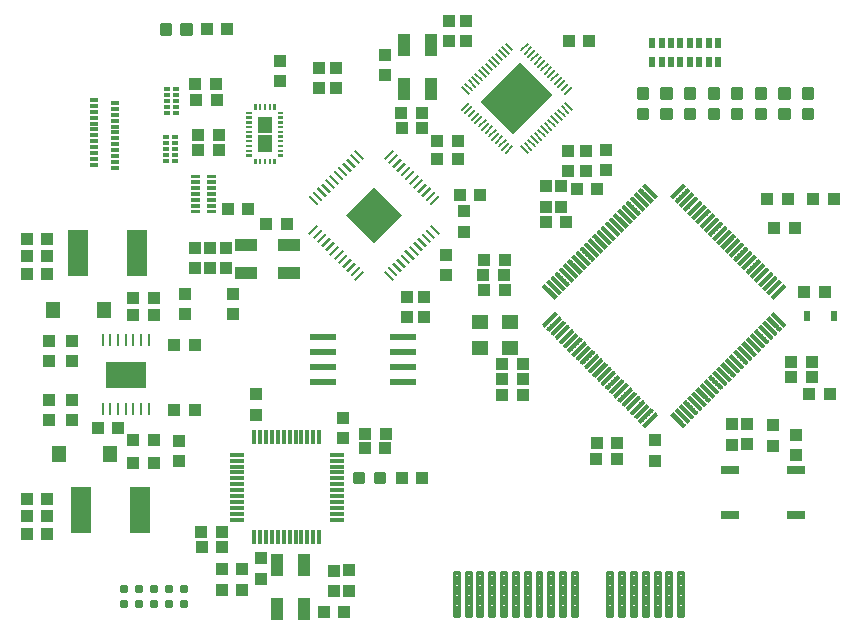
<source format=gbr>
G04 EAGLE Gerber X2 export*
G75*
%MOMM*%
%FSLAX34Y34*%
%LPD*%
%AMOC8*
5,1,8,0,0,1.08239X$1,22.5*%
G01*
%ADD10R,0.200000X1.000000*%
%ADD11R,1.000000X0.200000*%
%ADD12R,3.400000X3.400000*%
%ADD13C,0.787400*%
%ADD14R,0.700000X0.300000*%
%ADD15R,0.550000X0.300000*%
%ADD16R,0.550000X0.400000*%
%ADD17C,0.013200*%
%ADD18R,1.050000X1.080000*%
%ADD19R,1.080000X1.050000*%
%ADD20R,0.300000X1.200000*%
%ADD21R,1.200000X0.300000*%
%ADD22R,1.100000X1.000000*%
%ADD23R,1.100000X1.900000*%
%ADD24C,0.200000*%
%ADD25R,3.900000X4.700000*%
%ADD26R,1.000000X1.100000*%
%ADD27R,2.209800X0.609600*%
%ADD28C,0.280000*%
%ADD29R,3.400000X2.200000*%
%ADD30R,0.260000X1.120000*%
%ADD31R,1.800000X4.000000*%
%ADD32R,1.270000X1.470000*%
%ADD33R,0.630000X0.830000*%
%ADD34C,0.019600*%
%ADD35R,0.500000X0.900000*%
%ADD36C,0.300000*%
%ADD37R,1.900000X1.100000*%
%ADD38R,1.397000X1.193800*%
%ADD39R,1.524000X0.762000*%

G36*
X331155Y527049D02*
X331155Y527049D01*
X331154Y527050D01*
X331155Y527050D01*
X331155Y540950D01*
X331151Y540955D01*
X331150Y540954D01*
X331150Y540955D01*
X319850Y540955D01*
X319845Y540951D01*
X319846Y540950D01*
X319845Y540950D01*
X319845Y527050D01*
X319849Y527045D01*
X319850Y527046D01*
X319850Y527045D01*
X331150Y527045D01*
X331155Y527049D01*
G37*
G36*
X331155Y511049D02*
X331155Y511049D01*
X331154Y511050D01*
X331155Y511050D01*
X331155Y524950D01*
X331151Y524955D01*
X331150Y524954D01*
X331150Y524955D01*
X319850Y524955D01*
X319845Y524951D01*
X319846Y524950D01*
X319845Y524950D01*
X319845Y511050D01*
X319849Y511045D01*
X319850Y511046D01*
X319850Y511045D01*
X331150Y511045D01*
X331155Y511049D01*
G37*
G36*
X314855Y542999D02*
X314855Y542999D01*
X314854Y543000D01*
X314855Y543000D01*
X314855Y545000D01*
X314851Y545005D01*
X314850Y545004D01*
X314850Y545005D01*
X309850Y545005D01*
X309845Y545001D01*
X309845Y545000D01*
X309845Y543000D01*
X309849Y542995D01*
X309850Y542996D01*
X309850Y542995D01*
X314850Y542995D01*
X314855Y542999D01*
G37*
G36*
X341155Y542999D02*
X341155Y542999D01*
X341154Y543000D01*
X341155Y543000D01*
X341155Y545000D01*
X341151Y545005D01*
X341150Y545004D01*
X341150Y545005D01*
X336150Y545005D01*
X336145Y545001D01*
X336145Y545000D01*
X336145Y543000D01*
X336149Y542995D01*
X336150Y542996D01*
X336150Y542995D01*
X341150Y542995D01*
X341155Y542999D01*
G37*
G36*
X314855Y538999D02*
X314855Y538999D01*
X314854Y539000D01*
X314855Y539000D01*
X314855Y541000D01*
X314851Y541005D01*
X314850Y541004D01*
X314850Y541005D01*
X309850Y541005D01*
X309845Y541001D01*
X309845Y541000D01*
X309845Y539000D01*
X309849Y538995D01*
X309850Y538996D01*
X309850Y538995D01*
X314850Y538995D01*
X314855Y538999D01*
G37*
G36*
X341155Y538999D02*
X341155Y538999D01*
X341154Y539000D01*
X341155Y539000D01*
X341155Y541000D01*
X341151Y541005D01*
X341150Y541004D01*
X341150Y541005D01*
X336150Y541005D01*
X336145Y541001D01*
X336145Y541000D01*
X336145Y539000D01*
X336149Y538995D01*
X336150Y538996D01*
X336150Y538995D01*
X341150Y538995D01*
X341155Y538999D01*
G37*
G36*
X314855Y534999D02*
X314855Y534999D01*
X314854Y535000D01*
X314855Y535000D01*
X314855Y537000D01*
X314851Y537005D01*
X314850Y537004D01*
X314850Y537005D01*
X309850Y537005D01*
X309845Y537001D01*
X309845Y537000D01*
X309845Y535000D01*
X309849Y534995D01*
X309850Y534996D01*
X309850Y534995D01*
X314850Y534995D01*
X314855Y534999D01*
G37*
G36*
X341155Y534999D02*
X341155Y534999D01*
X341154Y535000D01*
X341155Y535000D01*
X341155Y537000D01*
X341151Y537005D01*
X341150Y537004D01*
X341150Y537005D01*
X336150Y537005D01*
X336145Y537001D01*
X336145Y537000D01*
X336145Y535000D01*
X336149Y534995D01*
X336150Y534996D01*
X336150Y534995D01*
X341150Y534995D01*
X341155Y534999D01*
G37*
G36*
X341155Y530999D02*
X341155Y530999D01*
X341154Y531000D01*
X341155Y531000D01*
X341155Y533000D01*
X341151Y533005D01*
X341150Y533004D01*
X341150Y533005D01*
X336150Y533005D01*
X336145Y533001D01*
X336145Y533000D01*
X336145Y531000D01*
X336149Y530995D01*
X336150Y530996D01*
X336150Y530995D01*
X341150Y530995D01*
X341155Y530999D01*
G37*
G36*
X314855Y530999D02*
X314855Y530999D01*
X314854Y531000D01*
X314855Y531000D01*
X314855Y533000D01*
X314851Y533005D01*
X314850Y533004D01*
X314850Y533005D01*
X309850Y533005D01*
X309845Y533001D01*
X309845Y533000D01*
X309845Y531000D01*
X309849Y530995D01*
X309850Y530996D01*
X309850Y530995D01*
X314850Y530995D01*
X314855Y530999D01*
G37*
G36*
X341155Y526999D02*
X341155Y526999D01*
X341154Y527000D01*
X341155Y527000D01*
X341155Y529000D01*
X341151Y529005D01*
X341150Y529004D01*
X341150Y529005D01*
X336150Y529005D01*
X336145Y529001D01*
X336145Y529000D01*
X336145Y527000D01*
X336149Y526995D01*
X336150Y526996D01*
X336150Y526995D01*
X341150Y526995D01*
X341155Y526999D01*
G37*
G36*
X314855Y526999D02*
X314855Y526999D01*
X314854Y527000D01*
X314855Y527000D01*
X314855Y529000D01*
X314851Y529005D01*
X314850Y529004D01*
X314850Y529005D01*
X309850Y529005D01*
X309845Y529001D01*
X309845Y529000D01*
X309845Y527000D01*
X309849Y526995D01*
X309850Y526996D01*
X309850Y526995D01*
X314850Y526995D01*
X314855Y526999D01*
G37*
G36*
X314855Y522999D02*
X314855Y522999D01*
X314854Y523000D01*
X314855Y523000D01*
X314855Y525000D01*
X314851Y525005D01*
X314850Y525004D01*
X314850Y525005D01*
X309850Y525005D01*
X309845Y525001D01*
X309845Y525000D01*
X309845Y523000D01*
X309849Y522995D01*
X309850Y522996D01*
X309850Y522995D01*
X314850Y522995D01*
X314855Y522999D01*
G37*
G36*
X341155Y522999D02*
X341155Y522999D01*
X341154Y523000D01*
X341155Y523000D01*
X341155Y525000D01*
X341151Y525005D01*
X341150Y525004D01*
X341150Y525005D01*
X336150Y525005D01*
X336145Y525001D01*
X336145Y525000D01*
X336145Y523000D01*
X336149Y522995D01*
X336150Y522996D01*
X336150Y522995D01*
X341150Y522995D01*
X341155Y522999D01*
G37*
G36*
X314855Y518999D02*
X314855Y518999D01*
X314854Y519000D01*
X314855Y519000D01*
X314855Y521000D01*
X314851Y521005D01*
X314850Y521004D01*
X314850Y521005D01*
X309850Y521005D01*
X309845Y521001D01*
X309845Y521000D01*
X309845Y519000D01*
X309849Y518995D01*
X309850Y518996D01*
X309850Y518995D01*
X314850Y518995D01*
X314855Y518999D01*
G37*
G36*
X341155Y518999D02*
X341155Y518999D01*
X341154Y519000D01*
X341155Y519000D01*
X341155Y521000D01*
X341151Y521005D01*
X341150Y521004D01*
X341150Y521005D01*
X336150Y521005D01*
X336145Y521001D01*
X336145Y521000D01*
X336145Y519000D01*
X336149Y518995D01*
X336150Y518996D01*
X336150Y518995D01*
X341150Y518995D01*
X341155Y518999D01*
G37*
G36*
X314855Y514999D02*
X314855Y514999D01*
X314854Y515000D01*
X314855Y515000D01*
X314855Y517000D01*
X314851Y517005D01*
X314850Y517004D01*
X314850Y517005D01*
X309850Y517005D01*
X309845Y517001D01*
X309845Y517000D01*
X309845Y515000D01*
X309849Y514995D01*
X309850Y514996D01*
X309850Y514995D01*
X314850Y514995D01*
X314855Y514999D01*
G37*
G36*
X341155Y514999D02*
X341155Y514999D01*
X341154Y515000D01*
X341155Y515000D01*
X341155Y517000D01*
X341151Y517005D01*
X341150Y517004D01*
X341150Y517005D01*
X336150Y517005D01*
X336145Y517001D01*
X336145Y517000D01*
X336145Y515000D01*
X336149Y514995D01*
X336150Y514996D01*
X336150Y514995D01*
X341150Y514995D01*
X341155Y514999D01*
G37*
G36*
X341155Y510999D02*
X341155Y510999D01*
X341154Y511000D01*
X341155Y511000D01*
X341155Y513000D01*
X341151Y513005D01*
X341150Y513004D01*
X341150Y513005D01*
X336150Y513005D01*
X336145Y513001D01*
X336145Y513000D01*
X336145Y511000D01*
X336149Y510995D01*
X336150Y510996D01*
X336150Y510995D01*
X341150Y510995D01*
X341155Y510999D01*
G37*
G36*
X314855Y510999D02*
X314855Y510999D01*
X314854Y511000D01*
X314855Y511000D01*
X314855Y513000D01*
X314851Y513005D01*
X314850Y513004D01*
X314850Y513005D01*
X309850Y513005D01*
X309845Y513001D01*
X309845Y513000D01*
X309845Y511000D01*
X309849Y510995D01*
X309850Y510996D01*
X309850Y510995D01*
X314850Y510995D01*
X314855Y510999D01*
G37*
G36*
X341155Y506999D02*
X341155Y506999D01*
X341154Y507000D01*
X341155Y507000D01*
X341155Y509000D01*
X341151Y509005D01*
X341150Y509004D01*
X341150Y509005D01*
X336150Y509005D01*
X336145Y509001D01*
X336145Y509000D01*
X336145Y507000D01*
X336149Y506995D01*
X336150Y506996D01*
X336150Y506995D01*
X341150Y506995D01*
X341155Y506999D01*
G37*
G36*
X314855Y506999D02*
X314855Y506999D01*
X314854Y507000D01*
X314855Y507000D01*
X314855Y509000D01*
X314851Y509005D01*
X314850Y509004D01*
X314850Y509005D01*
X309850Y509005D01*
X309845Y509001D01*
X309845Y509000D01*
X309845Y507000D01*
X309849Y506995D01*
X309850Y506996D01*
X309850Y506995D01*
X314850Y506995D01*
X314855Y506999D01*
G37*
G36*
X326505Y546649D02*
X326505Y546649D01*
X326504Y546650D01*
X326505Y546650D01*
X326505Y551650D01*
X326501Y551655D01*
X326500Y551654D01*
X326500Y551655D01*
X324500Y551655D01*
X324495Y551651D01*
X324496Y551650D01*
X324495Y551650D01*
X324495Y546650D01*
X324499Y546645D01*
X324500Y546646D01*
X324500Y546645D01*
X326500Y546645D01*
X326505Y546649D01*
G37*
G36*
X330505Y546649D02*
X330505Y546649D01*
X330504Y546650D01*
X330505Y546650D01*
X330505Y551650D01*
X330501Y551655D01*
X330500Y551654D01*
X330500Y551655D01*
X328500Y551655D01*
X328495Y551651D01*
X328496Y551650D01*
X328495Y551650D01*
X328495Y546650D01*
X328499Y546645D01*
X328500Y546646D01*
X328500Y546645D01*
X330500Y546645D01*
X330505Y546649D01*
G37*
G36*
X318505Y546649D02*
X318505Y546649D01*
X318504Y546650D01*
X318505Y546650D01*
X318505Y551650D01*
X318501Y551655D01*
X318500Y551654D01*
X318500Y551655D01*
X316500Y551655D01*
X316495Y551651D01*
X316496Y551650D01*
X316495Y551650D01*
X316495Y546650D01*
X316499Y546645D01*
X316500Y546646D01*
X316500Y546645D01*
X318500Y546645D01*
X318505Y546649D01*
G37*
G36*
X322505Y546649D02*
X322505Y546649D01*
X322504Y546650D01*
X322505Y546650D01*
X322505Y551650D01*
X322501Y551655D01*
X322500Y551654D01*
X322500Y551655D01*
X320500Y551655D01*
X320495Y551651D01*
X320496Y551650D01*
X320495Y551650D01*
X320495Y546650D01*
X320499Y546645D01*
X320500Y546646D01*
X320500Y546645D01*
X322500Y546645D01*
X322505Y546649D01*
G37*
G36*
X334505Y546649D02*
X334505Y546649D01*
X334504Y546650D01*
X334505Y546650D01*
X334505Y551650D01*
X334501Y551655D01*
X334500Y551654D01*
X334500Y551655D01*
X332500Y551655D01*
X332495Y551651D01*
X332496Y551650D01*
X332495Y551650D01*
X332495Y546650D01*
X332499Y546645D01*
X332500Y546646D01*
X332500Y546645D01*
X334500Y546645D01*
X334505Y546649D01*
G37*
G36*
X330505Y500349D02*
X330505Y500349D01*
X330504Y500350D01*
X330505Y500350D01*
X330505Y505350D01*
X330501Y505355D01*
X330500Y505354D01*
X330500Y505355D01*
X328500Y505355D01*
X328495Y505351D01*
X328496Y505350D01*
X328495Y505350D01*
X328495Y500350D01*
X328499Y500345D01*
X328500Y500346D01*
X328500Y500345D01*
X330500Y500345D01*
X330505Y500349D01*
G37*
G36*
X322505Y500349D02*
X322505Y500349D01*
X322504Y500350D01*
X322505Y500350D01*
X322505Y505350D01*
X322501Y505355D01*
X322500Y505354D01*
X322500Y505355D01*
X320500Y505355D01*
X320495Y505351D01*
X320496Y505350D01*
X320495Y505350D01*
X320495Y500350D01*
X320499Y500345D01*
X320500Y500346D01*
X320500Y500345D01*
X322500Y500345D01*
X322505Y500349D01*
G37*
G36*
X318505Y500349D02*
X318505Y500349D01*
X318504Y500350D01*
X318505Y500350D01*
X318505Y505350D01*
X318501Y505355D01*
X318500Y505354D01*
X318500Y505355D01*
X316500Y505355D01*
X316495Y505351D01*
X316496Y505350D01*
X316495Y505350D01*
X316495Y500350D01*
X316499Y500345D01*
X316500Y500346D01*
X316500Y500345D01*
X318500Y500345D01*
X318505Y500349D01*
G37*
G36*
X334505Y500349D02*
X334505Y500349D01*
X334504Y500350D01*
X334505Y500350D01*
X334505Y505350D01*
X334501Y505355D01*
X334500Y505354D01*
X334500Y505355D01*
X332500Y505355D01*
X332495Y505351D01*
X332496Y505350D01*
X332495Y505350D01*
X332495Y500350D01*
X332499Y500345D01*
X332500Y500346D01*
X332500Y500345D01*
X334500Y500345D01*
X334505Y500349D01*
G37*
G36*
X326505Y500349D02*
X326505Y500349D01*
X326504Y500350D01*
X326505Y500350D01*
X326505Y505350D01*
X326501Y505355D01*
X326500Y505354D01*
X326500Y505355D01*
X324500Y505355D01*
X324495Y505351D01*
X324496Y505350D01*
X324495Y505350D01*
X324495Y500350D01*
X324499Y500345D01*
X324500Y500346D01*
X324500Y500345D01*
X326500Y500345D01*
X326505Y500349D01*
G37*
D10*
G36*
X434416Y403407D02*
X433002Y401993D01*
X425932Y409063D01*
X427346Y410477D01*
X434416Y403407D01*
G37*
G36*
X437952Y406942D02*
X436538Y405528D01*
X429468Y412598D01*
X430882Y414012D01*
X437952Y406942D01*
G37*
G36*
X441487Y410478D02*
X440073Y409064D01*
X433003Y416134D01*
X434417Y417548D01*
X441487Y410478D01*
G37*
G36*
X445023Y414013D02*
X443609Y412599D01*
X436539Y419669D01*
X437953Y421083D01*
X445023Y414013D01*
G37*
G36*
X448559Y417549D02*
X447145Y416135D01*
X440075Y423205D01*
X441489Y424619D01*
X448559Y417549D01*
G37*
G36*
X452094Y421084D02*
X450680Y419670D01*
X443610Y426740D01*
X445024Y428154D01*
X452094Y421084D01*
G37*
G36*
X455630Y424620D02*
X454216Y423206D01*
X447146Y430276D01*
X448560Y431690D01*
X455630Y424620D01*
G37*
G36*
X459165Y428155D02*
X457751Y426741D01*
X450681Y433811D01*
X452095Y435225D01*
X459165Y428155D01*
G37*
G36*
X462701Y431691D02*
X461287Y430277D01*
X454217Y437347D01*
X455631Y438761D01*
X462701Y431691D01*
G37*
G36*
X466236Y435227D02*
X464822Y433813D01*
X457752Y440883D01*
X459166Y442297D01*
X466236Y435227D01*
G37*
G36*
X469772Y438762D02*
X468358Y437348D01*
X461288Y444418D01*
X462702Y445832D01*
X469772Y438762D01*
G37*
G36*
X473307Y442298D02*
X471893Y440884D01*
X464823Y447954D01*
X466237Y449368D01*
X473307Y442298D01*
G37*
D11*
G36*
X473307Y472702D02*
X466237Y465632D01*
X464823Y467046D01*
X471893Y474116D01*
X473307Y472702D01*
G37*
G36*
X469772Y476238D02*
X462702Y469168D01*
X461288Y470582D01*
X468358Y477652D01*
X469772Y476238D01*
G37*
G36*
X466236Y479773D02*
X459166Y472703D01*
X457752Y474117D01*
X464822Y481187D01*
X466236Y479773D01*
G37*
G36*
X462701Y483309D02*
X455631Y476239D01*
X454217Y477653D01*
X461287Y484723D01*
X462701Y483309D01*
G37*
G36*
X459165Y486845D02*
X452095Y479775D01*
X450681Y481189D01*
X457751Y488259D01*
X459165Y486845D01*
G37*
G36*
X455630Y490380D02*
X448560Y483310D01*
X447146Y484724D01*
X454216Y491794D01*
X455630Y490380D01*
G37*
G36*
X452094Y493916D02*
X445024Y486846D01*
X443610Y488260D01*
X450680Y495330D01*
X452094Y493916D01*
G37*
G36*
X448559Y497451D02*
X441489Y490381D01*
X440075Y491795D01*
X447145Y498865D01*
X448559Y497451D01*
G37*
G36*
X445023Y500987D02*
X437953Y493917D01*
X436539Y495331D01*
X443609Y502401D01*
X445023Y500987D01*
G37*
G36*
X441487Y504522D02*
X434417Y497452D01*
X433003Y498866D01*
X440073Y505936D01*
X441487Y504522D01*
G37*
G36*
X437952Y508058D02*
X430882Y500988D01*
X429468Y502402D01*
X436538Y509472D01*
X437952Y508058D01*
G37*
G36*
X434416Y511593D02*
X427346Y504523D01*
X425932Y505937D01*
X433002Y513007D01*
X434416Y511593D01*
G37*
D10*
G36*
X409668Y505937D02*
X408254Y504523D01*
X401184Y511593D01*
X402598Y513007D01*
X409668Y505937D01*
G37*
G36*
X406132Y502402D02*
X404718Y500988D01*
X397648Y508058D01*
X399062Y509472D01*
X406132Y502402D01*
G37*
G36*
X402597Y498866D02*
X401183Y497452D01*
X394113Y504522D01*
X395527Y505936D01*
X402597Y498866D01*
G37*
G36*
X399061Y495331D02*
X397647Y493917D01*
X390577Y500987D01*
X391991Y502401D01*
X399061Y495331D01*
G37*
G36*
X395525Y491795D02*
X394111Y490381D01*
X387041Y497451D01*
X388455Y498865D01*
X395525Y491795D01*
G37*
G36*
X391990Y488260D02*
X390576Y486846D01*
X383506Y493916D01*
X384920Y495330D01*
X391990Y488260D01*
G37*
G36*
X388454Y484724D02*
X387040Y483310D01*
X379970Y490380D01*
X381384Y491794D01*
X388454Y484724D01*
G37*
G36*
X384919Y481189D02*
X383505Y479775D01*
X376435Y486845D01*
X377849Y488259D01*
X384919Y481189D01*
G37*
G36*
X381383Y477653D02*
X379969Y476239D01*
X372899Y483309D01*
X374313Y484723D01*
X381383Y477653D01*
G37*
G36*
X377848Y474117D02*
X376434Y472703D01*
X369364Y479773D01*
X370778Y481187D01*
X377848Y474117D01*
G37*
G36*
X374312Y470582D02*
X372898Y469168D01*
X365828Y476238D01*
X367242Y477652D01*
X374312Y470582D01*
G37*
G36*
X370777Y467046D02*
X369363Y465632D01*
X362293Y472702D01*
X363707Y474116D01*
X370777Y467046D01*
G37*
D11*
G36*
X370777Y447954D02*
X363707Y440884D01*
X362293Y442298D01*
X369363Y449368D01*
X370777Y447954D01*
G37*
G36*
X374312Y444418D02*
X367242Y437348D01*
X365828Y438762D01*
X372898Y445832D01*
X374312Y444418D01*
G37*
G36*
X377848Y440883D02*
X370778Y433813D01*
X369364Y435227D01*
X376434Y442297D01*
X377848Y440883D01*
G37*
G36*
X381383Y437347D02*
X374313Y430277D01*
X372899Y431691D01*
X379969Y438761D01*
X381383Y437347D01*
G37*
G36*
X384919Y433811D02*
X377849Y426741D01*
X376435Y428155D01*
X383505Y435225D01*
X384919Y433811D01*
G37*
G36*
X388454Y430276D02*
X381384Y423206D01*
X379970Y424620D01*
X387040Y431690D01*
X388454Y430276D01*
G37*
G36*
X391990Y426740D02*
X384920Y419670D01*
X383506Y421084D01*
X390576Y428154D01*
X391990Y426740D01*
G37*
G36*
X395525Y423205D02*
X388455Y416135D01*
X387041Y417549D01*
X394111Y424619D01*
X395525Y423205D01*
G37*
G36*
X399061Y419669D02*
X391991Y412599D01*
X390577Y414013D01*
X397647Y421083D01*
X399061Y419669D01*
G37*
G36*
X402597Y416134D02*
X395527Y409064D01*
X394113Y410478D01*
X401183Y417548D01*
X402597Y416134D01*
G37*
G36*
X406132Y412598D02*
X399062Y405528D01*
X397648Y406942D01*
X404718Y414012D01*
X406132Y412598D01*
G37*
G36*
X409668Y409063D02*
X402598Y401993D01*
X401184Y403407D01*
X408254Y410477D01*
X409668Y409063D01*
G37*
D12*
G36*
X441841Y457500D02*
X417800Y433459D01*
X393759Y457500D01*
X417800Y481541D01*
X441841Y457500D01*
G37*
D13*
X244600Y128650D03*
X231900Y128650D03*
X231900Y141350D03*
X244600Y141350D03*
X257300Y141350D03*
X219200Y128650D03*
X206500Y128650D03*
X219200Y141350D03*
X206500Y141350D03*
X257300Y128650D03*
D14*
X198100Y552500D03*
X181100Y500000D03*
X181100Y505000D03*
X181100Y510000D03*
X181100Y515000D03*
X181100Y520000D03*
X181100Y525000D03*
X181100Y530000D03*
X181100Y535000D03*
X181100Y540000D03*
X181100Y545000D03*
X181100Y550000D03*
X181100Y555000D03*
X198100Y547500D03*
X198100Y542500D03*
X198100Y537500D03*
X198100Y532500D03*
X198100Y527500D03*
X198100Y522500D03*
X198100Y517500D03*
X198100Y512500D03*
X198100Y507500D03*
X198100Y502500D03*
X198100Y497500D03*
D15*
X242150Y564000D03*
X242150Y559000D03*
D16*
X242150Y554000D03*
D15*
X242150Y549000D03*
X242150Y544000D03*
X249850Y544000D03*
X249850Y549000D03*
D16*
X249850Y554000D03*
D15*
X249850Y559000D03*
X249850Y564000D03*
X241650Y523348D03*
X241650Y518348D03*
D16*
X241650Y513348D03*
D15*
X241650Y508348D03*
X241650Y503348D03*
X249350Y503348D03*
X249350Y508348D03*
D16*
X249350Y513348D03*
D15*
X249350Y518348D03*
X249350Y523348D03*
D17*
X262606Y489750D02*
X269874Y489750D01*
X262606Y489750D02*
X262606Y491818D01*
X269874Y491818D01*
X269874Y489750D01*
X269874Y489881D02*
X262606Y489881D01*
X262606Y490012D02*
X269874Y490012D01*
X269874Y490143D02*
X262606Y490143D01*
X262606Y490274D02*
X269874Y490274D01*
X269874Y490405D02*
X262606Y490405D01*
X262606Y490536D02*
X269874Y490536D01*
X269874Y490667D02*
X262606Y490667D01*
X262606Y490798D02*
X269874Y490798D01*
X269874Y490929D02*
X262606Y490929D01*
X262606Y491060D02*
X269874Y491060D01*
X269874Y491191D02*
X262606Y491191D01*
X262606Y491322D02*
X269874Y491322D01*
X269874Y491453D02*
X262606Y491453D01*
X262606Y491584D02*
X269874Y491584D01*
X269874Y491715D02*
X262606Y491715D01*
X262606Y484750D02*
X269874Y484750D01*
X262606Y484750D02*
X262606Y486818D01*
X269874Y486818D01*
X269874Y484750D01*
X269874Y484881D02*
X262606Y484881D01*
X262606Y485012D02*
X269874Y485012D01*
X269874Y485143D02*
X262606Y485143D01*
X262606Y485274D02*
X269874Y485274D01*
X269874Y485405D02*
X262606Y485405D01*
X262606Y485536D02*
X269874Y485536D01*
X269874Y485667D02*
X262606Y485667D01*
X262606Y485798D02*
X269874Y485798D01*
X269874Y485929D02*
X262606Y485929D01*
X262606Y486060D02*
X269874Y486060D01*
X269874Y486191D02*
X262606Y486191D01*
X262606Y486322D02*
X269874Y486322D01*
X269874Y486453D02*
X262606Y486453D01*
X262606Y486584D02*
X269874Y486584D01*
X269874Y486715D02*
X262606Y486715D01*
X262606Y479750D02*
X269874Y479750D01*
X262606Y479750D02*
X262606Y481818D01*
X269874Y481818D01*
X269874Y479750D01*
X269874Y479881D02*
X262606Y479881D01*
X262606Y480012D02*
X269874Y480012D01*
X269874Y480143D02*
X262606Y480143D01*
X262606Y480274D02*
X269874Y480274D01*
X269874Y480405D02*
X262606Y480405D01*
X262606Y480536D02*
X269874Y480536D01*
X269874Y480667D02*
X262606Y480667D01*
X262606Y480798D02*
X269874Y480798D01*
X269874Y480929D02*
X262606Y480929D01*
X262606Y481060D02*
X269874Y481060D01*
X269874Y481191D02*
X262606Y481191D01*
X262606Y481322D02*
X269874Y481322D01*
X269874Y481453D02*
X262606Y481453D01*
X262606Y481584D02*
X269874Y481584D01*
X269874Y481715D02*
X262606Y481715D01*
X262606Y474750D02*
X269874Y474750D01*
X262606Y474750D02*
X262606Y476818D01*
X269874Y476818D01*
X269874Y474750D01*
X269874Y474881D02*
X262606Y474881D01*
X262606Y475012D02*
X269874Y475012D01*
X269874Y475143D02*
X262606Y475143D01*
X262606Y475274D02*
X269874Y475274D01*
X269874Y475405D02*
X262606Y475405D01*
X262606Y475536D02*
X269874Y475536D01*
X269874Y475667D02*
X262606Y475667D01*
X262606Y475798D02*
X269874Y475798D01*
X269874Y475929D02*
X262606Y475929D01*
X262606Y476060D02*
X269874Y476060D01*
X269874Y476191D02*
X262606Y476191D01*
X262606Y476322D02*
X269874Y476322D01*
X269874Y476453D02*
X262606Y476453D01*
X262606Y476584D02*
X269874Y476584D01*
X269874Y476715D02*
X262606Y476715D01*
X262606Y469750D02*
X269874Y469750D01*
X262606Y469750D02*
X262606Y471818D01*
X269874Y471818D01*
X269874Y469750D01*
X269874Y469881D02*
X262606Y469881D01*
X262606Y470012D02*
X269874Y470012D01*
X269874Y470143D02*
X262606Y470143D01*
X262606Y470274D02*
X269874Y470274D01*
X269874Y470405D02*
X262606Y470405D01*
X262606Y470536D02*
X269874Y470536D01*
X269874Y470667D02*
X262606Y470667D01*
X262606Y470798D02*
X269874Y470798D01*
X269874Y470929D02*
X262606Y470929D01*
X262606Y471060D02*
X269874Y471060D01*
X269874Y471191D02*
X262606Y471191D01*
X262606Y471322D02*
X269874Y471322D01*
X269874Y471453D02*
X262606Y471453D01*
X262606Y471584D02*
X269874Y471584D01*
X269874Y471715D02*
X262606Y471715D01*
X262606Y464750D02*
X269874Y464750D01*
X262606Y464750D02*
X262606Y466818D01*
X269874Y466818D01*
X269874Y464750D01*
X269874Y464881D02*
X262606Y464881D01*
X262606Y465012D02*
X269874Y465012D01*
X269874Y465143D02*
X262606Y465143D01*
X262606Y465274D02*
X269874Y465274D01*
X269874Y465405D02*
X262606Y465405D01*
X262606Y465536D02*
X269874Y465536D01*
X269874Y465667D02*
X262606Y465667D01*
X262606Y465798D02*
X269874Y465798D01*
X269874Y465929D02*
X262606Y465929D01*
X262606Y466060D02*
X269874Y466060D01*
X269874Y466191D02*
X262606Y466191D01*
X262606Y466322D02*
X269874Y466322D01*
X269874Y466453D02*
X262606Y466453D01*
X262606Y466584D02*
X269874Y466584D01*
X269874Y466715D02*
X262606Y466715D01*
X262606Y459750D02*
X269874Y459750D01*
X262606Y459750D02*
X262606Y461818D01*
X269874Y461818D01*
X269874Y459750D01*
X269874Y459881D02*
X262606Y459881D01*
X262606Y460012D02*
X269874Y460012D01*
X269874Y460143D02*
X262606Y460143D01*
X262606Y460274D02*
X269874Y460274D01*
X269874Y460405D02*
X262606Y460405D01*
X262606Y460536D02*
X269874Y460536D01*
X269874Y460667D02*
X262606Y460667D01*
X262606Y460798D02*
X269874Y460798D01*
X269874Y460929D02*
X262606Y460929D01*
X262606Y461060D02*
X269874Y461060D01*
X269874Y461191D02*
X262606Y461191D01*
X262606Y461322D02*
X269874Y461322D01*
X269874Y461453D02*
X262606Y461453D01*
X262606Y461584D02*
X269874Y461584D01*
X269874Y461715D02*
X262606Y461715D01*
X276006Y459750D02*
X283274Y459750D01*
X276006Y459750D02*
X276006Y461818D01*
X283274Y461818D01*
X283274Y459750D01*
X283274Y459881D02*
X276006Y459881D01*
X276006Y460012D02*
X283274Y460012D01*
X283274Y460143D02*
X276006Y460143D01*
X276006Y460274D02*
X283274Y460274D01*
X283274Y460405D02*
X276006Y460405D01*
X276006Y460536D02*
X283274Y460536D01*
X283274Y460667D02*
X276006Y460667D01*
X276006Y460798D02*
X283274Y460798D01*
X283274Y460929D02*
X276006Y460929D01*
X276006Y461060D02*
X283274Y461060D01*
X283274Y461191D02*
X276006Y461191D01*
X276006Y461322D02*
X283274Y461322D01*
X283274Y461453D02*
X276006Y461453D01*
X276006Y461584D02*
X283274Y461584D01*
X283274Y461715D02*
X276006Y461715D01*
X276006Y464750D02*
X283274Y464750D01*
X276006Y464750D02*
X276006Y466818D01*
X283274Y466818D01*
X283274Y464750D01*
X283274Y464881D02*
X276006Y464881D01*
X276006Y465012D02*
X283274Y465012D01*
X283274Y465143D02*
X276006Y465143D01*
X276006Y465274D02*
X283274Y465274D01*
X283274Y465405D02*
X276006Y465405D01*
X276006Y465536D02*
X283274Y465536D01*
X283274Y465667D02*
X276006Y465667D01*
X276006Y465798D02*
X283274Y465798D01*
X283274Y465929D02*
X276006Y465929D01*
X276006Y466060D02*
X283274Y466060D01*
X283274Y466191D02*
X276006Y466191D01*
X276006Y466322D02*
X283274Y466322D01*
X283274Y466453D02*
X276006Y466453D01*
X276006Y466584D02*
X283274Y466584D01*
X283274Y466715D02*
X276006Y466715D01*
X276006Y469750D02*
X283274Y469750D01*
X276006Y469750D02*
X276006Y471818D01*
X283274Y471818D01*
X283274Y469750D01*
X283274Y469881D02*
X276006Y469881D01*
X276006Y470012D02*
X283274Y470012D01*
X283274Y470143D02*
X276006Y470143D01*
X276006Y470274D02*
X283274Y470274D01*
X283274Y470405D02*
X276006Y470405D01*
X276006Y470536D02*
X283274Y470536D01*
X283274Y470667D02*
X276006Y470667D01*
X276006Y470798D02*
X283274Y470798D01*
X283274Y470929D02*
X276006Y470929D01*
X276006Y471060D02*
X283274Y471060D01*
X283274Y471191D02*
X276006Y471191D01*
X276006Y471322D02*
X283274Y471322D01*
X283274Y471453D02*
X276006Y471453D01*
X276006Y471584D02*
X283274Y471584D01*
X283274Y471715D02*
X276006Y471715D01*
X276006Y474750D02*
X283274Y474750D01*
X276006Y474750D02*
X276006Y476818D01*
X283274Y476818D01*
X283274Y474750D01*
X283274Y474881D02*
X276006Y474881D01*
X276006Y475012D02*
X283274Y475012D01*
X283274Y475143D02*
X276006Y475143D01*
X276006Y475274D02*
X283274Y475274D01*
X283274Y475405D02*
X276006Y475405D01*
X276006Y475536D02*
X283274Y475536D01*
X283274Y475667D02*
X276006Y475667D01*
X276006Y475798D02*
X283274Y475798D01*
X283274Y475929D02*
X276006Y475929D01*
X276006Y476060D02*
X283274Y476060D01*
X283274Y476191D02*
X276006Y476191D01*
X276006Y476322D02*
X283274Y476322D01*
X283274Y476453D02*
X276006Y476453D01*
X276006Y476584D02*
X283274Y476584D01*
X283274Y476715D02*
X276006Y476715D01*
X276006Y479750D02*
X283274Y479750D01*
X276006Y479750D02*
X276006Y481818D01*
X283274Y481818D01*
X283274Y479750D01*
X283274Y479881D02*
X276006Y479881D01*
X276006Y480012D02*
X283274Y480012D01*
X283274Y480143D02*
X276006Y480143D01*
X276006Y480274D02*
X283274Y480274D01*
X283274Y480405D02*
X276006Y480405D01*
X276006Y480536D02*
X283274Y480536D01*
X283274Y480667D02*
X276006Y480667D01*
X276006Y480798D02*
X283274Y480798D01*
X283274Y480929D02*
X276006Y480929D01*
X276006Y481060D02*
X283274Y481060D01*
X283274Y481191D02*
X276006Y481191D01*
X276006Y481322D02*
X283274Y481322D01*
X283274Y481453D02*
X276006Y481453D01*
X276006Y481584D02*
X283274Y481584D01*
X283274Y481715D02*
X276006Y481715D01*
X276006Y484750D02*
X283274Y484750D01*
X276006Y484750D02*
X276006Y486818D01*
X283274Y486818D01*
X283274Y484750D01*
X283274Y484881D02*
X276006Y484881D01*
X276006Y485012D02*
X283274Y485012D01*
X283274Y485143D02*
X276006Y485143D01*
X276006Y485274D02*
X283274Y485274D01*
X283274Y485405D02*
X276006Y485405D01*
X276006Y485536D02*
X283274Y485536D01*
X283274Y485667D02*
X276006Y485667D01*
X276006Y485798D02*
X283274Y485798D01*
X283274Y485929D02*
X276006Y485929D01*
X276006Y486060D02*
X283274Y486060D01*
X283274Y486191D02*
X276006Y486191D01*
X276006Y486322D02*
X283274Y486322D01*
X283274Y486453D02*
X276006Y486453D01*
X276006Y486584D02*
X283274Y486584D01*
X283274Y486715D02*
X276006Y486715D01*
X276006Y489750D02*
X283274Y489750D01*
X276006Y489750D02*
X276006Y491818D01*
X283274Y491818D01*
X283274Y489750D01*
X283274Y489881D02*
X276006Y489881D01*
X276006Y490012D02*
X283274Y490012D01*
X283274Y490143D02*
X276006Y490143D01*
X276006Y490274D02*
X283274Y490274D01*
X283274Y490405D02*
X276006Y490405D01*
X276006Y490536D02*
X283274Y490536D01*
X283274Y490667D02*
X276006Y490667D01*
X276006Y490798D02*
X283274Y490798D01*
X283274Y490929D02*
X276006Y490929D01*
X276006Y491060D02*
X283274Y491060D01*
X283274Y491191D02*
X276006Y491191D01*
X276006Y491322D02*
X283274Y491322D01*
X283274Y491453D02*
X276006Y491453D01*
X276006Y491584D02*
X283274Y491584D01*
X283274Y491715D02*
X276006Y491715D01*
D18*
X409904Y260042D03*
X427404Y260042D03*
D19*
X383832Y156582D03*
X383832Y139082D03*
D18*
X289402Y176544D03*
X271902Y176544D03*
D19*
X317660Y288320D03*
X317660Y305820D03*
X396290Y156698D03*
X396290Y139198D03*
D18*
X289240Y189430D03*
X271740Y189430D03*
X410362Y272298D03*
X427862Y272298D03*
D20*
X316410Y184620D03*
X321410Y184620D03*
X326410Y184620D03*
X331410Y184620D03*
X336410Y184620D03*
X341410Y184620D03*
X346410Y184620D03*
X351410Y184620D03*
X356410Y184620D03*
X361410Y184620D03*
X366410Y184620D03*
X371410Y184620D03*
D21*
X386410Y199620D03*
X386410Y204620D03*
X386410Y209620D03*
X386410Y214620D03*
X386410Y219620D03*
X386410Y224620D03*
X386410Y229620D03*
X386410Y234620D03*
X386410Y239620D03*
X386410Y244620D03*
X386410Y249620D03*
X386410Y254620D03*
D20*
X371410Y269620D03*
X366410Y269620D03*
X361410Y269620D03*
X356410Y269620D03*
X351410Y269620D03*
X346410Y269620D03*
X341410Y269620D03*
X336410Y269620D03*
X331410Y269620D03*
X326410Y269620D03*
X321410Y269620D03*
X316410Y269620D03*
D21*
X301410Y254620D03*
X301410Y249620D03*
X301410Y244620D03*
X301410Y239620D03*
X301410Y234620D03*
X301410Y229620D03*
X301410Y224620D03*
X301410Y219620D03*
X301410Y214620D03*
X301410Y209620D03*
X301410Y204620D03*
X301410Y199620D03*
D22*
X391490Y286080D03*
X391490Y269080D03*
D23*
X335712Y161292D03*
X358712Y124292D03*
X358712Y161292D03*
X335712Y124292D03*
D19*
X321812Y166782D03*
X321812Y149282D03*
D18*
X375292Y121202D03*
X392792Y121202D03*
D24*
X534840Y597009D02*
X529184Y602665D01*
X526356Y599837D02*
X532012Y594181D01*
X529184Y591352D02*
X523528Y597008D01*
X520699Y594180D02*
X526355Y588524D01*
X523527Y585695D02*
X517871Y591351D01*
X515042Y588523D02*
X520698Y582867D01*
X517870Y580039D02*
X512214Y585695D01*
X509385Y582866D02*
X515041Y577210D01*
X512213Y574382D02*
X506557Y580038D01*
X503729Y577209D02*
X509385Y571553D01*
X506556Y568725D02*
X500900Y574381D01*
X498072Y571552D02*
X503728Y565896D01*
X500899Y563068D02*
X495243Y568724D01*
X492415Y565896D02*
X498071Y560240D01*
X498071Y552460D02*
X492415Y546804D01*
X495243Y543976D02*
X500899Y549632D01*
X503728Y546804D02*
X498072Y541148D01*
X500900Y538319D02*
X506556Y543975D01*
X509385Y541147D02*
X503729Y535491D01*
X506557Y532662D02*
X512213Y538318D01*
X515041Y535490D02*
X509385Y529834D01*
X512214Y527005D02*
X517870Y532661D01*
X520698Y529833D02*
X515042Y524177D01*
X517871Y521349D02*
X523527Y527005D01*
X526355Y524176D02*
X520699Y518520D01*
X523528Y515692D02*
X529184Y521348D01*
X532012Y518519D02*
X526356Y512863D01*
X529184Y510035D02*
X534840Y515691D01*
X542620Y515691D02*
X548276Y510035D01*
X551104Y512863D02*
X545448Y518519D01*
X548276Y521348D02*
X553932Y515692D01*
X556761Y518520D02*
X551105Y524176D01*
X553933Y527005D02*
X559589Y521349D01*
X562418Y524177D02*
X556762Y529833D01*
X559590Y532661D02*
X565246Y527005D01*
X568075Y529834D02*
X562419Y535490D01*
X565247Y538318D02*
X570903Y532662D01*
X573731Y535491D02*
X568075Y541147D01*
X570904Y543975D02*
X576560Y538319D01*
X579388Y541148D02*
X573732Y546804D01*
X576561Y549632D02*
X582217Y543976D01*
X585045Y546804D02*
X579389Y552460D01*
X579389Y560240D02*
X585045Y565896D01*
X582217Y568724D02*
X576561Y563068D01*
X573732Y565896D02*
X579388Y571552D01*
X576560Y574381D02*
X570904Y568725D01*
X568075Y571553D02*
X573731Y577209D01*
X570903Y580038D02*
X565247Y574382D01*
X562419Y577210D02*
X568075Y582866D01*
X565246Y585695D02*
X559590Y580039D01*
X556762Y582867D02*
X562418Y588523D01*
X559589Y591351D02*
X553933Y585695D01*
X551105Y588524D02*
X556761Y594180D01*
X553932Y597008D02*
X548276Y591352D01*
X545448Y594181D02*
X551104Y599837D01*
X548276Y602665D02*
X542620Y597009D01*
D25*
G36*
X535902Y525945D02*
X508325Y553522D01*
X541558Y586755D01*
X569135Y559178D01*
X535902Y525945D01*
G37*
D18*
X582604Y605102D03*
X600104Y605102D03*
D26*
X490884Y474170D03*
X507884Y474170D03*
D19*
X581700Y511970D03*
X581700Y494470D03*
D23*
X443138Y601294D03*
X466138Y564294D03*
X466138Y601294D03*
X443138Y564294D03*
D19*
X426792Y593426D03*
X426792Y575926D03*
D18*
X458012Y543948D03*
X440512Y543948D03*
D22*
X597450Y495130D03*
X597450Y512130D03*
X614030Y512560D03*
X614030Y495560D03*
D18*
X488750Y505000D03*
X471250Y505000D03*
X488750Y520000D03*
X471250Y520000D03*
X756800Y446500D03*
X774300Y446500D03*
X750450Y471350D03*
X767950Y471350D03*
X789820Y470800D03*
X807320Y470800D03*
X786010Y306420D03*
X803510Y306420D03*
D27*
X374966Y354422D03*
X374966Y341722D03*
X374966Y329022D03*
X374966Y316322D03*
X442276Y316322D03*
X442276Y329022D03*
X442276Y341722D03*
X442276Y354422D03*
D28*
X499600Y154900D02*
X499600Y117700D01*
X495400Y117700D01*
X495400Y154900D01*
X499600Y154900D01*
X499600Y120499D02*
X495400Y120499D01*
X495400Y123298D02*
X499600Y123298D01*
X499600Y126097D02*
X495400Y126097D01*
X495400Y128896D02*
X499600Y128896D01*
X499600Y131695D02*
X495400Y131695D01*
X495400Y134494D02*
X499600Y134494D01*
X499600Y137293D02*
X495400Y137293D01*
X495400Y140092D02*
X499600Y140092D01*
X499600Y142891D02*
X495400Y142891D01*
X495400Y145690D02*
X499600Y145690D01*
X499600Y148489D02*
X495400Y148489D01*
X495400Y151288D02*
X499600Y151288D01*
X499600Y154087D02*
X495400Y154087D01*
X489600Y154900D02*
X489600Y117700D01*
X485400Y117700D01*
X485400Y154900D01*
X489600Y154900D01*
X489600Y120499D02*
X485400Y120499D01*
X485400Y123298D02*
X489600Y123298D01*
X489600Y126097D02*
X485400Y126097D01*
X485400Y128896D02*
X489600Y128896D01*
X489600Y131695D02*
X485400Y131695D01*
X485400Y134494D02*
X489600Y134494D01*
X489600Y137293D02*
X485400Y137293D01*
X485400Y140092D02*
X489600Y140092D01*
X489600Y142891D02*
X485400Y142891D01*
X485400Y145690D02*
X489600Y145690D01*
X489600Y148489D02*
X485400Y148489D01*
X485400Y151288D02*
X489600Y151288D01*
X489600Y154087D02*
X485400Y154087D01*
X509600Y154900D02*
X509600Y117700D01*
X505400Y117700D01*
X505400Y154900D01*
X509600Y154900D01*
X509600Y120499D02*
X505400Y120499D01*
X505400Y123298D02*
X509600Y123298D01*
X509600Y126097D02*
X505400Y126097D01*
X505400Y128896D02*
X509600Y128896D01*
X509600Y131695D02*
X505400Y131695D01*
X505400Y134494D02*
X509600Y134494D01*
X509600Y137293D02*
X505400Y137293D01*
X505400Y140092D02*
X509600Y140092D01*
X509600Y142891D02*
X505400Y142891D01*
X505400Y145690D02*
X509600Y145690D01*
X509600Y148489D02*
X505400Y148489D01*
X505400Y151288D02*
X509600Y151288D01*
X509600Y154087D02*
X505400Y154087D01*
X519600Y154900D02*
X519600Y117700D01*
X515400Y117700D01*
X515400Y154900D01*
X519600Y154900D01*
X519600Y120499D02*
X515400Y120499D01*
X515400Y123298D02*
X519600Y123298D01*
X519600Y126097D02*
X515400Y126097D01*
X515400Y128896D02*
X519600Y128896D01*
X519600Y131695D02*
X515400Y131695D01*
X515400Y134494D02*
X519600Y134494D01*
X519600Y137293D02*
X515400Y137293D01*
X515400Y140092D02*
X519600Y140092D01*
X519600Y142891D02*
X515400Y142891D01*
X515400Y145690D02*
X519600Y145690D01*
X519600Y148489D02*
X515400Y148489D01*
X515400Y151288D02*
X519600Y151288D01*
X519600Y154087D02*
X515400Y154087D01*
X529600Y154900D02*
X529600Y117700D01*
X525400Y117700D01*
X525400Y154900D01*
X529600Y154900D01*
X529600Y120499D02*
X525400Y120499D01*
X525400Y123298D02*
X529600Y123298D01*
X529600Y126097D02*
X525400Y126097D01*
X525400Y128896D02*
X529600Y128896D01*
X529600Y131695D02*
X525400Y131695D01*
X525400Y134494D02*
X529600Y134494D01*
X529600Y137293D02*
X525400Y137293D01*
X525400Y140092D02*
X529600Y140092D01*
X529600Y142891D02*
X525400Y142891D01*
X525400Y145690D02*
X529600Y145690D01*
X529600Y148489D02*
X525400Y148489D01*
X525400Y151288D02*
X529600Y151288D01*
X529600Y154087D02*
X525400Y154087D01*
X539600Y154900D02*
X539600Y117700D01*
X535400Y117700D01*
X535400Y154900D01*
X539600Y154900D01*
X539600Y120499D02*
X535400Y120499D01*
X535400Y123298D02*
X539600Y123298D01*
X539600Y126097D02*
X535400Y126097D01*
X535400Y128896D02*
X539600Y128896D01*
X539600Y131695D02*
X535400Y131695D01*
X535400Y134494D02*
X539600Y134494D01*
X539600Y137293D02*
X535400Y137293D01*
X535400Y140092D02*
X539600Y140092D01*
X539600Y142891D02*
X535400Y142891D01*
X535400Y145690D02*
X539600Y145690D01*
X539600Y148489D02*
X535400Y148489D01*
X535400Y151288D02*
X539600Y151288D01*
X539600Y154087D02*
X535400Y154087D01*
X549600Y154900D02*
X549600Y117700D01*
X545400Y117700D01*
X545400Y154900D01*
X549600Y154900D01*
X549600Y120499D02*
X545400Y120499D01*
X545400Y123298D02*
X549600Y123298D01*
X549600Y126097D02*
X545400Y126097D01*
X545400Y128896D02*
X549600Y128896D01*
X549600Y131695D02*
X545400Y131695D01*
X545400Y134494D02*
X549600Y134494D01*
X549600Y137293D02*
X545400Y137293D01*
X545400Y140092D02*
X549600Y140092D01*
X549600Y142891D02*
X545400Y142891D01*
X545400Y145690D02*
X549600Y145690D01*
X549600Y148489D02*
X545400Y148489D01*
X545400Y151288D02*
X549600Y151288D01*
X549600Y154087D02*
X545400Y154087D01*
X559600Y154900D02*
X559600Y117700D01*
X555400Y117700D01*
X555400Y154900D01*
X559600Y154900D01*
X559600Y120499D02*
X555400Y120499D01*
X555400Y123298D02*
X559600Y123298D01*
X559600Y126097D02*
X555400Y126097D01*
X555400Y128896D02*
X559600Y128896D01*
X559600Y131695D02*
X555400Y131695D01*
X555400Y134494D02*
X559600Y134494D01*
X559600Y137293D02*
X555400Y137293D01*
X555400Y140092D02*
X559600Y140092D01*
X559600Y142891D02*
X555400Y142891D01*
X555400Y145690D02*
X559600Y145690D01*
X559600Y148489D02*
X555400Y148489D01*
X555400Y151288D02*
X559600Y151288D01*
X559600Y154087D02*
X555400Y154087D01*
X569600Y154900D02*
X569600Y117700D01*
X565400Y117700D01*
X565400Y154900D01*
X569600Y154900D01*
X569600Y120499D02*
X565400Y120499D01*
X565400Y123298D02*
X569600Y123298D01*
X569600Y126097D02*
X565400Y126097D01*
X565400Y128896D02*
X569600Y128896D01*
X569600Y131695D02*
X565400Y131695D01*
X565400Y134494D02*
X569600Y134494D01*
X569600Y137293D02*
X565400Y137293D01*
X565400Y140092D02*
X569600Y140092D01*
X569600Y142891D02*
X565400Y142891D01*
X565400Y145690D02*
X569600Y145690D01*
X569600Y148489D02*
X565400Y148489D01*
X565400Y151288D02*
X569600Y151288D01*
X569600Y154087D02*
X565400Y154087D01*
X579600Y154900D02*
X579600Y117700D01*
X575400Y117700D01*
X575400Y154900D01*
X579600Y154900D01*
X579600Y120499D02*
X575400Y120499D01*
X575400Y123298D02*
X579600Y123298D01*
X579600Y126097D02*
X575400Y126097D01*
X575400Y128896D02*
X579600Y128896D01*
X579600Y131695D02*
X575400Y131695D01*
X575400Y134494D02*
X579600Y134494D01*
X579600Y137293D02*
X575400Y137293D01*
X575400Y140092D02*
X579600Y140092D01*
X579600Y142891D02*
X575400Y142891D01*
X575400Y145690D02*
X579600Y145690D01*
X579600Y148489D02*
X575400Y148489D01*
X575400Y151288D02*
X579600Y151288D01*
X579600Y154087D02*
X575400Y154087D01*
X589600Y154900D02*
X589600Y117700D01*
X585400Y117700D01*
X585400Y154900D01*
X589600Y154900D01*
X589600Y120499D02*
X585400Y120499D01*
X585400Y123298D02*
X589600Y123298D01*
X589600Y126097D02*
X585400Y126097D01*
X585400Y128896D02*
X589600Y128896D01*
X589600Y131695D02*
X585400Y131695D01*
X585400Y134494D02*
X589600Y134494D01*
X589600Y137293D02*
X585400Y137293D01*
X585400Y140092D02*
X589600Y140092D01*
X589600Y142891D02*
X585400Y142891D01*
X585400Y145690D02*
X589600Y145690D01*
X589600Y148489D02*
X585400Y148489D01*
X585400Y151288D02*
X589600Y151288D01*
X589600Y154087D02*
X585400Y154087D01*
X619600Y154900D02*
X619600Y117700D01*
X615400Y117700D01*
X615400Y154900D01*
X619600Y154900D01*
X619600Y120499D02*
X615400Y120499D01*
X615400Y123298D02*
X619600Y123298D01*
X619600Y126097D02*
X615400Y126097D01*
X615400Y128896D02*
X619600Y128896D01*
X619600Y131695D02*
X615400Y131695D01*
X615400Y134494D02*
X619600Y134494D01*
X619600Y137293D02*
X615400Y137293D01*
X615400Y140092D02*
X619600Y140092D01*
X619600Y142891D02*
X615400Y142891D01*
X615400Y145690D02*
X619600Y145690D01*
X619600Y148489D02*
X615400Y148489D01*
X615400Y151288D02*
X619600Y151288D01*
X619600Y154087D02*
X615400Y154087D01*
X629600Y154900D02*
X629600Y117700D01*
X625400Y117700D01*
X625400Y154900D01*
X629600Y154900D01*
X629600Y120499D02*
X625400Y120499D01*
X625400Y123298D02*
X629600Y123298D01*
X629600Y126097D02*
X625400Y126097D01*
X625400Y128896D02*
X629600Y128896D01*
X629600Y131695D02*
X625400Y131695D01*
X625400Y134494D02*
X629600Y134494D01*
X629600Y137293D02*
X625400Y137293D01*
X625400Y140092D02*
X629600Y140092D01*
X629600Y142891D02*
X625400Y142891D01*
X625400Y145690D02*
X629600Y145690D01*
X629600Y148489D02*
X625400Y148489D01*
X625400Y151288D02*
X629600Y151288D01*
X629600Y154087D02*
X625400Y154087D01*
X639600Y154900D02*
X639600Y117700D01*
X635400Y117700D01*
X635400Y154900D01*
X639600Y154900D01*
X639600Y120499D02*
X635400Y120499D01*
X635400Y123298D02*
X639600Y123298D01*
X639600Y126097D02*
X635400Y126097D01*
X635400Y128896D02*
X639600Y128896D01*
X639600Y131695D02*
X635400Y131695D01*
X635400Y134494D02*
X639600Y134494D01*
X639600Y137293D02*
X635400Y137293D01*
X635400Y140092D02*
X639600Y140092D01*
X639600Y142891D02*
X635400Y142891D01*
X635400Y145690D02*
X639600Y145690D01*
X639600Y148489D02*
X635400Y148489D01*
X635400Y151288D02*
X639600Y151288D01*
X639600Y154087D02*
X635400Y154087D01*
X649600Y154900D02*
X649600Y117700D01*
X645400Y117700D01*
X645400Y154900D01*
X649600Y154900D01*
X649600Y120499D02*
X645400Y120499D01*
X645400Y123298D02*
X649600Y123298D01*
X649600Y126097D02*
X645400Y126097D01*
X645400Y128896D02*
X649600Y128896D01*
X649600Y131695D02*
X645400Y131695D01*
X645400Y134494D02*
X649600Y134494D01*
X649600Y137293D02*
X645400Y137293D01*
X645400Y140092D02*
X649600Y140092D01*
X649600Y142891D02*
X645400Y142891D01*
X645400Y145690D02*
X649600Y145690D01*
X649600Y148489D02*
X645400Y148489D01*
X645400Y151288D02*
X649600Y151288D01*
X649600Y154087D02*
X645400Y154087D01*
X659600Y154900D02*
X659600Y117700D01*
X655400Y117700D01*
X655400Y154900D01*
X659600Y154900D01*
X659600Y120499D02*
X655400Y120499D01*
X655400Y123298D02*
X659600Y123298D01*
X659600Y126097D02*
X655400Y126097D01*
X655400Y128896D02*
X659600Y128896D01*
X659600Y131695D02*
X655400Y131695D01*
X655400Y134494D02*
X659600Y134494D01*
X659600Y137293D02*
X655400Y137293D01*
X655400Y140092D02*
X659600Y140092D01*
X659600Y142891D02*
X655400Y142891D01*
X655400Y145690D02*
X659600Y145690D01*
X659600Y148489D02*
X655400Y148489D01*
X655400Y151288D02*
X659600Y151288D01*
X659600Y154087D02*
X655400Y154087D01*
X669600Y154900D02*
X669600Y117700D01*
X665400Y117700D01*
X665400Y154900D01*
X669600Y154900D01*
X669600Y120499D02*
X665400Y120499D01*
X665400Y123298D02*
X669600Y123298D01*
X669600Y126097D02*
X665400Y126097D01*
X665400Y128896D02*
X669600Y128896D01*
X669600Y131695D02*
X665400Y131695D01*
X665400Y134494D02*
X669600Y134494D01*
X669600Y137293D02*
X665400Y137293D01*
X665400Y140092D02*
X669600Y140092D01*
X669600Y142891D02*
X665400Y142891D01*
X665400Y145690D02*
X669600Y145690D01*
X669600Y148489D02*
X665400Y148489D01*
X665400Y151288D02*
X669600Y151288D01*
X669600Y154087D02*
X665400Y154087D01*
X679600Y154900D02*
X679600Y117700D01*
X675400Y117700D01*
X675400Y154900D01*
X679600Y154900D01*
X679600Y120499D02*
X675400Y120499D01*
X675400Y123298D02*
X679600Y123298D01*
X679600Y126097D02*
X675400Y126097D01*
X675400Y128896D02*
X679600Y128896D01*
X679600Y131695D02*
X675400Y131695D01*
X675400Y134494D02*
X679600Y134494D01*
X679600Y137293D02*
X675400Y137293D01*
X675400Y140092D02*
X679600Y140092D01*
X679600Y142891D02*
X675400Y142891D01*
X675400Y145690D02*
X679600Y145690D01*
X679600Y148489D02*
X675400Y148489D01*
X675400Y151288D02*
X679600Y151288D01*
X679600Y154087D02*
X675400Y154087D01*
D29*
X207500Y322500D03*
D30*
X227000Y293500D03*
X220500Y293500D03*
X214000Y293500D03*
X207500Y293500D03*
X201000Y293500D03*
X194500Y293500D03*
X188000Y293500D03*
X188000Y351500D03*
X194500Y351500D03*
X201000Y351500D03*
X207500Y351500D03*
X214000Y351500D03*
X220500Y351500D03*
X227000Y351500D03*
D18*
X248750Y347500D03*
X266250Y347500D03*
X248750Y292500D03*
X266250Y292500D03*
D31*
X217500Y425000D03*
X167500Y425000D03*
D18*
X213750Y372500D03*
X231250Y372500D03*
X213750Y387500D03*
X231250Y387500D03*
X141250Y407500D03*
X123750Y407500D03*
X141250Y422500D03*
X123750Y422500D03*
X141250Y437500D03*
X123750Y437500D03*
D32*
X146000Y377500D03*
X189000Y377500D03*
D22*
X257500Y374000D03*
X257500Y391000D03*
X162500Y351000D03*
X162500Y334000D03*
D19*
X142500Y333750D03*
X142500Y351250D03*
D31*
X220000Y207500D03*
X170000Y207500D03*
D18*
X213750Y267500D03*
X231250Y267500D03*
X213750Y247500D03*
X231250Y247500D03*
X141250Y217500D03*
X123750Y217500D03*
X141250Y202500D03*
X123750Y202500D03*
X141250Y187500D03*
X123750Y187500D03*
D32*
X151000Y255000D03*
X194000Y255000D03*
D22*
X252500Y266000D03*
X252500Y249000D03*
X162500Y284000D03*
X162500Y301000D03*
D19*
X142500Y301250D03*
X142500Y283750D03*
D18*
X201250Y277500D03*
X183750Y277500D03*
X266614Y568208D03*
X284114Y568208D03*
X267138Y554744D03*
X284638Y554744D03*
X268758Y525620D03*
X286258Y525620D03*
X268710Y512288D03*
X286210Y512288D03*
D26*
X306188Y139700D03*
X289188Y139700D03*
X306188Y157988D03*
X289188Y157988D03*
D19*
X576326Y464452D03*
X576326Y481952D03*
X755396Y279514D03*
X755396Y262014D03*
D18*
X543928Y318516D03*
X526428Y318516D03*
X543928Y331216D03*
X526428Y331216D03*
D19*
X563626Y464452D03*
X563626Y481952D03*
X655574Y267068D03*
X655574Y249568D03*
D18*
X781952Y392684D03*
X799452Y392684D03*
D33*
X784536Y371856D03*
X807536Y371856D03*
D34*
X655338Y471613D02*
X645083Y481868D01*
X646924Y483709D01*
X657179Y473454D01*
X655338Y471613D01*
X655533Y471808D02*
X655143Y471808D01*
X654948Y472003D02*
X655728Y472003D01*
X655923Y472198D02*
X654753Y472198D01*
X654558Y472393D02*
X656118Y472393D01*
X656313Y472588D02*
X654363Y472588D01*
X654168Y472783D02*
X656508Y472783D01*
X656703Y472978D02*
X653973Y472978D01*
X653778Y473173D02*
X656898Y473173D01*
X657093Y473368D02*
X653583Y473368D01*
X653388Y473563D02*
X657070Y473563D01*
X656875Y473758D02*
X653193Y473758D01*
X652998Y473953D02*
X656680Y473953D01*
X656485Y474148D02*
X652803Y474148D01*
X652608Y474343D02*
X656290Y474343D01*
X656095Y474538D02*
X652413Y474538D01*
X652218Y474733D02*
X655900Y474733D01*
X655705Y474928D02*
X652023Y474928D01*
X651828Y475123D02*
X655510Y475123D01*
X655315Y475318D02*
X651633Y475318D01*
X651438Y475513D02*
X655120Y475513D01*
X654925Y475708D02*
X651243Y475708D01*
X651048Y475903D02*
X654730Y475903D01*
X654535Y476098D02*
X650853Y476098D01*
X650658Y476293D02*
X654340Y476293D01*
X654145Y476488D02*
X650463Y476488D01*
X650268Y476683D02*
X653950Y476683D01*
X653755Y476878D02*
X650073Y476878D01*
X649878Y477073D02*
X653560Y477073D01*
X653365Y477268D02*
X649683Y477268D01*
X649488Y477463D02*
X653170Y477463D01*
X652975Y477658D02*
X649293Y477658D01*
X649098Y477853D02*
X652780Y477853D01*
X652585Y478048D02*
X648903Y478048D01*
X648708Y478243D02*
X652390Y478243D01*
X652195Y478438D02*
X648513Y478438D01*
X648318Y478633D02*
X652000Y478633D01*
X651805Y478828D02*
X648123Y478828D01*
X647928Y479023D02*
X651610Y479023D01*
X651415Y479218D02*
X647733Y479218D01*
X647538Y479413D02*
X651220Y479413D01*
X651025Y479608D02*
X647343Y479608D01*
X647148Y479803D02*
X650830Y479803D01*
X650635Y479998D02*
X646953Y479998D01*
X646758Y480193D02*
X650440Y480193D01*
X650245Y480388D02*
X646563Y480388D01*
X646368Y480583D02*
X650050Y480583D01*
X649855Y480778D02*
X646173Y480778D01*
X645978Y480973D02*
X649660Y480973D01*
X649465Y481168D02*
X645783Y481168D01*
X645588Y481363D02*
X649270Y481363D01*
X649075Y481558D02*
X645393Y481558D01*
X645198Y481753D02*
X648880Y481753D01*
X648685Y481948D02*
X645163Y481948D01*
X645358Y482143D02*
X648490Y482143D01*
X648295Y482338D02*
X645553Y482338D01*
X645748Y482533D02*
X648100Y482533D01*
X647905Y482728D02*
X645943Y482728D01*
X646138Y482923D02*
X647710Y482923D01*
X647515Y483118D02*
X646333Y483118D01*
X646528Y483313D02*
X647320Y483313D01*
X647125Y483508D02*
X646723Y483508D01*
X646918Y483703D02*
X646930Y483703D01*
X641548Y478333D02*
X651803Y468078D01*
X641548Y478333D02*
X643389Y480174D01*
X653644Y469919D01*
X651803Y468078D01*
X651998Y468273D02*
X651608Y468273D01*
X651413Y468468D02*
X652193Y468468D01*
X652388Y468663D02*
X651218Y468663D01*
X651023Y468858D02*
X652583Y468858D01*
X652778Y469053D02*
X650828Y469053D01*
X650633Y469248D02*
X652973Y469248D01*
X653168Y469443D02*
X650438Y469443D01*
X650243Y469638D02*
X653363Y469638D01*
X653558Y469833D02*
X650048Y469833D01*
X649853Y470028D02*
X653535Y470028D01*
X653340Y470223D02*
X649658Y470223D01*
X649463Y470418D02*
X653145Y470418D01*
X652950Y470613D02*
X649268Y470613D01*
X649073Y470808D02*
X652755Y470808D01*
X652560Y471003D02*
X648878Y471003D01*
X648683Y471198D02*
X652365Y471198D01*
X652170Y471393D02*
X648488Y471393D01*
X648293Y471588D02*
X651975Y471588D01*
X651780Y471783D02*
X648098Y471783D01*
X647903Y471978D02*
X651585Y471978D01*
X651390Y472173D02*
X647708Y472173D01*
X647513Y472368D02*
X651195Y472368D01*
X651000Y472563D02*
X647318Y472563D01*
X647123Y472758D02*
X650805Y472758D01*
X650610Y472953D02*
X646928Y472953D01*
X646733Y473148D02*
X650415Y473148D01*
X650220Y473343D02*
X646538Y473343D01*
X646343Y473538D02*
X650025Y473538D01*
X649830Y473733D02*
X646148Y473733D01*
X645953Y473928D02*
X649635Y473928D01*
X649440Y474123D02*
X645758Y474123D01*
X645563Y474318D02*
X649245Y474318D01*
X649050Y474513D02*
X645368Y474513D01*
X645173Y474708D02*
X648855Y474708D01*
X648660Y474903D02*
X644978Y474903D01*
X644783Y475098D02*
X648465Y475098D01*
X648270Y475293D02*
X644588Y475293D01*
X644393Y475488D02*
X648075Y475488D01*
X647880Y475683D02*
X644198Y475683D01*
X644003Y475878D02*
X647685Y475878D01*
X647490Y476073D02*
X643808Y476073D01*
X643613Y476268D02*
X647295Y476268D01*
X647100Y476463D02*
X643418Y476463D01*
X643223Y476658D02*
X646905Y476658D01*
X646710Y476853D02*
X643028Y476853D01*
X642833Y477048D02*
X646515Y477048D01*
X646320Y477243D02*
X642638Y477243D01*
X642443Y477438D02*
X646125Y477438D01*
X645930Y477633D02*
X642248Y477633D01*
X642053Y477828D02*
X645735Y477828D01*
X645540Y478023D02*
X641858Y478023D01*
X641663Y478218D02*
X645345Y478218D01*
X645150Y478413D02*
X641628Y478413D01*
X641823Y478608D02*
X644955Y478608D01*
X644760Y478803D02*
X642018Y478803D01*
X642213Y478998D02*
X644565Y478998D01*
X644370Y479193D02*
X642408Y479193D01*
X642603Y479388D02*
X644175Y479388D01*
X643980Y479583D02*
X642798Y479583D01*
X642993Y479778D02*
X643785Y479778D01*
X643590Y479973D02*
X643188Y479973D01*
X643383Y480168D02*
X643395Y480168D01*
X638012Y474797D02*
X648267Y464542D01*
X638012Y474797D02*
X639853Y476638D01*
X650108Y466383D01*
X648267Y464542D01*
X648462Y464737D02*
X648072Y464737D01*
X647877Y464932D02*
X648657Y464932D01*
X648852Y465127D02*
X647682Y465127D01*
X647487Y465322D02*
X649047Y465322D01*
X649242Y465517D02*
X647292Y465517D01*
X647097Y465712D02*
X649437Y465712D01*
X649632Y465907D02*
X646902Y465907D01*
X646707Y466102D02*
X649827Y466102D01*
X650022Y466297D02*
X646512Y466297D01*
X646317Y466492D02*
X649999Y466492D01*
X649804Y466687D02*
X646122Y466687D01*
X645927Y466882D02*
X649609Y466882D01*
X649414Y467077D02*
X645732Y467077D01*
X645537Y467272D02*
X649219Y467272D01*
X649024Y467467D02*
X645342Y467467D01*
X645147Y467662D02*
X648829Y467662D01*
X648634Y467857D02*
X644952Y467857D01*
X644757Y468052D02*
X648439Y468052D01*
X648244Y468247D02*
X644562Y468247D01*
X644367Y468442D02*
X648049Y468442D01*
X647854Y468637D02*
X644172Y468637D01*
X643977Y468832D02*
X647659Y468832D01*
X647464Y469027D02*
X643782Y469027D01*
X643587Y469222D02*
X647269Y469222D01*
X647074Y469417D02*
X643392Y469417D01*
X643197Y469612D02*
X646879Y469612D01*
X646684Y469807D02*
X643002Y469807D01*
X642807Y470002D02*
X646489Y470002D01*
X646294Y470197D02*
X642612Y470197D01*
X642417Y470392D02*
X646099Y470392D01*
X645904Y470587D02*
X642222Y470587D01*
X642027Y470782D02*
X645709Y470782D01*
X645514Y470977D02*
X641832Y470977D01*
X641637Y471172D02*
X645319Y471172D01*
X645124Y471367D02*
X641442Y471367D01*
X641247Y471562D02*
X644929Y471562D01*
X644734Y471757D02*
X641052Y471757D01*
X640857Y471952D02*
X644539Y471952D01*
X644344Y472147D02*
X640662Y472147D01*
X640467Y472342D02*
X644149Y472342D01*
X643954Y472537D02*
X640272Y472537D01*
X640077Y472732D02*
X643759Y472732D01*
X643564Y472927D02*
X639882Y472927D01*
X639687Y473122D02*
X643369Y473122D01*
X643174Y473317D02*
X639492Y473317D01*
X639297Y473512D02*
X642979Y473512D01*
X642784Y473707D02*
X639102Y473707D01*
X638907Y473902D02*
X642589Y473902D01*
X642394Y474097D02*
X638712Y474097D01*
X638517Y474292D02*
X642199Y474292D01*
X642004Y474487D02*
X638322Y474487D01*
X638127Y474682D02*
X641809Y474682D01*
X641614Y474877D02*
X638092Y474877D01*
X638287Y475072D02*
X641419Y475072D01*
X641224Y475267D02*
X638482Y475267D01*
X638677Y475462D02*
X641029Y475462D01*
X640834Y475657D02*
X638872Y475657D01*
X639067Y475852D02*
X640639Y475852D01*
X640444Y476047D02*
X639262Y476047D01*
X639457Y476242D02*
X640249Y476242D01*
X640054Y476437D02*
X639652Y476437D01*
X639847Y476632D02*
X639859Y476632D01*
X634477Y471262D02*
X644732Y461007D01*
X634477Y471262D02*
X636318Y473103D01*
X646573Y462848D01*
X644732Y461007D01*
X644927Y461202D02*
X644537Y461202D01*
X644342Y461397D02*
X645122Y461397D01*
X645317Y461592D02*
X644147Y461592D01*
X643952Y461787D02*
X645512Y461787D01*
X645707Y461982D02*
X643757Y461982D01*
X643562Y462177D02*
X645902Y462177D01*
X646097Y462372D02*
X643367Y462372D01*
X643172Y462567D02*
X646292Y462567D01*
X646487Y462762D02*
X642977Y462762D01*
X642782Y462957D02*
X646464Y462957D01*
X646269Y463152D02*
X642587Y463152D01*
X642392Y463347D02*
X646074Y463347D01*
X645879Y463542D02*
X642197Y463542D01*
X642002Y463737D02*
X645684Y463737D01*
X645489Y463932D02*
X641807Y463932D01*
X641612Y464127D02*
X645294Y464127D01*
X645099Y464322D02*
X641417Y464322D01*
X641222Y464517D02*
X644904Y464517D01*
X644709Y464712D02*
X641027Y464712D01*
X640832Y464907D02*
X644514Y464907D01*
X644319Y465102D02*
X640637Y465102D01*
X640442Y465297D02*
X644124Y465297D01*
X643929Y465492D02*
X640247Y465492D01*
X640052Y465687D02*
X643734Y465687D01*
X643539Y465882D02*
X639857Y465882D01*
X639662Y466077D02*
X643344Y466077D01*
X643149Y466272D02*
X639467Y466272D01*
X639272Y466467D02*
X642954Y466467D01*
X642759Y466662D02*
X639077Y466662D01*
X638882Y466857D02*
X642564Y466857D01*
X642369Y467052D02*
X638687Y467052D01*
X638492Y467247D02*
X642174Y467247D01*
X641979Y467442D02*
X638297Y467442D01*
X638102Y467637D02*
X641784Y467637D01*
X641589Y467832D02*
X637907Y467832D01*
X637712Y468027D02*
X641394Y468027D01*
X641199Y468222D02*
X637517Y468222D01*
X637322Y468417D02*
X641004Y468417D01*
X640809Y468612D02*
X637127Y468612D01*
X636932Y468807D02*
X640614Y468807D01*
X640419Y469002D02*
X636737Y469002D01*
X636542Y469197D02*
X640224Y469197D01*
X640029Y469392D02*
X636347Y469392D01*
X636152Y469587D02*
X639834Y469587D01*
X639639Y469782D02*
X635957Y469782D01*
X635762Y469977D02*
X639444Y469977D01*
X639249Y470172D02*
X635567Y470172D01*
X635372Y470367D02*
X639054Y470367D01*
X638859Y470562D02*
X635177Y470562D01*
X634982Y470757D02*
X638664Y470757D01*
X638469Y470952D02*
X634787Y470952D01*
X634592Y471147D02*
X638274Y471147D01*
X638079Y471342D02*
X634557Y471342D01*
X634752Y471537D02*
X637884Y471537D01*
X637689Y471732D02*
X634947Y471732D01*
X635142Y471927D02*
X637494Y471927D01*
X637299Y472122D02*
X635337Y472122D01*
X635532Y472317D02*
X637104Y472317D01*
X636909Y472512D02*
X635727Y472512D01*
X635922Y472707D02*
X636714Y472707D01*
X636519Y472902D02*
X636117Y472902D01*
X636312Y473097D02*
X636324Y473097D01*
X630941Y467726D02*
X641196Y457471D01*
X630941Y467726D02*
X632782Y469567D01*
X643037Y459312D01*
X641196Y457471D01*
X641391Y457666D02*
X641001Y457666D01*
X640806Y457861D02*
X641586Y457861D01*
X641781Y458056D02*
X640611Y458056D01*
X640416Y458251D02*
X641976Y458251D01*
X642171Y458446D02*
X640221Y458446D01*
X640026Y458641D02*
X642366Y458641D01*
X642561Y458836D02*
X639831Y458836D01*
X639636Y459031D02*
X642756Y459031D01*
X642951Y459226D02*
X639441Y459226D01*
X639246Y459421D02*
X642928Y459421D01*
X642733Y459616D02*
X639051Y459616D01*
X638856Y459811D02*
X642538Y459811D01*
X642343Y460006D02*
X638661Y460006D01*
X638466Y460201D02*
X642148Y460201D01*
X641953Y460396D02*
X638271Y460396D01*
X638076Y460591D02*
X641758Y460591D01*
X641563Y460786D02*
X637881Y460786D01*
X637686Y460981D02*
X641368Y460981D01*
X641173Y461176D02*
X637491Y461176D01*
X637296Y461371D02*
X640978Y461371D01*
X640783Y461566D02*
X637101Y461566D01*
X636906Y461761D02*
X640588Y461761D01*
X640393Y461956D02*
X636711Y461956D01*
X636516Y462151D02*
X640198Y462151D01*
X640003Y462346D02*
X636321Y462346D01*
X636126Y462541D02*
X639808Y462541D01*
X639613Y462736D02*
X635931Y462736D01*
X635736Y462931D02*
X639418Y462931D01*
X639223Y463126D02*
X635541Y463126D01*
X635346Y463321D02*
X639028Y463321D01*
X638833Y463516D02*
X635151Y463516D01*
X634956Y463711D02*
X638638Y463711D01*
X638443Y463906D02*
X634761Y463906D01*
X634566Y464101D02*
X638248Y464101D01*
X638053Y464296D02*
X634371Y464296D01*
X634176Y464491D02*
X637858Y464491D01*
X637663Y464686D02*
X633981Y464686D01*
X633786Y464881D02*
X637468Y464881D01*
X637273Y465076D02*
X633591Y465076D01*
X633396Y465271D02*
X637078Y465271D01*
X636883Y465466D02*
X633201Y465466D01*
X633006Y465661D02*
X636688Y465661D01*
X636493Y465856D02*
X632811Y465856D01*
X632616Y466051D02*
X636298Y466051D01*
X636103Y466246D02*
X632421Y466246D01*
X632226Y466441D02*
X635908Y466441D01*
X635713Y466636D02*
X632031Y466636D01*
X631836Y466831D02*
X635518Y466831D01*
X635323Y467026D02*
X631641Y467026D01*
X631446Y467221D02*
X635128Y467221D01*
X634933Y467416D02*
X631251Y467416D01*
X631056Y467611D02*
X634738Y467611D01*
X634543Y467806D02*
X631021Y467806D01*
X631216Y468001D02*
X634348Y468001D01*
X634153Y468196D02*
X631411Y468196D01*
X631606Y468391D02*
X633958Y468391D01*
X633763Y468586D02*
X631801Y468586D01*
X631996Y468781D02*
X633568Y468781D01*
X633373Y468976D02*
X632191Y468976D01*
X632386Y469171D02*
X633178Y469171D01*
X632983Y469366D02*
X632581Y469366D01*
X632776Y469561D02*
X632788Y469561D01*
X627406Y464191D02*
X637661Y453936D01*
X627406Y464191D02*
X629247Y466032D01*
X639502Y455777D01*
X637661Y453936D01*
X637856Y454131D02*
X637466Y454131D01*
X637271Y454326D02*
X638051Y454326D01*
X638246Y454521D02*
X637076Y454521D01*
X636881Y454716D02*
X638441Y454716D01*
X638636Y454911D02*
X636686Y454911D01*
X636491Y455106D02*
X638831Y455106D01*
X639026Y455301D02*
X636296Y455301D01*
X636101Y455496D02*
X639221Y455496D01*
X639416Y455691D02*
X635906Y455691D01*
X635711Y455886D02*
X639393Y455886D01*
X639198Y456081D02*
X635516Y456081D01*
X635321Y456276D02*
X639003Y456276D01*
X638808Y456471D02*
X635126Y456471D01*
X634931Y456666D02*
X638613Y456666D01*
X638418Y456861D02*
X634736Y456861D01*
X634541Y457056D02*
X638223Y457056D01*
X638028Y457251D02*
X634346Y457251D01*
X634151Y457446D02*
X637833Y457446D01*
X637638Y457641D02*
X633956Y457641D01*
X633761Y457836D02*
X637443Y457836D01*
X637248Y458031D02*
X633566Y458031D01*
X633371Y458226D02*
X637053Y458226D01*
X636858Y458421D02*
X633176Y458421D01*
X632981Y458616D02*
X636663Y458616D01*
X636468Y458811D02*
X632786Y458811D01*
X632591Y459006D02*
X636273Y459006D01*
X636078Y459201D02*
X632396Y459201D01*
X632201Y459396D02*
X635883Y459396D01*
X635688Y459591D02*
X632006Y459591D01*
X631811Y459786D02*
X635493Y459786D01*
X635298Y459981D02*
X631616Y459981D01*
X631421Y460176D02*
X635103Y460176D01*
X634908Y460371D02*
X631226Y460371D01*
X631031Y460566D02*
X634713Y460566D01*
X634518Y460761D02*
X630836Y460761D01*
X630641Y460956D02*
X634323Y460956D01*
X634128Y461151D02*
X630446Y461151D01*
X630251Y461346D02*
X633933Y461346D01*
X633738Y461541D02*
X630056Y461541D01*
X629861Y461736D02*
X633543Y461736D01*
X633348Y461931D02*
X629666Y461931D01*
X629471Y462126D02*
X633153Y462126D01*
X632958Y462321D02*
X629276Y462321D01*
X629081Y462516D02*
X632763Y462516D01*
X632568Y462711D02*
X628886Y462711D01*
X628691Y462906D02*
X632373Y462906D01*
X632178Y463101D02*
X628496Y463101D01*
X628301Y463296D02*
X631983Y463296D01*
X631788Y463491D02*
X628106Y463491D01*
X627911Y463686D02*
X631593Y463686D01*
X631398Y463881D02*
X627716Y463881D01*
X627521Y464076D02*
X631203Y464076D01*
X631008Y464271D02*
X627486Y464271D01*
X627681Y464466D02*
X630813Y464466D01*
X630618Y464661D02*
X627876Y464661D01*
X628071Y464856D02*
X630423Y464856D01*
X630228Y465051D02*
X628266Y465051D01*
X628461Y465246D02*
X630033Y465246D01*
X629838Y465441D02*
X628656Y465441D01*
X628851Y465636D02*
X629643Y465636D01*
X629448Y465831D02*
X629046Y465831D01*
X629241Y466026D02*
X629253Y466026D01*
X623870Y460655D02*
X634125Y450400D01*
X623870Y460655D02*
X625711Y462496D01*
X635966Y452241D01*
X634125Y450400D01*
X634320Y450595D02*
X633930Y450595D01*
X633735Y450790D02*
X634515Y450790D01*
X634710Y450985D02*
X633540Y450985D01*
X633345Y451180D02*
X634905Y451180D01*
X635100Y451375D02*
X633150Y451375D01*
X632955Y451570D02*
X635295Y451570D01*
X635490Y451765D02*
X632760Y451765D01*
X632565Y451960D02*
X635685Y451960D01*
X635880Y452155D02*
X632370Y452155D01*
X632175Y452350D02*
X635857Y452350D01*
X635662Y452545D02*
X631980Y452545D01*
X631785Y452740D02*
X635467Y452740D01*
X635272Y452935D02*
X631590Y452935D01*
X631395Y453130D02*
X635077Y453130D01*
X634882Y453325D02*
X631200Y453325D01*
X631005Y453520D02*
X634687Y453520D01*
X634492Y453715D02*
X630810Y453715D01*
X630615Y453910D02*
X634297Y453910D01*
X634102Y454105D02*
X630420Y454105D01*
X630225Y454300D02*
X633907Y454300D01*
X633712Y454495D02*
X630030Y454495D01*
X629835Y454690D02*
X633517Y454690D01*
X633322Y454885D02*
X629640Y454885D01*
X629445Y455080D02*
X633127Y455080D01*
X632932Y455275D02*
X629250Y455275D01*
X629055Y455470D02*
X632737Y455470D01*
X632542Y455665D02*
X628860Y455665D01*
X628665Y455860D02*
X632347Y455860D01*
X632152Y456055D02*
X628470Y456055D01*
X628275Y456250D02*
X631957Y456250D01*
X631762Y456445D02*
X628080Y456445D01*
X627885Y456640D02*
X631567Y456640D01*
X631372Y456835D02*
X627690Y456835D01*
X627495Y457030D02*
X631177Y457030D01*
X630982Y457225D02*
X627300Y457225D01*
X627105Y457420D02*
X630787Y457420D01*
X630592Y457615D02*
X626910Y457615D01*
X626715Y457810D02*
X630397Y457810D01*
X630202Y458005D02*
X626520Y458005D01*
X626325Y458200D02*
X630007Y458200D01*
X629812Y458395D02*
X626130Y458395D01*
X625935Y458590D02*
X629617Y458590D01*
X629422Y458785D02*
X625740Y458785D01*
X625545Y458980D02*
X629227Y458980D01*
X629032Y459175D02*
X625350Y459175D01*
X625155Y459370D02*
X628837Y459370D01*
X628642Y459565D02*
X624960Y459565D01*
X624765Y459760D02*
X628447Y459760D01*
X628252Y459955D02*
X624570Y459955D01*
X624375Y460150D02*
X628057Y460150D01*
X627862Y460345D02*
X624180Y460345D01*
X623985Y460540D02*
X627667Y460540D01*
X627472Y460735D02*
X623950Y460735D01*
X624145Y460930D02*
X627277Y460930D01*
X627082Y461125D02*
X624340Y461125D01*
X624535Y461320D02*
X626887Y461320D01*
X626692Y461515D02*
X624730Y461515D01*
X624925Y461710D02*
X626497Y461710D01*
X626302Y461905D02*
X625120Y461905D01*
X625315Y462100D02*
X626107Y462100D01*
X625912Y462295D02*
X625510Y462295D01*
X625705Y462490D02*
X625717Y462490D01*
X620335Y457120D02*
X630590Y446865D01*
X620335Y457120D02*
X622176Y458961D01*
X632431Y448706D01*
X630590Y446865D01*
X630785Y447060D02*
X630395Y447060D01*
X630200Y447255D02*
X630980Y447255D01*
X631175Y447450D02*
X630005Y447450D01*
X629810Y447645D02*
X631370Y447645D01*
X631565Y447840D02*
X629615Y447840D01*
X629420Y448035D02*
X631760Y448035D01*
X631955Y448230D02*
X629225Y448230D01*
X629030Y448425D02*
X632150Y448425D01*
X632345Y448620D02*
X628835Y448620D01*
X628640Y448815D02*
X632322Y448815D01*
X632127Y449010D02*
X628445Y449010D01*
X628250Y449205D02*
X631932Y449205D01*
X631737Y449400D02*
X628055Y449400D01*
X627860Y449595D02*
X631542Y449595D01*
X631347Y449790D02*
X627665Y449790D01*
X627470Y449985D02*
X631152Y449985D01*
X630957Y450180D02*
X627275Y450180D01*
X627080Y450375D02*
X630762Y450375D01*
X630567Y450570D02*
X626885Y450570D01*
X626690Y450765D02*
X630372Y450765D01*
X630177Y450960D02*
X626495Y450960D01*
X626300Y451155D02*
X629982Y451155D01*
X629787Y451350D02*
X626105Y451350D01*
X625910Y451545D02*
X629592Y451545D01*
X629397Y451740D02*
X625715Y451740D01*
X625520Y451935D02*
X629202Y451935D01*
X629007Y452130D02*
X625325Y452130D01*
X625130Y452325D02*
X628812Y452325D01*
X628617Y452520D02*
X624935Y452520D01*
X624740Y452715D02*
X628422Y452715D01*
X628227Y452910D02*
X624545Y452910D01*
X624350Y453105D02*
X628032Y453105D01*
X627837Y453300D02*
X624155Y453300D01*
X623960Y453495D02*
X627642Y453495D01*
X627447Y453690D02*
X623765Y453690D01*
X623570Y453885D02*
X627252Y453885D01*
X627057Y454080D02*
X623375Y454080D01*
X623180Y454275D02*
X626862Y454275D01*
X626667Y454470D02*
X622985Y454470D01*
X622790Y454665D02*
X626472Y454665D01*
X626277Y454860D02*
X622595Y454860D01*
X622400Y455055D02*
X626082Y455055D01*
X625887Y455250D02*
X622205Y455250D01*
X622010Y455445D02*
X625692Y455445D01*
X625497Y455640D02*
X621815Y455640D01*
X621620Y455835D02*
X625302Y455835D01*
X625107Y456030D02*
X621425Y456030D01*
X621230Y456225D02*
X624912Y456225D01*
X624717Y456420D02*
X621035Y456420D01*
X620840Y456615D02*
X624522Y456615D01*
X624327Y456810D02*
X620645Y456810D01*
X620450Y457005D02*
X624132Y457005D01*
X623937Y457200D02*
X620415Y457200D01*
X620610Y457395D02*
X623742Y457395D01*
X623547Y457590D02*
X620805Y457590D01*
X621000Y457785D02*
X623352Y457785D01*
X623157Y457980D02*
X621195Y457980D01*
X621390Y458175D02*
X622962Y458175D01*
X622767Y458370D02*
X621585Y458370D01*
X621780Y458565D02*
X622572Y458565D01*
X622377Y458760D02*
X621975Y458760D01*
X622170Y458955D02*
X622182Y458955D01*
X616799Y453584D02*
X627054Y443329D01*
X616799Y453584D02*
X618640Y455425D01*
X628895Y445170D01*
X627054Y443329D01*
X627249Y443524D02*
X626859Y443524D01*
X626664Y443719D02*
X627444Y443719D01*
X627639Y443914D02*
X626469Y443914D01*
X626274Y444109D02*
X627834Y444109D01*
X628029Y444304D02*
X626079Y444304D01*
X625884Y444499D02*
X628224Y444499D01*
X628419Y444694D02*
X625689Y444694D01*
X625494Y444889D02*
X628614Y444889D01*
X628809Y445084D02*
X625299Y445084D01*
X625104Y445279D02*
X628786Y445279D01*
X628591Y445474D02*
X624909Y445474D01*
X624714Y445669D02*
X628396Y445669D01*
X628201Y445864D02*
X624519Y445864D01*
X624324Y446059D02*
X628006Y446059D01*
X627811Y446254D02*
X624129Y446254D01*
X623934Y446449D02*
X627616Y446449D01*
X627421Y446644D02*
X623739Y446644D01*
X623544Y446839D02*
X627226Y446839D01*
X627031Y447034D02*
X623349Y447034D01*
X623154Y447229D02*
X626836Y447229D01*
X626641Y447424D02*
X622959Y447424D01*
X622764Y447619D02*
X626446Y447619D01*
X626251Y447814D02*
X622569Y447814D01*
X622374Y448009D02*
X626056Y448009D01*
X625861Y448204D02*
X622179Y448204D01*
X621984Y448399D02*
X625666Y448399D01*
X625471Y448594D02*
X621789Y448594D01*
X621594Y448789D02*
X625276Y448789D01*
X625081Y448984D02*
X621399Y448984D01*
X621204Y449179D02*
X624886Y449179D01*
X624691Y449374D02*
X621009Y449374D01*
X620814Y449569D02*
X624496Y449569D01*
X624301Y449764D02*
X620619Y449764D01*
X620424Y449959D02*
X624106Y449959D01*
X623911Y450154D02*
X620229Y450154D01*
X620034Y450349D02*
X623716Y450349D01*
X623521Y450544D02*
X619839Y450544D01*
X619644Y450739D02*
X623326Y450739D01*
X623131Y450934D02*
X619449Y450934D01*
X619254Y451129D02*
X622936Y451129D01*
X622741Y451324D02*
X619059Y451324D01*
X618864Y451519D02*
X622546Y451519D01*
X622351Y451714D02*
X618669Y451714D01*
X618474Y451909D02*
X622156Y451909D01*
X621961Y452104D02*
X618279Y452104D01*
X618084Y452299D02*
X621766Y452299D01*
X621571Y452494D02*
X617889Y452494D01*
X617694Y452689D02*
X621376Y452689D01*
X621181Y452884D02*
X617499Y452884D01*
X617304Y453079D02*
X620986Y453079D01*
X620791Y453274D02*
X617109Y453274D01*
X616914Y453469D02*
X620596Y453469D01*
X620401Y453664D02*
X616879Y453664D01*
X617074Y453859D02*
X620206Y453859D01*
X620011Y454054D02*
X617269Y454054D01*
X617464Y454249D02*
X619816Y454249D01*
X619621Y454444D02*
X617659Y454444D01*
X617854Y454639D02*
X619426Y454639D01*
X619231Y454834D02*
X618049Y454834D01*
X618244Y455029D02*
X619036Y455029D01*
X618841Y455224D02*
X618439Y455224D01*
X618634Y455419D02*
X618646Y455419D01*
X613264Y450049D02*
X623519Y439794D01*
X613264Y450049D02*
X615105Y451890D01*
X625360Y441635D01*
X623519Y439794D01*
X623714Y439989D02*
X623324Y439989D01*
X623129Y440184D02*
X623909Y440184D01*
X624104Y440379D02*
X622934Y440379D01*
X622739Y440574D02*
X624299Y440574D01*
X624494Y440769D02*
X622544Y440769D01*
X622349Y440964D02*
X624689Y440964D01*
X624884Y441159D02*
X622154Y441159D01*
X621959Y441354D02*
X625079Y441354D01*
X625274Y441549D02*
X621764Y441549D01*
X621569Y441744D02*
X625251Y441744D01*
X625056Y441939D02*
X621374Y441939D01*
X621179Y442134D02*
X624861Y442134D01*
X624666Y442329D02*
X620984Y442329D01*
X620789Y442524D02*
X624471Y442524D01*
X624276Y442719D02*
X620594Y442719D01*
X620399Y442914D02*
X624081Y442914D01*
X623886Y443109D02*
X620204Y443109D01*
X620009Y443304D02*
X623691Y443304D01*
X623496Y443499D02*
X619814Y443499D01*
X619619Y443694D02*
X623301Y443694D01*
X623106Y443889D02*
X619424Y443889D01*
X619229Y444084D02*
X622911Y444084D01*
X622716Y444279D02*
X619034Y444279D01*
X618839Y444474D02*
X622521Y444474D01*
X622326Y444669D02*
X618644Y444669D01*
X618449Y444864D02*
X622131Y444864D01*
X621936Y445059D02*
X618254Y445059D01*
X618059Y445254D02*
X621741Y445254D01*
X621546Y445449D02*
X617864Y445449D01*
X617669Y445644D02*
X621351Y445644D01*
X621156Y445839D02*
X617474Y445839D01*
X617279Y446034D02*
X620961Y446034D01*
X620766Y446229D02*
X617084Y446229D01*
X616889Y446424D02*
X620571Y446424D01*
X620376Y446619D02*
X616694Y446619D01*
X616499Y446814D02*
X620181Y446814D01*
X619986Y447009D02*
X616304Y447009D01*
X616109Y447204D02*
X619791Y447204D01*
X619596Y447399D02*
X615914Y447399D01*
X615719Y447594D02*
X619401Y447594D01*
X619206Y447789D02*
X615524Y447789D01*
X615329Y447984D02*
X619011Y447984D01*
X618816Y448179D02*
X615134Y448179D01*
X614939Y448374D02*
X618621Y448374D01*
X618426Y448569D02*
X614744Y448569D01*
X614549Y448764D02*
X618231Y448764D01*
X618036Y448959D02*
X614354Y448959D01*
X614159Y449154D02*
X617841Y449154D01*
X617646Y449349D02*
X613964Y449349D01*
X613769Y449544D02*
X617451Y449544D01*
X617256Y449739D02*
X613574Y449739D01*
X613379Y449934D02*
X617061Y449934D01*
X616866Y450129D02*
X613344Y450129D01*
X613539Y450324D02*
X616671Y450324D01*
X616476Y450519D02*
X613734Y450519D01*
X613929Y450714D02*
X616281Y450714D01*
X616086Y450909D02*
X614124Y450909D01*
X614319Y451104D02*
X615891Y451104D01*
X615696Y451299D02*
X614514Y451299D01*
X614709Y451494D02*
X615501Y451494D01*
X615306Y451689D02*
X614904Y451689D01*
X615099Y451884D02*
X615111Y451884D01*
X609728Y446513D02*
X619983Y436258D01*
X609728Y446513D02*
X611569Y448354D01*
X621824Y438099D01*
X619983Y436258D01*
X620178Y436453D02*
X619788Y436453D01*
X619593Y436648D02*
X620373Y436648D01*
X620568Y436843D02*
X619398Y436843D01*
X619203Y437038D02*
X620763Y437038D01*
X620958Y437233D02*
X619008Y437233D01*
X618813Y437428D02*
X621153Y437428D01*
X621348Y437623D02*
X618618Y437623D01*
X618423Y437818D02*
X621543Y437818D01*
X621738Y438013D02*
X618228Y438013D01*
X618033Y438208D02*
X621715Y438208D01*
X621520Y438403D02*
X617838Y438403D01*
X617643Y438598D02*
X621325Y438598D01*
X621130Y438793D02*
X617448Y438793D01*
X617253Y438988D02*
X620935Y438988D01*
X620740Y439183D02*
X617058Y439183D01*
X616863Y439378D02*
X620545Y439378D01*
X620350Y439573D02*
X616668Y439573D01*
X616473Y439768D02*
X620155Y439768D01*
X619960Y439963D02*
X616278Y439963D01*
X616083Y440158D02*
X619765Y440158D01*
X619570Y440353D02*
X615888Y440353D01*
X615693Y440548D02*
X619375Y440548D01*
X619180Y440743D02*
X615498Y440743D01*
X615303Y440938D02*
X618985Y440938D01*
X618790Y441133D02*
X615108Y441133D01*
X614913Y441328D02*
X618595Y441328D01*
X618400Y441523D02*
X614718Y441523D01*
X614523Y441718D02*
X618205Y441718D01*
X618010Y441913D02*
X614328Y441913D01*
X614133Y442108D02*
X617815Y442108D01*
X617620Y442303D02*
X613938Y442303D01*
X613743Y442498D02*
X617425Y442498D01*
X617230Y442693D02*
X613548Y442693D01*
X613353Y442888D02*
X617035Y442888D01*
X616840Y443083D02*
X613158Y443083D01*
X612963Y443278D02*
X616645Y443278D01*
X616450Y443473D02*
X612768Y443473D01*
X612573Y443668D02*
X616255Y443668D01*
X616060Y443863D02*
X612378Y443863D01*
X612183Y444058D02*
X615865Y444058D01*
X615670Y444253D02*
X611988Y444253D01*
X611793Y444448D02*
X615475Y444448D01*
X615280Y444643D02*
X611598Y444643D01*
X611403Y444838D02*
X615085Y444838D01*
X614890Y445033D02*
X611208Y445033D01*
X611013Y445228D02*
X614695Y445228D01*
X614500Y445423D02*
X610818Y445423D01*
X610623Y445618D02*
X614305Y445618D01*
X614110Y445813D02*
X610428Y445813D01*
X610233Y446008D02*
X613915Y446008D01*
X613720Y446203D02*
X610038Y446203D01*
X609843Y446398D02*
X613525Y446398D01*
X613330Y446593D02*
X609808Y446593D01*
X610003Y446788D02*
X613135Y446788D01*
X612940Y446983D02*
X610198Y446983D01*
X610393Y447178D02*
X612745Y447178D01*
X612550Y447373D02*
X610588Y447373D01*
X610783Y447568D02*
X612355Y447568D01*
X612160Y447763D02*
X610978Y447763D01*
X611173Y447958D02*
X611965Y447958D01*
X611770Y448153D02*
X611368Y448153D01*
X611563Y448348D02*
X611575Y448348D01*
X606192Y442978D02*
X616447Y432723D01*
X606192Y442978D02*
X608033Y444819D01*
X618288Y434564D01*
X616447Y432723D01*
X616642Y432918D02*
X616252Y432918D01*
X616057Y433113D02*
X616837Y433113D01*
X617032Y433308D02*
X615862Y433308D01*
X615667Y433503D02*
X617227Y433503D01*
X617422Y433698D02*
X615472Y433698D01*
X615277Y433893D02*
X617617Y433893D01*
X617812Y434088D02*
X615082Y434088D01*
X614887Y434283D02*
X618007Y434283D01*
X618202Y434478D02*
X614692Y434478D01*
X614497Y434673D02*
X618179Y434673D01*
X617984Y434868D02*
X614302Y434868D01*
X614107Y435063D02*
X617789Y435063D01*
X617594Y435258D02*
X613912Y435258D01*
X613717Y435453D02*
X617399Y435453D01*
X617204Y435648D02*
X613522Y435648D01*
X613327Y435843D02*
X617009Y435843D01*
X616814Y436038D02*
X613132Y436038D01*
X612937Y436233D02*
X616619Y436233D01*
X616424Y436428D02*
X612742Y436428D01*
X612547Y436623D02*
X616229Y436623D01*
X616034Y436818D02*
X612352Y436818D01*
X612157Y437013D02*
X615839Y437013D01*
X615644Y437208D02*
X611962Y437208D01*
X611767Y437403D02*
X615449Y437403D01*
X615254Y437598D02*
X611572Y437598D01*
X611377Y437793D02*
X615059Y437793D01*
X614864Y437988D02*
X611182Y437988D01*
X610987Y438183D02*
X614669Y438183D01*
X614474Y438378D02*
X610792Y438378D01*
X610597Y438573D02*
X614279Y438573D01*
X614084Y438768D02*
X610402Y438768D01*
X610207Y438963D02*
X613889Y438963D01*
X613694Y439158D02*
X610012Y439158D01*
X609817Y439353D02*
X613499Y439353D01*
X613304Y439548D02*
X609622Y439548D01*
X609427Y439743D02*
X613109Y439743D01*
X612914Y439938D02*
X609232Y439938D01*
X609037Y440133D02*
X612719Y440133D01*
X612524Y440328D02*
X608842Y440328D01*
X608647Y440523D02*
X612329Y440523D01*
X612134Y440718D02*
X608452Y440718D01*
X608257Y440913D02*
X611939Y440913D01*
X611744Y441108D02*
X608062Y441108D01*
X607867Y441303D02*
X611549Y441303D01*
X611354Y441498D02*
X607672Y441498D01*
X607477Y441693D02*
X611159Y441693D01*
X610964Y441888D02*
X607282Y441888D01*
X607087Y442083D02*
X610769Y442083D01*
X610574Y442278D02*
X606892Y442278D01*
X606697Y442473D02*
X610379Y442473D01*
X610184Y442668D02*
X606502Y442668D01*
X606307Y442863D02*
X609989Y442863D01*
X609794Y443058D02*
X606272Y443058D01*
X606467Y443253D02*
X609599Y443253D01*
X609404Y443448D02*
X606662Y443448D01*
X606857Y443643D02*
X609209Y443643D01*
X609014Y443838D02*
X607052Y443838D01*
X607247Y444033D02*
X608819Y444033D01*
X608624Y444228D02*
X607442Y444228D01*
X607637Y444423D02*
X608429Y444423D01*
X608234Y444618D02*
X607832Y444618D01*
X608027Y444813D02*
X608039Y444813D01*
X602657Y439442D02*
X612912Y429187D01*
X602657Y439442D02*
X604498Y441283D01*
X614753Y431028D01*
X612912Y429187D01*
X613107Y429382D02*
X612717Y429382D01*
X612522Y429577D02*
X613302Y429577D01*
X613497Y429772D02*
X612327Y429772D01*
X612132Y429967D02*
X613692Y429967D01*
X613887Y430162D02*
X611937Y430162D01*
X611742Y430357D02*
X614082Y430357D01*
X614277Y430552D02*
X611547Y430552D01*
X611352Y430747D02*
X614472Y430747D01*
X614667Y430942D02*
X611157Y430942D01*
X610962Y431137D02*
X614644Y431137D01*
X614449Y431332D02*
X610767Y431332D01*
X610572Y431527D02*
X614254Y431527D01*
X614059Y431722D02*
X610377Y431722D01*
X610182Y431917D02*
X613864Y431917D01*
X613669Y432112D02*
X609987Y432112D01*
X609792Y432307D02*
X613474Y432307D01*
X613279Y432502D02*
X609597Y432502D01*
X609402Y432697D02*
X613084Y432697D01*
X612889Y432892D02*
X609207Y432892D01*
X609012Y433087D02*
X612694Y433087D01*
X612499Y433282D02*
X608817Y433282D01*
X608622Y433477D02*
X612304Y433477D01*
X612109Y433672D02*
X608427Y433672D01*
X608232Y433867D02*
X611914Y433867D01*
X611719Y434062D02*
X608037Y434062D01*
X607842Y434257D02*
X611524Y434257D01*
X611329Y434452D02*
X607647Y434452D01*
X607452Y434647D02*
X611134Y434647D01*
X610939Y434842D02*
X607257Y434842D01*
X607062Y435037D02*
X610744Y435037D01*
X610549Y435232D02*
X606867Y435232D01*
X606672Y435427D02*
X610354Y435427D01*
X610159Y435622D02*
X606477Y435622D01*
X606282Y435817D02*
X609964Y435817D01*
X609769Y436012D02*
X606087Y436012D01*
X605892Y436207D02*
X609574Y436207D01*
X609379Y436402D02*
X605697Y436402D01*
X605502Y436597D02*
X609184Y436597D01*
X608989Y436792D02*
X605307Y436792D01*
X605112Y436987D02*
X608794Y436987D01*
X608599Y437182D02*
X604917Y437182D01*
X604722Y437377D02*
X608404Y437377D01*
X608209Y437572D02*
X604527Y437572D01*
X604332Y437767D02*
X608014Y437767D01*
X607819Y437962D02*
X604137Y437962D01*
X603942Y438157D02*
X607624Y438157D01*
X607429Y438352D02*
X603747Y438352D01*
X603552Y438547D02*
X607234Y438547D01*
X607039Y438742D02*
X603357Y438742D01*
X603162Y438937D02*
X606844Y438937D01*
X606649Y439132D02*
X602967Y439132D01*
X602772Y439327D02*
X606454Y439327D01*
X606259Y439522D02*
X602737Y439522D01*
X602932Y439717D02*
X606064Y439717D01*
X605869Y439912D02*
X603127Y439912D01*
X603322Y440107D02*
X605674Y440107D01*
X605479Y440302D02*
X603517Y440302D01*
X603712Y440497D02*
X605284Y440497D01*
X605089Y440692D02*
X603907Y440692D01*
X604102Y440887D02*
X604894Y440887D01*
X604699Y441082D02*
X604297Y441082D01*
X604492Y441277D02*
X604504Y441277D01*
X599121Y435907D02*
X609376Y425652D01*
X599121Y435907D02*
X600962Y437748D01*
X611217Y427493D01*
X609376Y425652D01*
X609571Y425847D02*
X609181Y425847D01*
X608986Y426042D02*
X609766Y426042D01*
X609961Y426237D02*
X608791Y426237D01*
X608596Y426432D02*
X610156Y426432D01*
X610351Y426627D02*
X608401Y426627D01*
X608206Y426822D02*
X610546Y426822D01*
X610741Y427017D02*
X608011Y427017D01*
X607816Y427212D02*
X610936Y427212D01*
X611131Y427407D02*
X607621Y427407D01*
X607426Y427602D02*
X611108Y427602D01*
X610913Y427797D02*
X607231Y427797D01*
X607036Y427992D02*
X610718Y427992D01*
X610523Y428187D02*
X606841Y428187D01*
X606646Y428382D02*
X610328Y428382D01*
X610133Y428577D02*
X606451Y428577D01*
X606256Y428772D02*
X609938Y428772D01*
X609743Y428967D02*
X606061Y428967D01*
X605866Y429162D02*
X609548Y429162D01*
X609353Y429357D02*
X605671Y429357D01*
X605476Y429552D02*
X609158Y429552D01*
X608963Y429747D02*
X605281Y429747D01*
X605086Y429942D02*
X608768Y429942D01*
X608573Y430137D02*
X604891Y430137D01*
X604696Y430332D02*
X608378Y430332D01*
X608183Y430527D02*
X604501Y430527D01*
X604306Y430722D02*
X607988Y430722D01*
X607793Y430917D02*
X604111Y430917D01*
X603916Y431112D02*
X607598Y431112D01*
X607403Y431307D02*
X603721Y431307D01*
X603526Y431502D02*
X607208Y431502D01*
X607013Y431697D02*
X603331Y431697D01*
X603136Y431892D02*
X606818Y431892D01*
X606623Y432087D02*
X602941Y432087D01*
X602746Y432282D02*
X606428Y432282D01*
X606233Y432477D02*
X602551Y432477D01*
X602356Y432672D02*
X606038Y432672D01*
X605843Y432867D02*
X602161Y432867D01*
X601966Y433062D02*
X605648Y433062D01*
X605453Y433257D02*
X601771Y433257D01*
X601576Y433452D02*
X605258Y433452D01*
X605063Y433647D02*
X601381Y433647D01*
X601186Y433842D02*
X604868Y433842D01*
X604673Y434037D02*
X600991Y434037D01*
X600796Y434232D02*
X604478Y434232D01*
X604283Y434427D02*
X600601Y434427D01*
X600406Y434622D02*
X604088Y434622D01*
X603893Y434817D02*
X600211Y434817D01*
X600016Y435012D02*
X603698Y435012D01*
X603503Y435207D02*
X599821Y435207D01*
X599626Y435402D02*
X603308Y435402D01*
X603113Y435597D02*
X599431Y435597D01*
X599236Y435792D02*
X602918Y435792D01*
X602723Y435987D02*
X599201Y435987D01*
X599396Y436182D02*
X602528Y436182D01*
X602333Y436377D02*
X599591Y436377D01*
X599786Y436572D02*
X602138Y436572D01*
X601943Y436767D02*
X599981Y436767D01*
X600176Y436962D02*
X601748Y436962D01*
X601553Y437157D02*
X600371Y437157D01*
X600566Y437352D02*
X601358Y437352D01*
X601163Y437547D02*
X600761Y437547D01*
X600956Y437742D02*
X600968Y437742D01*
X595586Y432371D02*
X605841Y422116D01*
X595586Y432371D02*
X597427Y434212D01*
X607682Y423957D01*
X605841Y422116D01*
X606036Y422311D02*
X605646Y422311D01*
X605451Y422506D02*
X606231Y422506D01*
X606426Y422701D02*
X605256Y422701D01*
X605061Y422896D02*
X606621Y422896D01*
X606816Y423091D02*
X604866Y423091D01*
X604671Y423286D02*
X607011Y423286D01*
X607206Y423481D02*
X604476Y423481D01*
X604281Y423676D02*
X607401Y423676D01*
X607596Y423871D02*
X604086Y423871D01*
X603891Y424066D02*
X607573Y424066D01*
X607378Y424261D02*
X603696Y424261D01*
X603501Y424456D02*
X607183Y424456D01*
X606988Y424651D02*
X603306Y424651D01*
X603111Y424846D02*
X606793Y424846D01*
X606598Y425041D02*
X602916Y425041D01*
X602721Y425236D02*
X606403Y425236D01*
X606208Y425431D02*
X602526Y425431D01*
X602331Y425626D02*
X606013Y425626D01*
X605818Y425821D02*
X602136Y425821D01*
X601941Y426016D02*
X605623Y426016D01*
X605428Y426211D02*
X601746Y426211D01*
X601551Y426406D02*
X605233Y426406D01*
X605038Y426601D02*
X601356Y426601D01*
X601161Y426796D02*
X604843Y426796D01*
X604648Y426991D02*
X600966Y426991D01*
X600771Y427186D02*
X604453Y427186D01*
X604258Y427381D02*
X600576Y427381D01*
X600381Y427576D02*
X604063Y427576D01*
X603868Y427771D02*
X600186Y427771D01*
X599991Y427966D02*
X603673Y427966D01*
X603478Y428161D02*
X599796Y428161D01*
X599601Y428356D02*
X603283Y428356D01*
X603088Y428551D02*
X599406Y428551D01*
X599211Y428746D02*
X602893Y428746D01*
X602698Y428941D02*
X599016Y428941D01*
X598821Y429136D02*
X602503Y429136D01*
X602308Y429331D02*
X598626Y429331D01*
X598431Y429526D02*
X602113Y429526D01*
X601918Y429721D02*
X598236Y429721D01*
X598041Y429916D02*
X601723Y429916D01*
X601528Y430111D02*
X597846Y430111D01*
X597651Y430306D02*
X601333Y430306D01*
X601138Y430501D02*
X597456Y430501D01*
X597261Y430696D02*
X600943Y430696D01*
X600748Y430891D02*
X597066Y430891D01*
X596871Y431086D02*
X600553Y431086D01*
X600358Y431281D02*
X596676Y431281D01*
X596481Y431476D02*
X600163Y431476D01*
X599968Y431671D02*
X596286Y431671D01*
X596091Y431866D02*
X599773Y431866D01*
X599578Y432061D02*
X595896Y432061D01*
X595701Y432256D02*
X599383Y432256D01*
X599188Y432451D02*
X595666Y432451D01*
X595861Y432646D02*
X598993Y432646D01*
X598798Y432841D02*
X596056Y432841D01*
X596251Y433036D02*
X598603Y433036D01*
X598408Y433231D02*
X596446Y433231D01*
X596641Y433426D02*
X598213Y433426D01*
X598018Y433621D02*
X596836Y433621D01*
X597031Y433816D02*
X597823Y433816D01*
X597628Y434011D02*
X597226Y434011D01*
X597421Y434206D02*
X597433Y434206D01*
X592050Y428835D02*
X602305Y418580D01*
X592050Y428835D02*
X593891Y430676D01*
X604146Y420421D01*
X602305Y418580D01*
X602500Y418775D02*
X602110Y418775D01*
X601915Y418970D02*
X602695Y418970D01*
X602890Y419165D02*
X601720Y419165D01*
X601525Y419360D02*
X603085Y419360D01*
X603280Y419555D02*
X601330Y419555D01*
X601135Y419750D02*
X603475Y419750D01*
X603670Y419945D02*
X600940Y419945D01*
X600745Y420140D02*
X603865Y420140D01*
X604060Y420335D02*
X600550Y420335D01*
X600355Y420530D02*
X604037Y420530D01*
X603842Y420725D02*
X600160Y420725D01*
X599965Y420920D02*
X603647Y420920D01*
X603452Y421115D02*
X599770Y421115D01*
X599575Y421310D02*
X603257Y421310D01*
X603062Y421505D02*
X599380Y421505D01*
X599185Y421700D02*
X602867Y421700D01*
X602672Y421895D02*
X598990Y421895D01*
X598795Y422090D02*
X602477Y422090D01*
X602282Y422285D02*
X598600Y422285D01*
X598405Y422480D02*
X602087Y422480D01*
X601892Y422675D02*
X598210Y422675D01*
X598015Y422870D02*
X601697Y422870D01*
X601502Y423065D02*
X597820Y423065D01*
X597625Y423260D02*
X601307Y423260D01*
X601112Y423455D02*
X597430Y423455D01*
X597235Y423650D02*
X600917Y423650D01*
X600722Y423845D02*
X597040Y423845D01*
X596845Y424040D02*
X600527Y424040D01*
X600332Y424235D02*
X596650Y424235D01*
X596455Y424430D02*
X600137Y424430D01*
X599942Y424625D02*
X596260Y424625D01*
X596065Y424820D02*
X599747Y424820D01*
X599552Y425015D02*
X595870Y425015D01*
X595675Y425210D02*
X599357Y425210D01*
X599162Y425405D02*
X595480Y425405D01*
X595285Y425600D02*
X598967Y425600D01*
X598772Y425795D02*
X595090Y425795D01*
X594895Y425990D02*
X598577Y425990D01*
X598382Y426185D02*
X594700Y426185D01*
X594505Y426380D02*
X598187Y426380D01*
X597992Y426575D02*
X594310Y426575D01*
X594115Y426770D02*
X597797Y426770D01*
X597602Y426965D02*
X593920Y426965D01*
X593725Y427160D02*
X597407Y427160D01*
X597212Y427355D02*
X593530Y427355D01*
X593335Y427550D02*
X597017Y427550D01*
X596822Y427745D02*
X593140Y427745D01*
X592945Y427940D02*
X596627Y427940D01*
X596432Y428135D02*
X592750Y428135D01*
X592555Y428330D02*
X596237Y428330D01*
X596042Y428525D02*
X592360Y428525D01*
X592165Y428720D02*
X595847Y428720D01*
X595652Y428915D02*
X592130Y428915D01*
X592325Y429110D02*
X595457Y429110D01*
X595262Y429305D02*
X592520Y429305D01*
X592715Y429500D02*
X595067Y429500D01*
X594872Y429695D02*
X592910Y429695D01*
X593105Y429890D02*
X594677Y429890D01*
X594482Y430085D02*
X593300Y430085D01*
X593495Y430280D02*
X594287Y430280D01*
X594092Y430475D02*
X593690Y430475D01*
X593885Y430670D02*
X593897Y430670D01*
X588515Y425300D02*
X598770Y415045D01*
X588515Y425300D02*
X590356Y427141D01*
X600611Y416886D01*
X598770Y415045D01*
X598965Y415240D02*
X598575Y415240D01*
X598380Y415435D02*
X599160Y415435D01*
X599355Y415630D02*
X598185Y415630D01*
X597990Y415825D02*
X599550Y415825D01*
X599745Y416020D02*
X597795Y416020D01*
X597600Y416215D02*
X599940Y416215D01*
X600135Y416410D02*
X597405Y416410D01*
X597210Y416605D02*
X600330Y416605D01*
X600525Y416800D02*
X597015Y416800D01*
X596820Y416995D02*
X600502Y416995D01*
X600307Y417190D02*
X596625Y417190D01*
X596430Y417385D02*
X600112Y417385D01*
X599917Y417580D02*
X596235Y417580D01*
X596040Y417775D02*
X599722Y417775D01*
X599527Y417970D02*
X595845Y417970D01*
X595650Y418165D02*
X599332Y418165D01*
X599137Y418360D02*
X595455Y418360D01*
X595260Y418555D02*
X598942Y418555D01*
X598747Y418750D02*
X595065Y418750D01*
X594870Y418945D02*
X598552Y418945D01*
X598357Y419140D02*
X594675Y419140D01*
X594480Y419335D02*
X598162Y419335D01*
X597967Y419530D02*
X594285Y419530D01*
X594090Y419725D02*
X597772Y419725D01*
X597577Y419920D02*
X593895Y419920D01*
X593700Y420115D02*
X597382Y420115D01*
X597187Y420310D02*
X593505Y420310D01*
X593310Y420505D02*
X596992Y420505D01*
X596797Y420700D02*
X593115Y420700D01*
X592920Y420895D02*
X596602Y420895D01*
X596407Y421090D02*
X592725Y421090D01*
X592530Y421285D02*
X596212Y421285D01*
X596017Y421480D02*
X592335Y421480D01*
X592140Y421675D02*
X595822Y421675D01*
X595627Y421870D02*
X591945Y421870D01*
X591750Y422065D02*
X595432Y422065D01*
X595237Y422260D02*
X591555Y422260D01*
X591360Y422455D02*
X595042Y422455D01*
X594847Y422650D02*
X591165Y422650D01*
X590970Y422845D02*
X594652Y422845D01*
X594457Y423040D02*
X590775Y423040D01*
X590580Y423235D02*
X594262Y423235D01*
X594067Y423430D02*
X590385Y423430D01*
X590190Y423625D02*
X593872Y423625D01*
X593677Y423820D02*
X589995Y423820D01*
X589800Y424015D02*
X593482Y424015D01*
X593287Y424210D02*
X589605Y424210D01*
X589410Y424405D02*
X593092Y424405D01*
X592897Y424600D02*
X589215Y424600D01*
X589020Y424795D02*
X592702Y424795D01*
X592507Y424990D02*
X588825Y424990D01*
X588630Y425185D02*
X592312Y425185D01*
X592117Y425380D02*
X588595Y425380D01*
X588790Y425575D02*
X591922Y425575D01*
X591727Y425770D02*
X588985Y425770D01*
X589180Y425965D02*
X591532Y425965D01*
X591337Y426160D02*
X589375Y426160D01*
X589570Y426355D02*
X591142Y426355D01*
X590947Y426550D02*
X589765Y426550D01*
X589960Y426745D02*
X590752Y426745D01*
X590557Y426940D02*
X590155Y426940D01*
X590350Y427135D02*
X590362Y427135D01*
X584979Y421764D02*
X595234Y411509D01*
X584979Y421764D02*
X586820Y423605D01*
X597075Y413350D01*
X595234Y411509D01*
X595429Y411704D02*
X595039Y411704D01*
X594844Y411899D02*
X595624Y411899D01*
X595819Y412094D02*
X594649Y412094D01*
X594454Y412289D02*
X596014Y412289D01*
X596209Y412484D02*
X594259Y412484D01*
X594064Y412679D02*
X596404Y412679D01*
X596599Y412874D02*
X593869Y412874D01*
X593674Y413069D02*
X596794Y413069D01*
X596989Y413264D02*
X593479Y413264D01*
X593284Y413459D02*
X596966Y413459D01*
X596771Y413654D02*
X593089Y413654D01*
X592894Y413849D02*
X596576Y413849D01*
X596381Y414044D02*
X592699Y414044D01*
X592504Y414239D02*
X596186Y414239D01*
X595991Y414434D02*
X592309Y414434D01*
X592114Y414629D02*
X595796Y414629D01*
X595601Y414824D02*
X591919Y414824D01*
X591724Y415019D02*
X595406Y415019D01*
X595211Y415214D02*
X591529Y415214D01*
X591334Y415409D02*
X595016Y415409D01*
X594821Y415604D02*
X591139Y415604D01*
X590944Y415799D02*
X594626Y415799D01*
X594431Y415994D02*
X590749Y415994D01*
X590554Y416189D02*
X594236Y416189D01*
X594041Y416384D02*
X590359Y416384D01*
X590164Y416579D02*
X593846Y416579D01*
X593651Y416774D02*
X589969Y416774D01*
X589774Y416969D02*
X593456Y416969D01*
X593261Y417164D02*
X589579Y417164D01*
X589384Y417359D02*
X593066Y417359D01*
X592871Y417554D02*
X589189Y417554D01*
X588994Y417749D02*
X592676Y417749D01*
X592481Y417944D02*
X588799Y417944D01*
X588604Y418139D02*
X592286Y418139D01*
X592091Y418334D02*
X588409Y418334D01*
X588214Y418529D02*
X591896Y418529D01*
X591701Y418724D02*
X588019Y418724D01*
X587824Y418919D02*
X591506Y418919D01*
X591311Y419114D02*
X587629Y419114D01*
X587434Y419309D02*
X591116Y419309D01*
X590921Y419504D02*
X587239Y419504D01*
X587044Y419699D02*
X590726Y419699D01*
X590531Y419894D02*
X586849Y419894D01*
X586654Y420089D02*
X590336Y420089D01*
X590141Y420284D02*
X586459Y420284D01*
X586264Y420479D02*
X589946Y420479D01*
X589751Y420674D02*
X586069Y420674D01*
X585874Y420869D02*
X589556Y420869D01*
X589361Y421064D02*
X585679Y421064D01*
X585484Y421259D02*
X589166Y421259D01*
X588971Y421454D02*
X585289Y421454D01*
X585094Y421649D02*
X588776Y421649D01*
X588581Y421844D02*
X585059Y421844D01*
X585254Y422039D02*
X588386Y422039D01*
X588191Y422234D02*
X585449Y422234D01*
X585644Y422429D02*
X587996Y422429D01*
X587801Y422624D02*
X585839Y422624D01*
X586034Y422819D02*
X587606Y422819D01*
X587411Y423014D02*
X586229Y423014D01*
X586424Y423209D02*
X587216Y423209D01*
X587021Y423404D02*
X586619Y423404D01*
X586814Y423599D02*
X586826Y423599D01*
X581444Y418229D02*
X591699Y407974D01*
X581444Y418229D02*
X583285Y420070D01*
X593540Y409815D01*
X591699Y407974D01*
X591894Y408169D02*
X591504Y408169D01*
X591309Y408364D02*
X592089Y408364D01*
X592284Y408559D02*
X591114Y408559D01*
X590919Y408754D02*
X592479Y408754D01*
X592674Y408949D02*
X590724Y408949D01*
X590529Y409144D02*
X592869Y409144D01*
X593064Y409339D02*
X590334Y409339D01*
X590139Y409534D02*
X593259Y409534D01*
X593454Y409729D02*
X589944Y409729D01*
X589749Y409924D02*
X593431Y409924D01*
X593236Y410119D02*
X589554Y410119D01*
X589359Y410314D02*
X593041Y410314D01*
X592846Y410509D02*
X589164Y410509D01*
X588969Y410704D02*
X592651Y410704D01*
X592456Y410899D02*
X588774Y410899D01*
X588579Y411094D02*
X592261Y411094D01*
X592066Y411289D02*
X588384Y411289D01*
X588189Y411484D02*
X591871Y411484D01*
X591676Y411679D02*
X587994Y411679D01*
X587799Y411874D02*
X591481Y411874D01*
X591286Y412069D02*
X587604Y412069D01*
X587409Y412264D02*
X591091Y412264D01*
X590896Y412459D02*
X587214Y412459D01*
X587019Y412654D02*
X590701Y412654D01*
X590506Y412849D02*
X586824Y412849D01*
X586629Y413044D02*
X590311Y413044D01*
X590116Y413239D02*
X586434Y413239D01*
X586239Y413434D02*
X589921Y413434D01*
X589726Y413629D02*
X586044Y413629D01*
X585849Y413824D02*
X589531Y413824D01*
X589336Y414019D02*
X585654Y414019D01*
X585459Y414214D02*
X589141Y414214D01*
X588946Y414409D02*
X585264Y414409D01*
X585069Y414604D02*
X588751Y414604D01*
X588556Y414799D02*
X584874Y414799D01*
X584679Y414994D02*
X588361Y414994D01*
X588166Y415189D02*
X584484Y415189D01*
X584289Y415384D02*
X587971Y415384D01*
X587776Y415579D02*
X584094Y415579D01*
X583899Y415774D02*
X587581Y415774D01*
X587386Y415969D02*
X583704Y415969D01*
X583509Y416164D02*
X587191Y416164D01*
X586996Y416359D02*
X583314Y416359D01*
X583119Y416554D02*
X586801Y416554D01*
X586606Y416749D02*
X582924Y416749D01*
X582729Y416944D02*
X586411Y416944D01*
X586216Y417139D02*
X582534Y417139D01*
X582339Y417334D02*
X586021Y417334D01*
X585826Y417529D02*
X582144Y417529D01*
X581949Y417724D02*
X585631Y417724D01*
X585436Y417919D02*
X581754Y417919D01*
X581559Y418114D02*
X585241Y418114D01*
X585046Y418309D02*
X581524Y418309D01*
X581719Y418504D02*
X584851Y418504D01*
X584656Y418699D02*
X581914Y418699D01*
X582109Y418894D02*
X584461Y418894D01*
X584266Y419089D02*
X582304Y419089D01*
X582499Y419284D02*
X584071Y419284D01*
X583876Y419479D02*
X582694Y419479D01*
X582889Y419674D02*
X583681Y419674D01*
X583486Y419869D02*
X583084Y419869D01*
X583279Y420064D02*
X583291Y420064D01*
X577908Y414693D02*
X588163Y404438D01*
X577908Y414693D02*
X579749Y416534D01*
X590004Y406279D01*
X588163Y404438D01*
X588358Y404633D02*
X587968Y404633D01*
X587773Y404828D02*
X588553Y404828D01*
X588748Y405023D02*
X587578Y405023D01*
X587383Y405218D02*
X588943Y405218D01*
X589138Y405413D02*
X587188Y405413D01*
X586993Y405608D02*
X589333Y405608D01*
X589528Y405803D02*
X586798Y405803D01*
X586603Y405998D02*
X589723Y405998D01*
X589918Y406193D02*
X586408Y406193D01*
X586213Y406388D02*
X589895Y406388D01*
X589700Y406583D02*
X586018Y406583D01*
X585823Y406778D02*
X589505Y406778D01*
X589310Y406973D02*
X585628Y406973D01*
X585433Y407168D02*
X589115Y407168D01*
X588920Y407363D02*
X585238Y407363D01*
X585043Y407558D02*
X588725Y407558D01*
X588530Y407753D02*
X584848Y407753D01*
X584653Y407948D02*
X588335Y407948D01*
X588140Y408143D02*
X584458Y408143D01*
X584263Y408338D02*
X587945Y408338D01*
X587750Y408533D02*
X584068Y408533D01*
X583873Y408728D02*
X587555Y408728D01*
X587360Y408923D02*
X583678Y408923D01*
X583483Y409118D02*
X587165Y409118D01*
X586970Y409313D02*
X583288Y409313D01*
X583093Y409508D02*
X586775Y409508D01*
X586580Y409703D02*
X582898Y409703D01*
X582703Y409898D02*
X586385Y409898D01*
X586190Y410093D02*
X582508Y410093D01*
X582313Y410288D02*
X585995Y410288D01*
X585800Y410483D02*
X582118Y410483D01*
X581923Y410678D02*
X585605Y410678D01*
X585410Y410873D02*
X581728Y410873D01*
X581533Y411068D02*
X585215Y411068D01*
X585020Y411263D02*
X581338Y411263D01*
X581143Y411458D02*
X584825Y411458D01*
X584630Y411653D02*
X580948Y411653D01*
X580753Y411848D02*
X584435Y411848D01*
X584240Y412043D02*
X580558Y412043D01*
X580363Y412238D02*
X584045Y412238D01*
X583850Y412433D02*
X580168Y412433D01*
X579973Y412628D02*
X583655Y412628D01*
X583460Y412823D02*
X579778Y412823D01*
X579583Y413018D02*
X583265Y413018D01*
X583070Y413213D02*
X579388Y413213D01*
X579193Y413408D02*
X582875Y413408D01*
X582680Y413603D02*
X578998Y413603D01*
X578803Y413798D02*
X582485Y413798D01*
X582290Y413993D02*
X578608Y413993D01*
X578413Y414188D02*
X582095Y414188D01*
X581900Y414383D02*
X578218Y414383D01*
X578023Y414578D02*
X581705Y414578D01*
X581510Y414773D02*
X577988Y414773D01*
X578183Y414968D02*
X581315Y414968D01*
X581120Y415163D02*
X578378Y415163D01*
X578573Y415358D02*
X580925Y415358D01*
X580730Y415553D02*
X578768Y415553D01*
X578963Y415748D02*
X580535Y415748D01*
X580340Y415943D02*
X579158Y415943D01*
X579353Y416138D02*
X580145Y416138D01*
X579950Y416333D02*
X579548Y416333D01*
X579743Y416528D02*
X579755Y416528D01*
X574373Y411158D02*
X584628Y400903D01*
X574373Y411158D02*
X576214Y412999D01*
X586469Y402744D01*
X584628Y400903D01*
X584823Y401098D02*
X584433Y401098D01*
X584238Y401293D02*
X585018Y401293D01*
X585213Y401488D02*
X584043Y401488D01*
X583848Y401683D02*
X585408Y401683D01*
X585603Y401878D02*
X583653Y401878D01*
X583458Y402073D02*
X585798Y402073D01*
X585993Y402268D02*
X583263Y402268D01*
X583068Y402463D02*
X586188Y402463D01*
X586383Y402658D02*
X582873Y402658D01*
X582678Y402853D02*
X586360Y402853D01*
X586165Y403048D02*
X582483Y403048D01*
X582288Y403243D02*
X585970Y403243D01*
X585775Y403438D02*
X582093Y403438D01*
X581898Y403633D02*
X585580Y403633D01*
X585385Y403828D02*
X581703Y403828D01*
X581508Y404023D02*
X585190Y404023D01*
X584995Y404218D02*
X581313Y404218D01*
X581118Y404413D02*
X584800Y404413D01*
X584605Y404608D02*
X580923Y404608D01*
X580728Y404803D02*
X584410Y404803D01*
X584215Y404998D02*
X580533Y404998D01*
X580338Y405193D02*
X584020Y405193D01*
X583825Y405388D02*
X580143Y405388D01*
X579948Y405583D02*
X583630Y405583D01*
X583435Y405778D02*
X579753Y405778D01*
X579558Y405973D02*
X583240Y405973D01*
X583045Y406168D02*
X579363Y406168D01*
X579168Y406363D02*
X582850Y406363D01*
X582655Y406558D02*
X578973Y406558D01*
X578778Y406753D02*
X582460Y406753D01*
X582265Y406948D02*
X578583Y406948D01*
X578388Y407143D02*
X582070Y407143D01*
X581875Y407338D02*
X578193Y407338D01*
X577998Y407533D02*
X581680Y407533D01*
X581485Y407728D02*
X577803Y407728D01*
X577608Y407923D02*
X581290Y407923D01*
X581095Y408118D02*
X577413Y408118D01*
X577218Y408313D02*
X580900Y408313D01*
X580705Y408508D02*
X577023Y408508D01*
X576828Y408703D02*
X580510Y408703D01*
X580315Y408898D02*
X576633Y408898D01*
X576438Y409093D02*
X580120Y409093D01*
X579925Y409288D02*
X576243Y409288D01*
X576048Y409483D02*
X579730Y409483D01*
X579535Y409678D02*
X575853Y409678D01*
X575658Y409873D02*
X579340Y409873D01*
X579145Y410068D02*
X575463Y410068D01*
X575268Y410263D02*
X578950Y410263D01*
X578755Y410458D02*
X575073Y410458D01*
X574878Y410653D02*
X578560Y410653D01*
X578365Y410848D02*
X574683Y410848D01*
X574488Y411043D02*
X578170Y411043D01*
X577975Y411238D02*
X574453Y411238D01*
X574648Y411433D02*
X577780Y411433D01*
X577585Y411628D02*
X574843Y411628D01*
X575038Y411823D02*
X577390Y411823D01*
X577195Y412018D02*
X575233Y412018D01*
X575428Y412213D02*
X577000Y412213D01*
X576805Y412408D02*
X575623Y412408D01*
X575818Y412603D02*
X576610Y412603D01*
X576415Y412798D02*
X576013Y412798D01*
X576208Y412993D02*
X576220Y412993D01*
X570837Y407622D02*
X581092Y397367D01*
X570837Y407622D02*
X572678Y409463D01*
X582933Y399208D01*
X581092Y397367D01*
X581287Y397562D02*
X580897Y397562D01*
X580702Y397757D02*
X581482Y397757D01*
X581677Y397952D02*
X580507Y397952D01*
X580312Y398147D02*
X581872Y398147D01*
X582067Y398342D02*
X580117Y398342D01*
X579922Y398537D02*
X582262Y398537D01*
X582457Y398732D02*
X579727Y398732D01*
X579532Y398927D02*
X582652Y398927D01*
X582847Y399122D02*
X579337Y399122D01*
X579142Y399317D02*
X582824Y399317D01*
X582629Y399512D02*
X578947Y399512D01*
X578752Y399707D02*
X582434Y399707D01*
X582239Y399902D02*
X578557Y399902D01*
X578362Y400097D02*
X582044Y400097D01*
X581849Y400292D02*
X578167Y400292D01*
X577972Y400487D02*
X581654Y400487D01*
X581459Y400682D02*
X577777Y400682D01*
X577582Y400877D02*
X581264Y400877D01*
X581069Y401072D02*
X577387Y401072D01*
X577192Y401267D02*
X580874Y401267D01*
X580679Y401462D02*
X576997Y401462D01*
X576802Y401657D02*
X580484Y401657D01*
X580289Y401852D02*
X576607Y401852D01*
X576412Y402047D02*
X580094Y402047D01*
X579899Y402242D02*
X576217Y402242D01*
X576022Y402437D02*
X579704Y402437D01*
X579509Y402632D02*
X575827Y402632D01*
X575632Y402827D02*
X579314Y402827D01*
X579119Y403022D02*
X575437Y403022D01*
X575242Y403217D02*
X578924Y403217D01*
X578729Y403412D02*
X575047Y403412D01*
X574852Y403607D02*
X578534Y403607D01*
X578339Y403802D02*
X574657Y403802D01*
X574462Y403997D02*
X578144Y403997D01*
X577949Y404192D02*
X574267Y404192D01*
X574072Y404387D02*
X577754Y404387D01*
X577559Y404582D02*
X573877Y404582D01*
X573682Y404777D02*
X577364Y404777D01*
X577169Y404972D02*
X573487Y404972D01*
X573292Y405167D02*
X576974Y405167D01*
X576779Y405362D02*
X573097Y405362D01*
X572902Y405557D02*
X576584Y405557D01*
X576389Y405752D02*
X572707Y405752D01*
X572512Y405947D02*
X576194Y405947D01*
X575999Y406142D02*
X572317Y406142D01*
X572122Y406337D02*
X575804Y406337D01*
X575609Y406532D02*
X571927Y406532D01*
X571732Y406727D02*
X575414Y406727D01*
X575219Y406922D02*
X571537Y406922D01*
X571342Y407117D02*
X575024Y407117D01*
X574829Y407312D02*
X571147Y407312D01*
X570952Y407507D02*
X574634Y407507D01*
X574439Y407702D02*
X570917Y407702D01*
X571112Y407897D02*
X574244Y407897D01*
X574049Y408092D02*
X571307Y408092D01*
X571502Y408287D02*
X573854Y408287D01*
X573659Y408482D02*
X571697Y408482D01*
X571892Y408677D02*
X573464Y408677D01*
X573269Y408872D02*
X572087Y408872D01*
X572282Y409067D02*
X573074Y409067D01*
X572879Y409262D02*
X572477Y409262D01*
X572672Y409457D02*
X572684Y409457D01*
X567302Y404087D02*
X577557Y393832D01*
X567302Y404087D02*
X569143Y405928D01*
X579398Y395673D01*
X577557Y393832D01*
X577752Y394027D02*
X577362Y394027D01*
X577167Y394222D02*
X577947Y394222D01*
X578142Y394417D02*
X576972Y394417D01*
X576777Y394612D02*
X578337Y394612D01*
X578532Y394807D02*
X576582Y394807D01*
X576387Y395002D02*
X578727Y395002D01*
X578922Y395197D02*
X576192Y395197D01*
X575997Y395392D02*
X579117Y395392D01*
X579312Y395587D02*
X575802Y395587D01*
X575607Y395782D02*
X579289Y395782D01*
X579094Y395977D02*
X575412Y395977D01*
X575217Y396172D02*
X578899Y396172D01*
X578704Y396367D02*
X575022Y396367D01*
X574827Y396562D02*
X578509Y396562D01*
X578314Y396757D02*
X574632Y396757D01*
X574437Y396952D02*
X578119Y396952D01*
X577924Y397147D02*
X574242Y397147D01*
X574047Y397342D02*
X577729Y397342D01*
X577534Y397537D02*
X573852Y397537D01*
X573657Y397732D02*
X577339Y397732D01*
X577144Y397927D02*
X573462Y397927D01*
X573267Y398122D02*
X576949Y398122D01*
X576754Y398317D02*
X573072Y398317D01*
X572877Y398512D02*
X576559Y398512D01*
X576364Y398707D02*
X572682Y398707D01*
X572487Y398902D02*
X576169Y398902D01*
X575974Y399097D02*
X572292Y399097D01*
X572097Y399292D02*
X575779Y399292D01*
X575584Y399487D02*
X571902Y399487D01*
X571707Y399682D02*
X575389Y399682D01*
X575194Y399877D02*
X571512Y399877D01*
X571317Y400072D02*
X574999Y400072D01*
X574804Y400267D02*
X571122Y400267D01*
X570927Y400462D02*
X574609Y400462D01*
X574414Y400657D02*
X570732Y400657D01*
X570537Y400852D02*
X574219Y400852D01*
X574024Y401047D02*
X570342Y401047D01*
X570147Y401242D02*
X573829Y401242D01*
X573634Y401437D02*
X569952Y401437D01*
X569757Y401632D02*
X573439Y401632D01*
X573244Y401827D02*
X569562Y401827D01*
X569367Y402022D02*
X573049Y402022D01*
X572854Y402217D02*
X569172Y402217D01*
X568977Y402412D02*
X572659Y402412D01*
X572464Y402607D02*
X568782Y402607D01*
X568587Y402802D02*
X572269Y402802D01*
X572074Y402997D02*
X568392Y402997D01*
X568197Y403192D02*
X571879Y403192D01*
X571684Y403387D02*
X568002Y403387D01*
X567807Y403582D02*
X571489Y403582D01*
X571294Y403777D02*
X567612Y403777D01*
X567417Y403972D02*
X571099Y403972D01*
X570904Y404167D02*
X567382Y404167D01*
X567577Y404362D02*
X570709Y404362D01*
X570514Y404557D02*
X567772Y404557D01*
X567967Y404752D02*
X570319Y404752D01*
X570124Y404947D02*
X568162Y404947D01*
X568357Y405142D02*
X569929Y405142D01*
X569734Y405337D02*
X568552Y405337D01*
X568747Y405532D02*
X569539Y405532D01*
X569344Y405727D02*
X568942Y405727D01*
X569137Y405922D02*
X569149Y405922D01*
X563766Y400551D02*
X574021Y390296D01*
X563766Y400551D02*
X565607Y402392D01*
X575862Y392137D01*
X574021Y390296D01*
X574216Y390491D02*
X573826Y390491D01*
X573631Y390686D02*
X574411Y390686D01*
X574606Y390881D02*
X573436Y390881D01*
X573241Y391076D02*
X574801Y391076D01*
X574996Y391271D02*
X573046Y391271D01*
X572851Y391466D02*
X575191Y391466D01*
X575386Y391661D02*
X572656Y391661D01*
X572461Y391856D02*
X575581Y391856D01*
X575776Y392051D02*
X572266Y392051D01*
X572071Y392246D02*
X575753Y392246D01*
X575558Y392441D02*
X571876Y392441D01*
X571681Y392636D02*
X575363Y392636D01*
X575168Y392831D02*
X571486Y392831D01*
X571291Y393026D02*
X574973Y393026D01*
X574778Y393221D02*
X571096Y393221D01*
X570901Y393416D02*
X574583Y393416D01*
X574388Y393611D02*
X570706Y393611D01*
X570511Y393806D02*
X574193Y393806D01*
X573998Y394001D02*
X570316Y394001D01*
X570121Y394196D02*
X573803Y394196D01*
X573608Y394391D02*
X569926Y394391D01*
X569731Y394586D02*
X573413Y394586D01*
X573218Y394781D02*
X569536Y394781D01*
X569341Y394976D02*
X573023Y394976D01*
X572828Y395171D02*
X569146Y395171D01*
X568951Y395366D02*
X572633Y395366D01*
X572438Y395561D02*
X568756Y395561D01*
X568561Y395756D02*
X572243Y395756D01*
X572048Y395951D02*
X568366Y395951D01*
X568171Y396146D02*
X571853Y396146D01*
X571658Y396341D02*
X567976Y396341D01*
X567781Y396536D02*
X571463Y396536D01*
X571268Y396731D02*
X567586Y396731D01*
X567391Y396926D02*
X571073Y396926D01*
X570878Y397121D02*
X567196Y397121D01*
X567001Y397316D02*
X570683Y397316D01*
X570488Y397511D02*
X566806Y397511D01*
X566611Y397706D02*
X570293Y397706D01*
X570098Y397901D02*
X566416Y397901D01*
X566221Y398096D02*
X569903Y398096D01*
X569708Y398291D02*
X566026Y398291D01*
X565831Y398486D02*
X569513Y398486D01*
X569318Y398681D02*
X565636Y398681D01*
X565441Y398876D02*
X569123Y398876D01*
X568928Y399071D02*
X565246Y399071D01*
X565051Y399266D02*
X568733Y399266D01*
X568538Y399461D02*
X564856Y399461D01*
X564661Y399656D02*
X568343Y399656D01*
X568148Y399851D02*
X564466Y399851D01*
X564271Y400046D02*
X567953Y400046D01*
X567758Y400241D02*
X564076Y400241D01*
X563881Y400436D02*
X567563Y400436D01*
X567368Y400631D02*
X563846Y400631D01*
X564041Y400826D02*
X567173Y400826D01*
X566978Y401021D02*
X564236Y401021D01*
X564431Y401216D02*
X566783Y401216D01*
X566588Y401411D02*
X564626Y401411D01*
X564821Y401606D02*
X566393Y401606D01*
X566198Y401801D02*
X565016Y401801D01*
X565211Y401996D02*
X566003Y401996D01*
X565808Y402191D02*
X565406Y402191D01*
X565601Y402386D02*
X565613Y402386D01*
X560231Y397016D02*
X570486Y386761D01*
X560231Y397016D02*
X562072Y398857D01*
X572327Y388602D01*
X570486Y386761D01*
X570681Y386956D02*
X570291Y386956D01*
X570096Y387151D02*
X570876Y387151D01*
X571071Y387346D02*
X569901Y387346D01*
X569706Y387541D02*
X571266Y387541D01*
X571461Y387736D02*
X569511Y387736D01*
X569316Y387931D02*
X571656Y387931D01*
X571851Y388126D02*
X569121Y388126D01*
X568926Y388321D02*
X572046Y388321D01*
X572241Y388516D02*
X568731Y388516D01*
X568536Y388711D02*
X572218Y388711D01*
X572023Y388906D02*
X568341Y388906D01*
X568146Y389101D02*
X571828Y389101D01*
X571633Y389296D02*
X567951Y389296D01*
X567756Y389491D02*
X571438Y389491D01*
X571243Y389686D02*
X567561Y389686D01*
X567366Y389881D02*
X571048Y389881D01*
X570853Y390076D02*
X567171Y390076D01*
X566976Y390271D02*
X570658Y390271D01*
X570463Y390466D02*
X566781Y390466D01*
X566586Y390661D02*
X570268Y390661D01*
X570073Y390856D02*
X566391Y390856D01*
X566196Y391051D02*
X569878Y391051D01*
X569683Y391246D02*
X566001Y391246D01*
X565806Y391441D02*
X569488Y391441D01*
X569293Y391636D02*
X565611Y391636D01*
X565416Y391831D02*
X569098Y391831D01*
X568903Y392026D02*
X565221Y392026D01*
X565026Y392221D02*
X568708Y392221D01*
X568513Y392416D02*
X564831Y392416D01*
X564636Y392611D02*
X568318Y392611D01*
X568123Y392806D02*
X564441Y392806D01*
X564246Y393001D02*
X567928Y393001D01*
X567733Y393196D02*
X564051Y393196D01*
X563856Y393391D02*
X567538Y393391D01*
X567343Y393586D02*
X563661Y393586D01*
X563466Y393781D02*
X567148Y393781D01*
X566953Y393976D02*
X563271Y393976D01*
X563076Y394171D02*
X566758Y394171D01*
X566563Y394366D02*
X562881Y394366D01*
X562686Y394561D02*
X566368Y394561D01*
X566173Y394756D02*
X562491Y394756D01*
X562296Y394951D02*
X565978Y394951D01*
X565783Y395146D02*
X562101Y395146D01*
X561906Y395341D02*
X565588Y395341D01*
X565393Y395536D02*
X561711Y395536D01*
X561516Y395731D02*
X565198Y395731D01*
X565003Y395926D02*
X561321Y395926D01*
X561126Y396121D02*
X564808Y396121D01*
X564613Y396316D02*
X560931Y396316D01*
X560736Y396511D02*
X564418Y396511D01*
X564223Y396706D02*
X560541Y396706D01*
X560346Y396901D02*
X564028Y396901D01*
X563833Y397096D02*
X560311Y397096D01*
X560506Y397291D02*
X563638Y397291D01*
X563443Y397486D02*
X560701Y397486D01*
X560896Y397681D02*
X563248Y397681D01*
X563053Y397876D02*
X561091Y397876D01*
X561286Y398071D02*
X562858Y398071D01*
X562663Y398266D02*
X561481Y398266D01*
X561676Y398461D02*
X562468Y398461D01*
X562273Y398656D02*
X561871Y398656D01*
X562066Y398851D02*
X562078Y398851D01*
X572327Y373398D02*
X562072Y363143D01*
X560231Y364984D01*
X570486Y375239D01*
X572327Y373398D01*
X562267Y363338D02*
X561877Y363338D01*
X561682Y363533D02*
X562462Y363533D01*
X562657Y363728D02*
X561487Y363728D01*
X561292Y363923D02*
X562852Y363923D01*
X563047Y364118D02*
X561097Y364118D01*
X560902Y364313D02*
X563242Y364313D01*
X563437Y364508D02*
X560707Y364508D01*
X560512Y364703D02*
X563632Y364703D01*
X563827Y364898D02*
X560317Y364898D01*
X560340Y365093D02*
X564022Y365093D01*
X564217Y365288D02*
X560535Y365288D01*
X560730Y365483D02*
X564412Y365483D01*
X564607Y365678D02*
X560925Y365678D01*
X561120Y365873D02*
X564802Y365873D01*
X564997Y366068D02*
X561315Y366068D01*
X561510Y366263D02*
X565192Y366263D01*
X565387Y366458D02*
X561705Y366458D01*
X561900Y366653D02*
X565582Y366653D01*
X565777Y366848D02*
X562095Y366848D01*
X562290Y367043D02*
X565972Y367043D01*
X566167Y367238D02*
X562485Y367238D01*
X562680Y367433D02*
X566362Y367433D01*
X566557Y367628D02*
X562875Y367628D01*
X563070Y367823D02*
X566752Y367823D01*
X566947Y368018D02*
X563265Y368018D01*
X563460Y368213D02*
X567142Y368213D01*
X567337Y368408D02*
X563655Y368408D01*
X563850Y368603D02*
X567532Y368603D01*
X567727Y368798D02*
X564045Y368798D01*
X564240Y368993D02*
X567922Y368993D01*
X568117Y369188D02*
X564435Y369188D01*
X564630Y369383D02*
X568312Y369383D01*
X568507Y369578D02*
X564825Y369578D01*
X565020Y369773D02*
X568702Y369773D01*
X568897Y369968D02*
X565215Y369968D01*
X565410Y370163D02*
X569092Y370163D01*
X569287Y370358D02*
X565605Y370358D01*
X565800Y370553D02*
X569482Y370553D01*
X569677Y370748D02*
X565995Y370748D01*
X566190Y370943D02*
X569872Y370943D01*
X570067Y371138D02*
X566385Y371138D01*
X566580Y371333D02*
X570262Y371333D01*
X570457Y371528D02*
X566775Y371528D01*
X566970Y371723D02*
X570652Y371723D01*
X570847Y371918D02*
X567165Y371918D01*
X567360Y372113D02*
X571042Y372113D01*
X571237Y372308D02*
X567555Y372308D01*
X567750Y372503D02*
X571432Y372503D01*
X571627Y372698D02*
X567945Y372698D01*
X568140Y372893D02*
X571822Y372893D01*
X572017Y373088D02*
X568335Y373088D01*
X568530Y373283D02*
X572212Y373283D01*
X572247Y373478D02*
X568725Y373478D01*
X568920Y373673D02*
X572052Y373673D01*
X571857Y373868D02*
X569115Y373868D01*
X569310Y374063D02*
X571662Y374063D01*
X571467Y374258D02*
X569505Y374258D01*
X569700Y374453D02*
X571272Y374453D01*
X571077Y374648D02*
X569895Y374648D01*
X570090Y374843D02*
X570882Y374843D01*
X570687Y375038D02*
X570285Y375038D01*
X570480Y375233D02*
X570492Y375233D01*
X575862Y369863D02*
X565607Y359608D01*
X563766Y361449D01*
X574021Y371704D01*
X575862Y369863D01*
X565802Y359803D02*
X565412Y359803D01*
X565217Y359998D02*
X565997Y359998D01*
X566192Y360193D02*
X565022Y360193D01*
X564827Y360388D02*
X566387Y360388D01*
X566582Y360583D02*
X564632Y360583D01*
X564437Y360778D02*
X566777Y360778D01*
X566972Y360973D02*
X564242Y360973D01*
X564047Y361168D02*
X567167Y361168D01*
X567362Y361363D02*
X563852Y361363D01*
X563875Y361558D02*
X567557Y361558D01*
X567752Y361753D02*
X564070Y361753D01*
X564265Y361948D02*
X567947Y361948D01*
X568142Y362143D02*
X564460Y362143D01*
X564655Y362338D02*
X568337Y362338D01*
X568532Y362533D02*
X564850Y362533D01*
X565045Y362728D02*
X568727Y362728D01*
X568922Y362923D02*
X565240Y362923D01*
X565435Y363118D02*
X569117Y363118D01*
X569312Y363313D02*
X565630Y363313D01*
X565825Y363508D02*
X569507Y363508D01*
X569702Y363703D02*
X566020Y363703D01*
X566215Y363898D02*
X569897Y363898D01*
X570092Y364093D02*
X566410Y364093D01*
X566605Y364288D02*
X570287Y364288D01*
X570482Y364483D02*
X566800Y364483D01*
X566995Y364678D02*
X570677Y364678D01*
X570872Y364873D02*
X567190Y364873D01*
X567385Y365068D02*
X571067Y365068D01*
X571262Y365263D02*
X567580Y365263D01*
X567775Y365458D02*
X571457Y365458D01*
X571652Y365653D02*
X567970Y365653D01*
X568165Y365848D02*
X571847Y365848D01*
X572042Y366043D02*
X568360Y366043D01*
X568555Y366238D02*
X572237Y366238D01*
X572432Y366433D02*
X568750Y366433D01*
X568945Y366628D02*
X572627Y366628D01*
X572822Y366823D02*
X569140Y366823D01*
X569335Y367018D02*
X573017Y367018D01*
X573212Y367213D02*
X569530Y367213D01*
X569725Y367408D02*
X573407Y367408D01*
X573602Y367603D02*
X569920Y367603D01*
X570115Y367798D02*
X573797Y367798D01*
X573992Y367993D02*
X570310Y367993D01*
X570505Y368188D02*
X574187Y368188D01*
X574382Y368383D02*
X570700Y368383D01*
X570895Y368578D02*
X574577Y368578D01*
X574772Y368773D02*
X571090Y368773D01*
X571285Y368968D02*
X574967Y368968D01*
X575162Y369163D02*
X571480Y369163D01*
X571675Y369358D02*
X575357Y369358D01*
X575552Y369553D02*
X571870Y369553D01*
X572065Y369748D02*
X575747Y369748D01*
X575782Y369943D02*
X572260Y369943D01*
X572455Y370138D02*
X575587Y370138D01*
X575392Y370333D02*
X572650Y370333D01*
X572845Y370528D02*
X575197Y370528D01*
X575002Y370723D02*
X573040Y370723D01*
X573235Y370918D02*
X574807Y370918D01*
X574612Y371113D02*
X573430Y371113D01*
X573625Y371308D02*
X574417Y371308D01*
X574222Y371503D02*
X573820Y371503D01*
X574015Y371698D02*
X574027Y371698D01*
X579398Y366327D02*
X569143Y356072D01*
X567302Y357913D01*
X577557Y368168D01*
X579398Y366327D01*
X569338Y356267D02*
X568948Y356267D01*
X568753Y356462D02*
X569533Y356462D01*
X569728Y356657D02*
X568558Y356657D01*
X568363Y356852D02*
X569923Y356852D01*
X570118Y357047D02*
X568168Y357047D01*
X567973Y357242D02*
X570313Y357242D01*
X570508Y357437D02*
X567778Y357437D01*
X567583Y357632D02*
X570703Y357632D01*
X570898Y357827D02*
X567388Y357827D01*
X567411Y358022D02*
X571093Y358022D01*
X571288Y358217D02*
X567606Y358217D01*
X567801Y358412D02*
X571483Y358412D01*
X571678Y358607D02*
X567996Y358607D01*
X568191Y358802D02*
X571873Y358802D01*
X572068Y358997D02*
X568386Y358997D01*
X568581Y359192D02*
X572263Y359192D01*
X572458Y359387D02*
X568776Y359387D01*
X568971Y359582D02*
X572653Y359582D01*
X572848Y359777D02*
X569166Y359777D01*
X569361Y359972D02*
X573043Y359972D01*
X573238Y360167D02*
X569556Y360167D01*
X569751Y360362D02*
X573433Y360362D01*
X573628Y360557D02*
X569946Y360557D01*
X570141Y360752D02*
X573823Y360752D01*
X574018Y360947D02*
X570336Y360947D01*
X570531Y361142D02*
X574213Y361142D01*
X574408Y361337D02*
X570726Y361337D01*
X570921Y361532D02*
X574603Y361532D01*
X574798Y361727D02*
X571116Y361727D01*
X571311Y361922D02*
X574993Y361922D01*
X575188Y362117D02*
X571506Y362117D01*
X571701Y362312D02*
X575383Y362312D01*
X575578Y362507D02*
X571896Y362507D01*
X572091Y362702D02*
X575773Y362702D01*
X575968Y362897D02*
X572286Y362897D01*
X572481Y363092D02*
X576163Y363092D01*
X576358Y363287D02*
X572676Y363287D01*
X572871Y363482D02*
X576553Y363482D01*
X576748Y363677D02*
X573066Y363677D01*
X573261Y363872D02*
X576943Y363872D01*
X577138Y364067D02*
X573456Y364067D01*
X573651Y364262D02*
X577333Y364262D01*
X577528Y364457D02*
X573846Y364457D01*
X574041Y364652D02*
X577723Y364652D01*
X577918Y364847D02*
X574236Y364847D01*
X574431Y365042D02*
X578113Y365042D01*
X578308Y365237D02*
X574626Y365237D01*
X574821Y365432D02*
X578503Y365432D01*
X578698Y365627D02*
X575016Y365627D01*
X575211Y365822D02*
X578893Y365822D01*
X579088Y366017D02*
X575406Y366017D01*
X575601Y366212D02*
X579283Y366212D01*
X579318Y366407D02*
X575796Y366407D01*
X575991Y366602D02*
X579123Y366602D01*
X578928Y366797D02*
X576186Y366797D01*
X576381Y366992D02*
X578733Y366992D01*
X578538Y367187D02*
X576576Y367187D01*
X576771Y367382D02*
X578343Y367382D01*
X578148Y367577D02*
X576966Y367577D01*
X577161Y367772D02*
X577953Y367772D01*
X577758Y367967D02*
X577356Y367967D01*
X577551Y368162D02*
X577563Y368162D01*
X582933Y362792D02*
X572678Y352537D01*
X570837Y354378D01*
X581092Y364633D01*
X582933Y362792D01*
X572873Y352732D02*
X572483Y352732D01*
X572288Y352927D02*
X573068Y352927D01*
X573263Y353122D02*
X572093Y353122D01*
X571898Y353317D02*
X573458Y353317D01*
X573653Y353512D02*
X571703Y353512D01*
X571508Y353707D02*
X573848Y353707D01*
X574043Y353902D02*
X571313Y353902D01*
X571118Y354097D02*
X574238Y354097D01*
X574433Y354292D02*
X570923Y354292D01*
X570946Y354487D02*
X574628Y354487D01*
X574823Y354682D02*
X571141Y354682D01*
X571336Y354877D02*
X575018Y354877D01*
X575213Y355072D02*
X571531Y355072D01*
X571726Y355267D02*
X575408Y355267D01*
X575603Y355462D02*
X571921Y355462D01*
X572116Y355657D02*
X575798Y355657D01*
X575993Y355852D02*
X572311Y355852D01*
X572506Y356047D02*
X576188Y356047D01*
X576383Y356242D02*
X572701Y356242D01*
X572896Y356437D02*
X576578Y356437D01*
X576773Y356632D02*
X573091Y356632D01*
X573286Y356827D02*
X576968Y356827D01*
X577163Y357022D02*
X573481Y357022D01*
X573676Y357217D02*
X577358Y357217D01*
X577553Y357412D02*
X573871Y357412D01*
X574066Y357607D02*
X577748Y357607D01*
X577943Y357802D02*
X574261Y357802D01*
X574456Y357997D02*
X578138Y357997D01*
X578333Y358192D02*
X574651Y358192D01*
X574846Y358387D02*
X578528Y358387D01*
X578723Y358582D02*
X575041Y358582D01*
X575236Y358777D02*
X578918Y358777D01*
X579113Y358972D02*
X575431Y358972D01*
X575626Y359167D02*
X579308Y359167D01*
X579503Y359362D02*
X575821Y359362D01*
X576016Y359557D02*
X579698Y359557D01*
X579893Y359752D02*
X576211Y359752D01*
X576406Y359947D02*
X580088Y359947D01*
X580283Y360142D02*
X576601Y360142D01*
X576796Y360337D02*
X580478Y360337D01*
X580673Y360532D02*
X576991Y360532D01*
X577186Y360727D02*
X580868Y360727D01*
X581063Y360922D02*
X577381Y360922D01*
X577576Y361117D02*
X581258Y361117D01*
X581453Y361312D02*
X577771Y361312D01*
X577966Y361507D02*
X581648Y361507D01*
X581843Y361702D02*
X578161Y361702D01*
X578356Y361897D02*
X582038Y361897D01*
X582233Y362092D02*
X578551Y362092D01*
X578746Y362287D02*
X582428Y362287D01*
X582623Y362482D02*
X578941Y362482D01*
X579136Y362677D02*
X582818Y362677D01*
X582853Y362872D02*
X579331Y362872D01*
X579526Y363067D02*
X582658Y363067D01*
X582463Y363262D02*
X579721Y363262D01*
X579916Y363457D02*
X582268Y363457D01*
X582073Y363652D02*
X580111Y363652D01*
X580306Y363847D02*
X581878Y363847D01*
X581683Y364042D02*
X580501Y364042D01*
X580696Y364237D02*
X581488Y364237D01*
X581293Y364432D02*
X580891Y364432D01*
X581086Y364627D02*
X581098Y364627D01*
X586469Y359256D02*
X576214Y349001D01*
X574373Y350842D01*
X584628Y361097D01*
X586469Y359256D01*
X576409Y349196D02*
X576019Y349196D01*
X575824Y349391D02*
X576604Y349391D01*
X576799Y349586D02*
X575629Y349586D01*
X575434Y349781D02*
X576994Y349781D01*
X577189Y349976D02*
X575239Y349976D01*
X575044Y350171D02*
X577384Y350171D01*
X577579Y350366D02*
X574849Y350366D01*
X574654Y350561D02*
X577774Y350561D01*
X577969Y350756D02*
X574459Y350756D01*
X574482Y350951D02*
X578164Y350951D01*
X578359Y351146D02*
X574677Y351146D01*
X574872Y351341D02*
X578554Y351341D01*
X578749Y351536D02*
X575067Y351536D01*
X575262Y351731D02*
X578944Y351731D01*
X579139Y351926D02*
X575457Y351926D01*
X575652Y352121D02*
X579334Y352121D01*
X579529Y352316D02*
X575847Y352316D01*
X576042Y352511D02*
X579724Y352511D01*
X579919Y352706D02*
X576237Y352706D01*
X576432Y352901D02*
X580114Y352901D01*
X580309Y353096D02*
X576627Y353096D01*
X576822Y353291D02*
X580504Y353291D01*
X580699Y353486D02*
X577017Y353486D01*
X577212Y353681D02*
X580894Y353681D01*
X581089Y353876D02*
X577407Y353876D01*
X577602Y354071D02*
X581284Y354071D01*
X581479Y354266D02*
X577797Y354266D01*
X577992Y354461D02*
X581674Y354461D01*
X581869Y354656D02*
X578187Y354656D01*
X578382Y354851D02*
X582064Y354851D01*
X582259Y355046D02*
X578577Y355046D01*
X578772Y355241D02*
X582454Y355241D01*
X582649Y355436D02*
X578967Y355436D01*
X579162Y355631D02*
X582844Y355631D01*
X583039Y355826D02*
X579357Y355826D01*
X579552Y356021D02*
X583234Y356021D01*
X583429Y356216D02*
X579747Y356216D01*
X579942Y356411D02*
X583624Y356411D01*
X583819Y356606D02*
X580137Y356606D01*
X580332Y356801D02*
X584014Y356801D01*
X584209Y356996D02*
X580527Y356996D01*
X580722Y357191D02*
X584404Y357191D01*
X584599Y357386D02*
X580917Y357386D01*
X581112Y357581D02*
X584794Y357581D01*
X584989Y357776D02*
X581307Y357776D01*
X581502Y357971D02*
X585184Y357971D01*
X585379Y358166D02*
X581697Y358166D01*
X581892Y358361D02*
X585574Y358361D01*
X585769Y358556D02*
X582087Y358556D01*
X582282Y358751D02*
X585964Y358751D01*
X586159Y358946D02*
X582477Y358946D01*
X582672Y359141D02*
X586354Y359141D01*
X586389Y359336D02*
X582867Y359336D01*
X583062Y359531D02*
X586194Y359531D01*
X585999Y359726D02*
X583257Y359726D01*
X583452Y359921D02*
X585804Y359921D01*
X585609Y360116D02*
X583647Y360116D01*
X583842Y360311D02*
X585414Y360311D01*
X585219Y360506D02*
X584037Y360506D01*
X584232Y360701D02*
X585024Y360701D01*
X584829Y360896D02*
X584427Y360896D01*
X584622Y361091D02*
X584634Y361091D01*
X590004Y355721D02*
X579749Y345466D01*
X577908Y347307D01*
X588163Y357562D01*
X590004Y355721D01*
X579944Y345661D02*
X579554Y345661D01*
X579359Y345856D02*
X580139Y345856D01*
X580334Y346051D02*
X579164Y346051D01*
X578969Y346246D02*
X580529Y346246D01*
X580724Y346441D02*
X578774Y346441D01*
X578579Y346636D02*
X580919Y346636D01*
X581114Y346831D02*
X578384Y346831D01*
X578189Y347026D02*
X581309Y347026D01*
X581504Y347221D02*
X577994Y347221D01*
X578017Y347416D02*
X581699Y347416D01*
X581894Y347611D02*
X578212Y347611D01*
X578407Y347806D02*
X582089Y347806D01*
X582284Y348001D02*
X578602Y348001D01*
X578797Y348196D02*
X582479Y348196D01*
X582674Y348391D02*
X578992Y348391D01*
X579187Y348586D02*
X582869Y348586D01*
X583064Y348781D02*
X579382Y348781D01*
X579577Y348976D02*
X583259Y348976D01*
X583454Y349171D02*
X579772Y349171D01*
X579967Y349366D02*
X583649Y349366D01*
X583844Y349561D02*
X580162Y349561D01*
X580357Y349756D02*
X584039Y349756D01*
X584234Y349951D02*
X580552Y349951D01*
X580747Y350146D02*
X584429Y350146D01*
X584624Y350341D02*
X580942Y350341D01*
X581137Y350536D02*
X584819Y350536D01*
X585014Y350731D02*
X581332Y350731D01*
X581527Y350926D02*
X585209Y350926D01*
X585404Y351121D02*
X581722Y351121D01*
X581917Y351316D02*
X585599Y351316D01*
X585794Y351511D02*
X582112Y351511D01*
X582307Y351706D02*
X585989Y351706D01*
X586184Y351901D02*
X582502Y351901D01*
X582697Y352096D02*
X586379Y352096D01*
X586574Y352291D02*
X582892Y352291D01*
X583087Y352486D02*
X586769Y352486D01*
X586964Y352681D02*
X583282Y352681D01*
X583477Y352876D02*
X587159Y352876D01*
X587354Y353071D02*
X583672Y353071D01*
X583867Y353266D02*
X587549Y353266D01*
X587744Y353461D02*
X584062Y353461D01*
X584257Y353656D02*
X587939Y353656D01*
X588134Y353851D02*
X584452Y353851D01*
X584647Y354046D02*
X588329Y354046D01*
X588524Y354241D02*
X584842Y354241D01*
X585037Y354436D02*
X588719Y354436D01*
X588914Y354631D02*
X585232Y354631D01*
X585427Y354826D02*
X589109Y354826D01*
X589304Y355021D02*
X585622Y355021D01*
X585817Y355216D02*
X589499Y355216D01*
X589694Y355411D02*
X586012Y355411D01*
X586207Y355606D02*
X589889Y355606D01*
X589924Y355801D02*
X586402Y355801D01*
X586597Y355996D02*
X589729Y355996D01*
X589534Y356191D02*
X586792Y356191D01*
X586987Y356386D02*
X589339Y356386D01*
X589144Y356581D02*
X587182Y356581D01*
X587377Y356776D02*
X588949Y356776D01*
X588754Y356971D02*
X587572Y356971D01*
X587767Y357166D02*
X588559Y357166D01*
X588364Y357361D02*
X587962Y357361D01*
X588157Y357556D02*
X588169Y357556D01*
X593540Y352185D02*
X583285Y341930D01*
X581444Y343771D01*
X591699Y354026D01*
X593540Y352185D01*
X583480Y342125D02*
X583090Y342125D01*
X582895Y342320D02*
X583675Y342320D01*
X583870Y342515D02*
X582700Y342515D01*
X582505Y342710D02*
X584065Y342710D01*
X584260Y342905D02*
X582310Y342905D01*
X582115Y343100D02*
X584455Y343100D01*
X584650Y343295D02*
X581920Y343295D01*
X581725Y343490D02*
X584845Y343490D01*
X585040Y343685D02*
X581530Y343685D01*
X581553Y343880D02*
X585235Y343880D01*
X585430Y344075D02*
X581748Y344075D01*
X581943Y344270D02*
X585625Y344270D01*
X585820Y344465D02*
X582138Y344465D01*
X582333Y344660D02*
X586015Y344660D01*
X586210Y344855D02*
X582528Y344855D01*
X582723Y345050D02*
X586405Y345050D01*
X586600Y345245D02*
X582918Y345245D01*
X583113Y345440D02*
X586795Y345440D01*
X586990Y345635D02*
X583308Y345635D01*
X583503Y345830D02*
X587185Y345830D01*
X587380Y346025D02*
X583698Y346025D01*
X583893Y346220D02*
X587575Y346220D01*
X587770Y346415D02*
X584088Y346415D01*
X584283Y346610D02*
X587965Y346610D01*
X588160Y346805D02*
X584478Y346805D01*
X584673Y347000D02*
X588355Y347000D01*
X588550Y347195D02*
X584868Y347195D01*
X585063Y347390D02*
X588745Y347390D01*
X588940Y347585D02*
X585258Y347585D01*
X585453Y347780D02*
X589135Y347780D01*
X589330Y347975D02*
X585648Y347975D01*
X585843Y348170D02*
X589525Y348170D01*
X589720Y348365D02*
X586038Y348365D01*
X586233Y348560D02*
X589915Y348560D01*
X590110Y348755D02*
X586428Y348755D01*
X586623Y348950D02*
X590305Y348950D01*
X590500Y349145D02*
X586818Y349145D01*
X587013Y349340D02*
X590695Y349340D01*
X590890Y349535D02*
X587208Y349535D01*
X587403Y349730D02*
X591085Y349730D01*
X591280Y349925D02*
X587598Y349925D01*
X587793Y350120D02*
X591475Y350120D01*
X591670Y350315D02*
X587988Y350315D01*
X588183Y350510D02*
X591865Y350510D01*
X592060Y350705D02*
X588378Y350705D01*
X588573Y350900D02*
X592255Y350900D01*
X592450Y351095D02*
X588768Y351095D01*
X588963Y351290D02*
X592645Y351290D01*
X592840Y351485D02*
X589158Y351485D01*
X589353Y351680D02*
X593035Y351680D01*
X593230Y351875D02*
X589548Y351875D01*
X589743Y352070D02*
X593425Y352070D01*
X593460Y352265D02*
X589938Y352265D01*
X590133Y352460D02*
X593265Y352460D01*
X593070Y352655D02*
X590328Y352655D01*
X590523Y352850D02*
X592875Y352850D01*
X592680Y353045D02*
X590718Y353045D01*
X590913Y353240D02*
X592485Y353240D01*
X592290Y353435D02*
X591108Y353435D01*
X591303Y353630D02*
X592095Y353630D01*
X591900Y353825D02*
X591498Y353825D01*
X591693Y354020D02*
X591705Y354020D01*
X597075Y348650D02*
X586820Y338395D01*
X584979Y340236D01*
X595234Y350491D01*
X597075Y348650D01*
X587015Y338590D02*
X586625Y338590D01*
X586430Y338785D02*
X587210Y338785D01*
X587405Y338980D02*
X586235Y338980D01*
X586040Y339175D02*
X587600Y339175D01*
X587795Y339370D02*
X585845Y339370D01*
X585650Y339565D02*
X587990Y339565D01*
X588185Y339760D02*
X585455Y339760D01*
X585260Y339955D02*
X588380Y339955D01*
X588575Y340150D02*
X585065Y340150D01*
X585088Y340345D02*
X588770Y340345D01*
X588965Y340540D02*
X585283Y340540D01*
X585478Y340735D02*
X589160Y340735D01*
X589355Y340930D02*
X585673Y340930D01*
X585868Y341125D02*
X589550Y341125D01*
X589745Y341320D02*
X586063Y341320D01*
X586258Y341515D02*
X589940Y341515D01*
X590135Y341710D02*
X586453Y341710D01*
X586648Y341905D02*
X590330Y341905D01*
X590525Y342100D02*
X586843Y342100D01*
X587038Y342295D02*
X590720Y342295D01*
X590915Y342490D02*
X587233Y342490D01*
X587428Y342685D02*
X591110Y342685D01*
X591305Y342880D02*
X587623Y342880D01*
X587818Y343075D02*
X591500Y343075D01*
X591695Y343270D02*
X588013Y343270D01*
X588208Y343465D02*
X591890Y343465D01*
X592085Y343660D02*
X588403Y343660D01*
X588598Y343855D02*
X592280Y343855D01*
X592475Y344050D02*
X588793Y344050D01*
X588988Y344245D02*
X592670Y344245D01*
X592865Y344440D02*
X589183Y344440D01*
X589378Y344635D02*
X593060Y344635D01*
X593255Y344830D02*
X589573Y344830D01*
X589768Y345025D02*
X593450Y345025D01*
X593645Y345220D02*
X589963Y345220D01*
X590158Y345415D02*
X593840Y345415D01*
X594035Y345610D02*
X590353Y345610D01*
X590548Y345805D02*
X594230Y345805D01*
X594425Y346000D02*
X590743Y346000D01*
X590938Y346195D02*
X594620Y346195D01*
X594815Y346390D02*
X591133Y346390D01*
X591328Y346585D02*
X595010Y346585D01*
X595205Y346780D02*
X591523Y346780D01*
X591718Y346975D02*
X595400Y346975D01*
X595595Y347170D02*
X591913Y347170D01*
X592108Y347365D02*
X595790Y347365D01*
X595985Y347560D02*
X592303Y347560D01*
X592498Y347755D02*
X596180Y347755D01*
X596375Y347950D02*
X592693Y347950D01*
X592888Y348145D02*
X596570Y348145D01*
X596765Y348340D02*
X593083Y348340D01*
X593278Y348535D02*
X596960Y348535D01*
X596995Y348730D02*
X593473Y348730D01*
X593668Y348925D02*
X596800Y348925D01*
X596605Y349120D02*
X593863Y349120D01*
X594058Y349315D02*
X596410Y349315D01*
X596215Y349510D02*
X594253Y349510D01*
X594448Y349705D02*
X596020Y349705D01*
X595825Y349900D02*
X594643Y349900D01*
X594838Y350095D02*
X595630Y350095D01*
X595435Y350290D02*
X595033Y350290D01*
X595228Y350485D02*
X595240Y350485D01*
X600611Y345114D02*
X590356Y334859D01*
X588515Y336700D01*
X598770Y346955D01*
X600611Y345114D01*
X590551Y335054D02*
X590161Y335054D01*
X589966Y335249D02*
X590746Y335249D01*
X590941Y335444D02*
X589771Y335444D01*
X589576Y335639D02*
X591136Y335639D01*
X591331Y335834D02*
X589381Y335834D01*
X589186Y336029D02*
X591526Y336029D01*
X591721Y336224D02*
X588991Y336224D01*
X588796Y336419D02*
X591916Y336419D01*
X592111Y336614D02*
X588601Y336614D01*
X588624Y336809D02*
X592306Y336809D01*
X592501Y337004D02*
X588819Y337004D01*
X589014Y337199D02*
X592696Y337199D01*
X592891Y337394D02*
X589209Y337394D01*
X589404Y337589D02*
X593086Y337589D01*
X593281Y337784D02*
X589599Y337784D01*
X589794Y337979D02*
X593476Y337979D01*
X593671Y338174D02*
X589989Y338174D01*
X590184Y338369D02*
X593866Y338369D01*
X594061Y338564D02*
X590379Y338564D01*
X590574Y338759D02*
X594256Y338759D01*
X594451Y338954D02*
X590769Y338954D01*
X590964Y339149D02*
X594646Y339149D01*
X594841Y339344D02*
X591159Y339344D01*
X591354Y339539D02*
X595036Y339539D01*
X595231Y339734D02*
X591549Y339734D01*
X591744Y339929D02*
X595426Y339929D01*
X595621Y340124D02*
X591939Y340124D01*
X592134Y340319D02*
X595816Y340319D01*
X596011Y340514D02*
X592329Y340514D01*
X592524Y340709D02*
X596206Y340709D01*
X596401Y340904D02*
X592719Y340904D01*
X592914Y341099D02*
X596596Y341099D01*
X596791Y341294D02*
X593109Y341294D01*
X593304Y341489D02*
X596986Y341489D01*
X597181Y341684D02*
X593499Y341684D01*
X593694Y341879D02*
X597376Y341879D01*
X597571Y342074D02*
X593889Y342074D01*
X594084Y342269D02*
X597766Y342269D01*
X597961Y342464D02*
X594279Y342464D01*
X594474Y342659D02*
X598156Y342659D01*
X598351Y342854D02*
X594669Y342854D01*
X594864Y343049D02*
X598546Y343049D01*
X598741Y343244D02*
X595059Y343244D01*
X595254Y343439D02*
X598936Y343439D01*
X599131Y343634D02*
X595449Y343634D01*
X595644Y343829D02*
X599326Y343829D01*
X599521Y344024D02*
X595839Y344024D01*
X596034Y344219D02*
X599716Y344219D01*
X599911Y344414D02*
X596229Y344414D01*
X596424Y344609D02*
X600106Y344609D01*
X600301Y344804D02*
X596619Y344804D01*
X596814Y344999D02*
X600496Y344999D01*
X600531Y345194D02*
X597009Y345194D01*
X597204Y345389D02*
X600336Y345389D01*
X600141Y345584D02*
X597399Y345584D01*
X597594Y345779D02*
X599946Y345779D01*
X599751Y345974D02*
X597789Y345974D01*
X597984Y346169D02*
X599556Y346169D01*
X599361Y346364D02*
X598179Y346364D01*
X598374Y346559D02*
X599166Y346559D01*
X598971Y346754D02*
X598569Y346754D01*
X598764Y346949D02*
X598776Y346949D01*
X604146Y341579D02*
X593891Y331324D01*
X592050Y333165D01*
X602305Y343420D01*
X604146Y341579D01*
X594086Y331519D02*
X593696Y331519D01*
X593501Y331714D02*
X594281Y331714D01*
X594476Y331909D02*
X593306Y331909D01*
X593111Y332104D02*
X594671Y332104D01*
X594866Y332299D02*
X592916Y332299D01*
X592721Y332494D02*
X595061Y332494D01*
X595256Y332689D02*
X592526Y332689D01*
X592331Y332884D02*
X595451Y332884D01*
X595646Y333079D02*
X592136Y333079D01*
X592159Y333274D02*
X595841Y333274D01*
X596036Y333469D02*
X592354Y333469D01*
X592549Y333664D02*
X596231Y333664D01*
X596426Y333859D02*
X592744Y333859D01*
X592939Y334054D02*
X596621Y334054D01*
X596816Y334249D02*
X593134Y334249D01*
X593329Y334444D02*
X597011Y334444D01*
X597206Y334639D02*
X593524Y334639D01*
X593719Y334834D02*
X597401Y334834D01*
X597596Y335029D02*
X593914Y335029D01*
X594109Y335224D02*
X597791Y335224D01*
X597986Y335419D02*
X594304Y335419D01*
X594499Y335614D02*
X598181Y335614D01*
X598376Y335809D02*
X594694Y335809D01*
X594889Y336004D02*
X598571Y336004D01*
X598766Y336199D02*
X595084Y336199D01*
X595279Y336394D02*
X598961Y336394D01*
X599156Y336589D02*
X595474Y336589D01*
X595669Y336784D02*
X599351Y336784D01*
X599546Y336979D02*
X595864Y336979D01*
X596059Y337174D02*
X599741Y337174D01*
X599936Y337369D02*
X596254Y337369D01*
X596449Y337564D02*
X600131Y337564D01*
X600326Y337759D02*
X596644Y337759D01*
X596839Y337954D02*
X600521Y337954D01*
X600716Y338149D02*
X597034Y338149D01*
X597229Y338344D02*
X600911Y338344D01*
X601106Y338539D02*
X597424Y338539D01*
X597619Y338734D02*
X601301Y338734D01*
X601496Y338929D02*
X597814Y338929D01*
X598009Y339124D02*
X601691Y339124D01*
X601886Y339319D02*
X598204Y339319D01*
X598399Y339514D02*
X602081Y339514D01*
X602276Y339709D02*
X598594Y339709D01*
X598789Y339904D02*
X602471Y339904D01*
X602666Y340099D02*
X598984Y340099D01*
X599179Y340294D02*
X602861Y340294D01*
X603056Y340489D02*
X599374Y340489D01*
X599569Y340684D02*
X603251Y340684D01*
X603446Y340879D02*
X599764Y340879D01*
X599959Y341074D02*
X603641Y341074D01*
X603836Y341269D02*
X600154Y341269D01*
X600349Y341464D02*
X604031Y341464D01*
X604066Y341659D02*
X600544Y341659D01*
X600739Y341854D02*
X603871Y341854D01*
X603676Y342049D02*
X600934Y342049D01*
X601129Y342244D02*
X603481Y342244D01*
X603286Y342439D02*
X601324Y342439D01*
X601519Y342634D02*
X603091Y342634D01*
X602896Y342829D02*
X601714Y342829D01*
X601909Y343024D02*
X602701Y343024D01*
X602506Y343219D02*
X602104Y343219D01*
X602299Y343414D02*
X602311Y343414D01*
X607682Y338043D02*
X597427Y327788D01*
X595586Y329629D01*
X605841Y339884D01*
X607682Y338043D01*
X597622Y327983D02*
X597232Y327983D01*
X597037Y328178D02*
X597817Y328178D01*
X598012Y328373D02*
X596842Y328373D01*
X596647Y328568D02*
X598207Y328568D01*
X598402Y328763D02*
X596452Y328763D01*
X596257Y328958D02*
X598597Y328958D01*
X598792Y329153D02*
X596062Y329153D01*
X595867Y329348D02*
X598987Y329348D01*
X599182Y329543D02*
X595672Y329543D01*
X595695Y329738D02*
X599377Y329738D01*
X599572Y329933D02*
X595890Y329933D01*
X596085Y330128D02*
X599767Y330128D01*
X599962Y330323D02*
X596280Y330323D01*
X596475Y330518D02*
X600157Y330518D01*
X600352Y330713D02*
X596670Y330713D01*
X596865Y330908D02*
X600547Y330908D01*
X600742Y331103D02*
X597060Y331103D01*
X597255Y331298D02*
X600937Y331298D01*
X601132Y331493D02*
X597450Y331493D01*
X597645Y331688D02*
X601327Y331688D01*
X601522Y331883D02*
X597840Y331883D01*
X598035Y332078D02*
X601717Y332078D01*
X601912Y332273D02*
X598230Y332273D01*
X598425Y332468D02*
X602107Y332468D01*
X602302Y332663D02*
X598620Y332663D01*
X598815Y332858D02*
X602497Y332858D01*
X602692Y333053D02*
X599010Y333053D01*
X599205Y333248D02*
X602887Y333248D01*
X603082Y333443D02*
X599400Y333443D01*
X599595Y333638D02*
X603277Y333638D01*
X603472Y333833D02*
X599790Y333833D01*
X599985Y334028D02*
X603667Y334028D01*
X603862Y334223D02*
X600180Y334223D01*
X600375Y334418D02*
X604057Y334418D01*
X604252Y334613D02*
X600570Y334613D01*
X600765Y334808D02*
X604447Y334808D01*
X604642Y335003D02*
X600960Y335003D01*
X601155Y335198D02*
X604837Y335198D01*
X605032Y335393D02*
X601350Y335393D01*
X601545Y335588D02*
X605227Y335588D01*
X605422Y335783D02*
X601740Y335783D01*
X601935Y335978D02*
X605617Y335978D01*
X605812Y336173D02*
X602130Y336173D01*
X602325Y336368D02*
X606007Y336368D01*
X606202Y336563D02*
X602520Y336563D01*
X602715Y336758D02*
X606397Y336758D01*
X606592Y336953D02*
X602910Y336953D01*
X603105Y337148D02*
X606787Y337148D01*
X606982Y337343D02*
X603300Y337343D01*
X603495Y337538D02*
X607177Y337538D01*
X607372Y337733D02*
X603690Y337733D01*
X603885Y337928D02*
X607567Y337928D01*
X607602Y338123D02*
X604080Y338123D01*
X604275Y338318D02*
X607407Y338318D01*
X607212Y338513D02*
X604470Y338513D01*
X604665Y338708D02*
X607017Y338708D01*
X606822Y338903D02*
X604860Y338903D01*
X605055Y339098D02*
X606627Y339098D01*
X606432Y339293D02*
X605250Y339293D01*
X605445Y339488D02*
X606237Y339488D01*
X606042Y339683D02*
X605640Y339683D01*
X605835Y339878D02*
X605847Y339878D01*
X611217Y334507D02*
X600962Y324252D01*
X599121Y326093D01*
X609376Y336348D01*
X611217Y334507D01*
X601157Y324447D02*
X600767Y324447D01*
X600572Y324642D02*
X601352Y324642D01*
X601547Y324837D02*
X600377Y324837D01*
X600182Y325032D02*
X601742Y325032D01*
X601937Y325227D02*
X599987Y325227D01*
X599792Y325422D02*
X602132Y325422D01*
X602327Y325617D02*
X599597Y325617D01*
X599402Y325812D02*
X602522Y325812D01*
X602717Y326007D02*
X599207Y326007D01*
X599230Y326202D02*
X602912Y326202D01*
X603107Y326397D02*
X599425Y326397D01*
X599620Y326592D02*
X603302Y326592D01*
X603497Y326787D02*
X599815Y326787D01*
X600010Y326982D02*
X603692Y326982D01*
X603887Y327177D02*
X600205Y327177D01*
X600400Y327372D02*
X604082Y327372D01*
X604277Y327567D02*
X600595Y327567D01*
X600790Y327762D02*
X604472Y327762D01*
X604667Y327957D02*
X600985Y327957D01*
X601180Y328152D02*
X604862Y328152D01*
X605057Y328347D02*
X601375Y328347D01*
X601570Y328542D02*
X605252Y328542D01*
X605447Y328737D02*
X601765Y328737D01*
X601960Y328932D02*
X605642Y328932D01*
X605837Y329127D02*
X602155Y329127D01*
X602350Y329322D02*
X606032Y329322D01*
X606227Y329517D02*
X602545Y329517D01*
X602740Y329712D02*
X606422Y329712D01*
X606617Y329907D02*
X602935Y329907D01*
X603130Y330102D02*
X606812Y330102D01*
X607007Y330297D02*
X603325Y330297D01*
X603520Y330492D02*
X607202Y330492D01*
X607397Y330687D02*
X603715Y330687D01*
X603910Y330882D02*
X607592Y330882D01*
X607787Y331077D02*
X604105Y331077D01*
X604300Y331272D02*
X607982Y331272D01*
X608177Y331467D02*
X604495Y331467D01*
X604690Y331662D02*
X608372Y331662D01*
X608567Y331857D02*
X604885Y331857D01*
X605080Y332052D02*
X608762Y332052D01*
X608957Y332247D02*
X605275Y332247D01*
X605470Y332442D02*
X609152Y332442D01*
X609347Y332637D02*
X605665Y332637D01*
X605860Y332832D02*
X609542Y332832D01*
X609737Y333027D02*
X606055Y333027D01*
X606250Y333222D02*
X609932Y333222D01*
X610127Y333417D02*
X606445Y333417D01*
X606640Y333612D02*
X610322Y333612D01*
X610517Y333807D02*
X606835Y333807D01*
X607030Y334002D02*
X610712Y334002D01*
X610907Y334197D02*
X607225Y334197D01*
X607420Y334392D02*
X611102Y334392D01*
X611137Y334587D02*
X607615Y334587D01*
X607810Y334782D02*
X610942Y334782D01*
X610747Y334977D02*
X608005Y334977D01*
X608200Y335172D02*
X610552Y335172D01*
X610357Y335367D02*
X608395Y335367D01*
X608590Y335562D02*
X610162Y335562D01*
X609967Y335757D02*
X608785Y335757D01*
X608980Y335952D02*
X609772Y335952D01*
X609577Y336147D02*
X609175Y336147D01*
X609370Y336342D02*
X609382Y336342D01*
X614753Y330972D02*
X604498Y320717D01*
X602657Y322558D01*
X612912Y332813D01*
X614753Y330972D01*
X604693Y320912D02*
X604303Y320912D01*
X604108Y321107D02*
X604888Y321107D01*
X605083Y321302D02*
X603913Y321302D01*
X603718Y321497D02*
X605278Y321497D01*
X605473Y321692D02*
X603523Y321692D01*
X603328Y321887D02*
X605668Y321887D01*
X605863Y322082D02*
X603133Y322082D01*
X602938Y322277D02*
X606058Y322277D01*
X606253Y322472D02*
X602743Y322472D01*
X602766Y322667D02*
X606448Y322667D01*
X606643Y322862D02*
X602961Y322862D01*
X603156Y323057D02*
X606838Y323057D01*
X607033Y323252D02*
X603351Y323252D01*
X603546Y323447D02*
X607228Y323447D01*
X607423Y323642D02*
X603741Y323642D01*
X603936Y323837D02*
X607618Y323837D01*
X607813Y324032D02*
X604131Y324032D01*
X604326Y324227D02*
X608008Y324227D01*
X608203Y324422D02*
X604521Y324422D01*
X604716Y324617D02*
X608398Y324617D01*
X608593Y324812D02*
X604911Y324812D01*
X605106Y325007D02*
X608788Y325007D01*
X608983Y325202D02*
X605301Y325202D01*
X605496Y325397D02*
X609178Y325397D01*
X609373Y325592D02*
X605691Y325592D01*
X605886Y325787D02*
X609568Y325787D01*
X609763Y325982D02*
X606081Y325982D01*
X606276Y326177D02*
X609958Y326177D01*
X610153Y326372D02*
X606471Y326372D01*
X606666Y326567D02*
X610348Y326567D01*
X610543Y326762D02*
X606861Y326762D01*
X607056Y326957D02*
X610738Y326957D01*
X610933Y327152D02*
X607251Y327152D01*
X607446Y327347D02*
X611128Y327347D01*
X611323Y327542D02*
X607641Y327542D01*
X607836Y327737D02*
X611518Y327737D01*
X611713Y327932D02*
X608031Y327932D01*
X608226Y328127D02*
X611908Y328127D01*
X612103Y328322D02*
X608421Y328322D01*
X608616Y328517D02*
X612298Y328517D01*
X612493Y328712D02*
X608811Y328712D01*
X609006Y328907D02*
X612688Y328907D01*
X612883Y329102D02*
X609201Y329102D01*
X609396Y329297D02*
X613078Y329297D01*
X613273Y329492D02*
X609591Y329492D01*
X609786Y329687D02*
X613468Y329687D01*
X613663Y329882D02*
X609981Y329882D01*
X610176Y330077D02*
X613858Y330077D01*
X614053Y330272D02*
X610371Y330272D01*
X610566Y330467D02*
X614248Y330467D01*
X614443Y330662D02*
X610761Y330662D01*
X610956Y330857D02*
X614638Y330857D01*
X614673Y331052D02*
X611151Y331052D01*
X611346Y331247D02*
X614478Y331247D01*
X614283Y331442D02*
X611541Y331442D01*
X611736Y331637D02*
X614088Y331637D01*
X613893Y331832D02*
X611931Y331832D01*
X612126Y332027D02*
X613698Y332027D01*
X613503Y332222D02*
X612321Y332222D01*
X612516Y332417D02*
X613308Y332417D01*
X613113Y332612D02*
X612711Y332612D01*
X612906Y332807D02*
X612918Y332807D01*
X618288Y327436D02*
X608033Y317181D01*
X606192Y319022D01*
X616447Y329277D01*
X618288Y327436D01*
X608228Y317376D02*
X607838Y317376D01*
X607643Y317571D02*
X608423Y317571D01*
X608618Y317766D02*
X607448Y317766D01*
X607253Y317961D02*
X608813Y317961D01*
X609008Y318156D02*
X607058Y318156D01*
X606863Y318351D02*
X609203Y318351D01*
X609398Y318546D02*
X606668Y318546D01*
X606473Y318741D02*
X609593Y318741D01*
X609788Y318936D02*
X606278Y318936D01*
X606301Y319131D02*
X609983Y319131D01*
X610178Y319326D02*
X606496Y319326D01*
X606691Y319521D02*
X610373Y319521D01*
X610568Y319716D02*
X606886Y319716D01*
X607081Y319911D02*
X610763Y319911D01*
X610958Y320106D02*
X607276Y320106D01*
X607471Y320301D02*
X611153Y320301D01*
X611348Y320496D02*
X607666Y320496D01*
X607861Y320691D02*
X611543Y320691D01*
X611738Y320886D02*
X608056Y320886D01*
X608251Y321081D02*
X611933Y321081D01*
X612128Y321276D02*
X608446Y321276D01*
X608641Y321471D02*
X612323Y321471D01*
X612518Y321666D02*
X608836Y321666D01*
X609031Y321861D02*
X612713Y321861D01*
X612908Y322056D02*
X609226Y322056D01*
X609421Y322251D02*
X613103Y322251D01*
X613298Y322446D02*
X609616Y322446D01*
X609811Y322641D02*
X613493Y322641D01*
X613688Y322836D02*
X610006Y322836D01*
X610201Y323031D02*
X613883Y323031D01*
X614078Y323226D02*
X610396Y323226D01*
X610591Y323421D02*
X614273Y323421D01*
X614468Y323616D02*
X610786Y323616D01*
X610981Y323811D02*
X614663Y323811D01*
X614858Y324006D02*
X611176Y324006D01*
X611371Y324201D02*
X615053Y324201D01*
X615248Y324396D02*
X611566Y324396D01*
X611761Y324591D02*
X615443Y324591D01*
X615638Y324786D02*
X611956Y324786D01*
X612151Y324981D02*
X615833Y324981D01*
X616028Y325176D02*
X612346Y325176D01*
X612541Y325371D02*
X616223Y325371D01*
X616418Y325566D02*
X612736Y325566D01*
X612931Y325761D02*
X616613Y325761D01*
X616808Y325956D02*
X613126Y325956D01*
X613321Y326151D02*
X617003Y326151D01*
X617198Y326346D02*
X613516Y326346D01*
X613711Y326541D02*
X617393Y326541D01*
X617588Y326736D02*
X613906Y326736D01*
X614101Y326931D02*
X617783Y326931D01*
X617978Y327126D02*
X614296Y327126D01*
X614491Y327321D02*
X618173Y327321D01*
X618208Y327516D02*
X614686Y327516D01*
X614881Y327711D02*
X618013Y327711D01*
X617818Y327906D02*
X615076Y327906D01*
X615271Y328101D02*
X617623Y328101D01*
X617428Y328296D02*
X615466Y328296D01*
X615661Y328491D02*
X617233Y328491D01*
X617038Y328686D02*
X615856Y328686D01*
X616051Y328881D02*
X616843Y328881D01*
X616648Y329076D02*
X616246Y329076D01*
X616441Y329271D02*
X616453Y329271D01*
X621824Y323901D02*
X611569Y313646D01*
X609728Y315487D01*
X619983Y325742D01*
X621824Y323901D01*
X611764Y313841D02*
X611374Y313841D01*
X611179Y314036D02*
X611959Y314036D01*
X612154Y314231D02*
X610984Y314231D01*
X610789Y314426D02*
X612349Y314426D01*
X612544Y314621D02*
X610594Y314621D01*
X610399Y314816D02*
X612739Y314816D01*
X612934Y315011D02*
X610204Y315011D01*
X610009Y315206D02*
X613129Y315206D01*
X613324Y315401D02*
X609814Y315401D01*
X609837Y315596D02*
X613519Y315596D01*
X613714Y315791D02*
X610032Y315791D01*
X610227Y315986D02*
X613909Y315986D01*
X614104Y316181D02*
X610422Y316181D01*
X610617Y316376D02*
X614299Y316376D01*
X614494Y316571D02*
X610812Y316571D01*
X611007Y316766D02*
X614689Y316766D01*
X614884Y316961D02*
X611202Y316961D01*
X611397Y317156D02*
X615079Y317156D01*
X615274Y317351D02*
X611592Y317351D01*
X611787Y317546D02*
X615469Y317546D01*
X615664Y317741D02*
X611982Y317741D01*
X612177Y317936D02*
X615859Y317936D01*
X616054Y318131D02*
X612372Y318131D01*
X612567Y318326D02*
X616249Y318326D01*
X616444Y318521D02*
X612762Y318521D01*
X612957Y318716D02*
X616639Y318716D01*
X616834Y318911D02*
X613152Y318911D01*
X613347Y319106D02*
X617029Y319106D01*
X617224Y319301D02*
X613542Y319301D01*
X613737Y319496D02*
X617419Y319496D01*
X617614Y319691D02*
X613932Y319691D01*
X614127Y319886D02*
X617809Y319886D01*
X618004Y320081D02*
X614322Y320081D01*
X614517Y320276D02*
X618199Y320276D01*
X618394Y320471D02*
X614712Y320471D01*
X614907Y320666D02*
X618589Y320666D01*
X618784Y320861D02*
X615102Y320861D01*
X615297Y321056D02*
X618979Y321056D01*
X619174Y321251D02*
X615492Y321251D01*
X615687Y321446D02*
X619369Y321446D01*
X619564Y321641D02*
X615882Y321641D01*
X616077Y321836D02*
X619759Y321836D01*
X619954Y322031D02*
X616272Y322031D01*
X616467Y322226D02*
X620149Y322226D01*
X620344Y322421D02*
X616662Y322421D01*
X616857Y322616D02*
X620539Y322616D01*
X620734Y322811D02*
X617052Y322811D01*
X617247Y323006D02*
X620929Y323006D01*
X621124Y323201D02*
X617442Y323201D01*
X617637Y323396D02*
X621319Y323396D01*
X621514Y323591D02*
X617832Y323591D01*
X618027Y323786D02*
X621709Y323786D01*
X621744Y323981D02*
X618222Y323981D01*
X618417Y324176D02*
X621549Y324176D01*
X621354Y324371D02*
X618612Y324371D01*
X618807Y324566D02*
X621159Y324566D01*
X620964Y324761D02*
X619002Y324761D01*
X619197Y324956D02*
X620769Y324956D01*
X620574Y325151D02*
X619392Y325151D01*
X619587Y325346D02*
X620379Y325346D01*
X620184Y325541D02*
X619782Y325541D01*
X619977Y325736D02*
X619989Y325736D01*
X625360Y320365D02*
X615105Y310110D01*
X613264Y311951D01*
X623519Y322206D01*
X625360Y320365D01*
X615300Y310305D02*
X614910Y310305D01*
X614715Y310500D02*
X615495Y310500D01*
X615690Y310695D02*
X614520Y310695D01*
X614325Y310890D02*
X615885Y310890D01*
X616080Y311085D02*
X614130Y311085D01*
X613935Y311280D02*
X616275Y311280D01*
X616470Y311475D02*
X613740Y311475D01*
X613545Y311670D02*
X616665Y311670D01*
X616860Y311865D02*
X613350Y311865D01*
X613373Y312060D02*
X617055Y312060D01*
X617250Y312255D02*
X613568Y312255D01*
X613763Y312450D02*
X617445Y312450D01*
X617640Y312645D02*
X613958Y312645D01*
X614153Y312840D02*
X617835Y312840D01*
X618030Y313035D02*
X614348Y313035D01*
X614543Y313230D02*
X618225Y313230D01*
X618420Y313425D02*
X614738Y313425D01*
X614933Y313620D02*
X618615Y313620D01*
X618810Y313815D02*
X615128Y313815D01*
X615323Y314010D02*
X619005Y314010D01*
X619200Y314205D02*
X615518Y314205D01*
X615713Y314400D02*
X619395Y314400D01*
X619590Y314595D02*
X615908Y314595D01*
X616103Y314790D02*
X619785Y314790D01*
X619980Y314985D02*
X616298Y314985D01*
X616493Y315180D02*
X620175Y315180D01*
X620370Y315375D02*
X616688Y315375D01*
X616883Y315570D02*
X620565Y315570D01*
X620760Y315765D02*
X617078Y315765D01*
X617273Y315960D02*
X620955Y315960D01*
X621150Y316155D02*
X617468Y316155D01*
X617663Y316350D02*
X621345Y316350D01*
X621540Y316545D02*
X617858Y316545D01*
X618053Y316740D02*
X621735Y316740D01*
X621930Y316935D02*
X618248Y316935D01*
X618443Y317130D02*
X622125Y317130D01*
X622320Y317325D02*
X618638Y317325D01*
X618833Y317520D02*
X622515Y317520D01*
X622710Y317715D02*
X619028Y317715D01*
X619223Y317910D02*
X622905Y317910D01*
X623100Y318105D02*
X619418Y318105D01*
X619613Y318300D02*
X623295Y318300D01*
X623490Y318495D02*
X619808Y318495D01*
X620003Y318690D02*
X623685Y318690D01*
X623880Y318885D02*
X620198Y318885D01*
X620393Y319080D02*
X624075Y319080D01*
X624270Y319275D02*
X620588Y319275D01*
X620783Y319470D02*
X624465Y319470D01*
X624660Y319665D02*
X620978Y319665D01*
X621173Y319860D02*
X624855Y319860D01*
X625050Y320055D02*
X621368Y320055D01*
X621563Y320250D02*
X625245Y320250D01*
X625280Y320445D02*
X621758Y320445D01*
X621953Y320640D02*
X625085Y320640D01*
X624890Y320835D02*
X622148Y320835D01*
X622343Y321030D02*
X624695Y321030D01*
X624500Y321225D02*
X622538Y321225D01*
X622733Y321420D02*
X624305Y321420D01*
X624110Y321615D02*
X622928Y321615D01*
X623123Y321810D02*
X623915Y321810D01*
X623720Y322005D02*
X623318Y322005D01*
X623513Y322200D02*
X623525Y322200D01*
X628895Y316830D02*
X618640Y306575D01*
X616799Y308416D01*
X627054Y318671D01*
X628895Y316830D01*
X618835Y306770D02*
X618445Y306770D01*
X618250Y306965D02*
X619030Y306965D01*
X619225Y307160D02*
X618055Y307160D01*
X617860Y307355D02*
X619420Y307355D01*
X619615Y307550D02*
X617665Y307550D01*
X617470Y307745D02*
X619810Y307745D01*
X620005Y307940D02*
X617275Y307940D01*
X617080Y308135D02*
X620200Y308135D01*
X620395Y308330D02*
X616885Y308330D01*
X616908Y308525D02*
X620590Y308525D01*
X620785Y308720D02*
X617103Y308720D01*
X617298Y308915D02*
X620980Y308915D01*
X621175Y309110D02*
X617493Y309110D01*
X617688Y309305D02*
X621370Y309305D01*
X621565Y309500D02*
X617883Y309500D01*
X618078Y309695D02*
X621760Y309695D01*
X621955Y309890D02*
X618273Y309890D01*
X618468Y310085D02*
X622150Y310085D01*
X622345Y310280D02*
X618663Y310280D01*
X618858Y310475D02*
X622540Y310475D01*
X622735Y310670D02*
X619053Y310670D01*
X619248Y310865D02*
X622930Y310865D01*
X623125Y311060D02*
X619443Y311060D01*
X619638Y311255D02*
X623320Y311255D01*
X623515Y311450D02*
X619833Y311450D01*
X620028Y311645D02*
X623710Y311645D01*
X623905Y311840D02*
X620223Y311840D01*
X620418Y312035D02*
X624100Y312035D01*
X624295Y312230D02*
X620613Y312230D01*
X620808Y312425D02*
X624490Y312425D01*
X624685Y312620D02*
X621003Y312620D01*
X621198Y312815D02*
X624880Y312815D01*
X625075Y313010D02*
X621393Y313010D01*
X621588Y313205D02*
X625270Y313205D01*
X625465Y313400D02*
X621783Y313400D01*
X621978Y313595D02*
X625660Y313595D01*
X625855Y313790D02*
X622173Y313790D01*
X622368Y313985D02*
X626050Y313985D01*
X626245Y314180D02*
X622563Y314180D01*
X622758Y314375D02*
X626440Y314375D01*
X626635Y314570D02*
X622953Y314570D01*
X623148Y314765D02*
X626830Y314765D01*
X627025Y314960D02*
X623343Y314960D01*
X623538Y315155D02*
X627220Y315155D01*
X627415Y315350D02*
X623733Y315350D01*
X623928Y315545D02*
X627610Y315545D01*
X627805Y315740D02*
X624123Y315740D01*
X624318Y315935D02*
X628000Y315935D01*
X628195Y316130D02*
X624513Y316130D01*
X624708Y316325D02*
X628390Y316325D01*
X628585Y316520D02*
X624903Y316520D01*
X625098Y316715D02*
X628780Y316715D01*
X628815Y316910D02*
X625293Y316910D01*
X625488Y317105D02*
X628620Y317105D01*
X628425Y317300D02*
X625683Y317300D01*
X625878Y317495D02*
X628230Y317495D01*
X628035Y317690D02*
X626073Y317690D01*
X626268Y317885D02*
X627840Y317885D01*
X627645Y318080D02*
X626463Y318080D01*
X626658Y318275D02*
X627450Y318275D01*
X627255Y318470D02*
X626853Y318470D01*
X627048Y318665D02*
X627060Y318665D01*
X632431Y313294D02*
X622176Y303039D01*
X620335Y304880D01*
X630590Y315135D01*
X632431Y313294D01*
X622371Y303234D02*
X621981Y303234D01*
X621786Y303429D02*
X622566Y303429D01*
X622761Y303624D02*
X621591Y303624D01*
X621396Y303819D02*
X622956Y303819D01*
X623151Y304014D02*
X621201Y304014D01*
X621006Y304209D02*
X623346Y304209D01*
X623541Y304404D02*
X620811Y304404D01*
X620616Y304599D02*
X623736Y304599D01*
X623931Y304794D02*
X620421Y304794D01*
X620444Y304989D02*
X624126Y304989D01*
X624321Y305184D02*
X620639Y305184D01*
X620834Y305379D02*
X624516Y305379D01*
X624711Y305574D02*
X621029Y305574D01*
X621224Y305769D02*
X624906Y305769D01*
X625101Y305964D02*
X621419Y305964D01*
X621614Y306159D02*
X625296Y306159D01*
X625491Y306354D02*
X621809Y306354D01*
X622004Y306549D02*
X625686Y306549D01*
X625881Y306744D02*
X622199Y306744D01*
X622394Y306939D02*
X626076Y306939D01*
X626271Y307134D02*
X622589Y307134D01*
X622784Y307329D02*
X626466Y307329D01*
X626661Y307524D02*
X622979Y307524D01*
X623174Y307719D02*
X626856Y307719D01*
X627051Y307914D02*
X623369Y307914D01*
X623564Y308109D02*
X627246Y308109D01*
X627441Y308304D02*
X623759Y308304D01*
X623954Y308499D02*
X627636Y308499D01*
X627831Y308694D02*
X624149Y308694D01*
X624344Y308889D02*
X628026Y308889D01*
X628221Y309084D02*
X624539Y309084D01*
X624734Y309279D02*
X628416Y309279D01*
X628611Y309474D02*
X624929Y309474D01*
X625124Y309669D02*
X628806Y309669D01*
X629001Y309864D02*
X625319Y309864D01*
X625514Y310059D02*
X629196Y310059D01*
X629391Y310254D02*
X625709Y310254D01*
X625904Y310449D02*
X629586Y310449D01*
X629781Y310644D02*
X626099Y310644D01*
X626294Y310839D02*
X629976Y310839D01*
X630171Y311034D02*
X626489Y311034D01*
X626684Y311229D02*
X630366Y311229D01*
X630561Y311424D02*
X626879Y311424D01*
X627074Y311619D02*
X630756Y311619D01*
X630951Y311814D02*
X627269Y311814D01*
X627464Y312009D02*
X631146Y312009D01*
X631341Y312204D02*
X627659Y312204D01*
X627854Y312399D02*
X631536Y312399D01*
X631731Y312594D02*
X628049Y312594D01*
X628244Y312789D02*
X631926Y312789D01*
X632121Y312984D02*
X628439Y312984D01*
X628634Y313179D02*
X632316Y313179D01*
X632351Y313374D02*
X628829Y313374D01*
X629024Y313569D02*
X632156Y313569D01*
X631961Y313764D02*
X629219Y313764D01*
X629414Y313959D02*
X631766Y313959D01*
X631571Y314154D02*
X629609Y314154D01*
X629804Y314349D02*
X631376Y314349D01*
X631181Y314544D02*
X629999Y314544D01*
X630194Y314739D02*
X630986Y314739D01*
X630791Y314934D02*
X630389Y314934D01*
X630584Y315129D02*
X630596Y315129D01*
X635966Y309759D02*
X625711Y299504D01*
X623870Y301345D01*
X634125Y311600D01*
X635966Y309759D01*
X625906Y299699D02*
X625516Y299699D01*
X625321Y299894D02*
X626101Y299894D01*
X626296Y300089D02*
X625126Y300089D01*
X624931Y300284D02*
X626491Y300284D01*
X626686Y300479D02*
X624736Y300479D01*
X624541Y300674D02*
X626881Y300674D01*
X627076Y300869D02*
X624346Y300869D01*
X624151Y301064D02*
X627271Y301064D01*
X627466Y301259D02*
X623956Y301259D01*
X623979Y301454D02*
X627661Y301454D01*
X627856Y301649D02*
X624174Y301649D01*
X624369Y301844D02*
X628051Y301844D01*
X628246Y302039D02*
X624564Y302039D01*
X624759Y302234D02*
X628441Y302234D01*
X628636Y302429D02*
X624954Y302429D01*
X625149Y302624D02*
X628831Y302624D01*
X629026Y302819D02*
X625344Y302819D01*
X625539Y303014D02*
X629221Y303014D01*
X629416Y303209D02*
X625734Y303209D01*
X625929Y303404D02*
X629611Y303404D01*
X629806Y303599D02*
X626124Y303599D01*
X626319Y303794D02*
X630001Y303794D01*
X630196Y303989D02*
X626514Y303989D01*
X626709Y304184D02*
X630391Y304184D01*
X630586Y304379D02*
X626904Y304379D01*
X627099Y304574D02*
X630781Y304574D01*
X630976Y304769D02*
X627294Y304769D01*
X627489Y304964D02*
X631171Y304964D01*
X631366Y305159D02*
X627684Y305159D01*
X627879Y305354D02*
X631561Y305354D01*
X631756Y305549D02*
X628074Y305549D01*
X628269Y305744D02*
X631951Y305744D01*
X632146Y305939D02*
X628464Y305939D01*
X628659Y306134D02*
X632341Y306134D01*
X632536Y306329D02*
X628854Y306329D01*
X629049Y306524D02*
X632731Y306524D01*
X632926Y306719D02*
X629244Y306719D01*
X629439Y306914D02*
X633121Y306914D01*
X633316Y307109D02*
X629634Y307109D01*
X629829Y307304D02*
X633511Y307304D01*
X633706Y307499D02*
X630024Y307499D01*
X630219Y307694D02*
X633901Y307694D01*
X634096Y307889D02*
X630414Y307889D01*
X630609Y308084D02*
X634291Y308084D01*
X634486Y308279D02*
X630804Y308279D01*
X630999Y308474D02*
X634681Y308474D01*
X634876Y308669D02*
X631194Y308669D01*
X631389Y308864D02*
X635071Y308864D01*
X635266Y309059D02*
X631584Y309059D01*
X631779Y309254D02*
X635461Y309254D01*
X635656Y309449D02*
X631974Y309449D01*
X632169Y309644D02*
X635851Y309644D01*
X635886Y309839D02*
X632364Y309839D01*
X632559Y310034D02*
X635691Y310034D01*
X635496Y310229D02*
X632754Y310229D01*
X632949Y310424D02*
X635301Y310424D01*
X635106Y310619D02*
X633144Y310619D01*
X633339Y310814D02*
X634911Y310814D01*
X634716Y311009D02*
X633534Y311009D01*
X633729Y311204D02*
X634521Y311204D01*
X634326Y311399D02*
X633924Y311399D01*
X634119Y311594D02*
X634131Y311594D01*
X639502Y306223D02*
X629247Y295968D01*
X627406Y297809D01*
X637661Y308064D01*
X639502Y306223D01*
X629442Y296163D02*
X629052Y296163D01*
X628857Y296358D02*
X629637Y296358D01*
X629832Y296553D02*
X628662Y296553D01*
X628467Y296748D02*
X630027Y296748D01*
X630222Y296943D02*
X628272Y296943D01*
X628077Y297138D02*
X630417Y297138D01*
X630612Y297333D02*
X627882Y297333D01*
X627687Y297528D02*
X630807Y297528D01*
X631002Y297723D02*
X627492Y297723D01*
X627515Y297918D02*
X631197Y297918D01*
X631392Y298113D02*
X627710Y298113D01*
X627905Y298308D02*
X631587Y298308D01*
X631782Y298503D02*
X628100Y298503D01*
X628295Y298698D02*
X631977Y298698D01*
X632172Y298893D02*
X628490Y298893D01*
X628685Y299088D02*
X632367Y299088D01*
X632562Y299283D02*
X628880Y299283D01*
X629075Y299478D02*
X632757Y299478D01*
X632952Y299673D02*
X629270Y299673D01*
X629465Y299868D02*
X633147Y299868D01*
X633342Y300063D02*
X629660Y300063D01*
X629855Y300258D02*
X633537Y300258D01*
X633732Y300453D02*
X630050Y300453D01*
X630245Y300648D02*
X633927Y300648D01*
X634122Y300843D02*
X630440Y300843D01*
X630635Y301038D02*
X634317Y301038D01*
X634512Y301233D02*
X630830Y301233D01*
X631025Y301428D02*
X634707Y301428D01*
X634902Y301623D02*
X631220Y301623D01*
X631415Y301818D02*
X635097Y301818D01*
X635292Y302013D02*
X631610Y302013D01*
X631805Y302208D02*
X635487Y302208D01*
X635682Y302403D02*
X632000Y302403D01*
X632195Y302598D02*
X635877Y302598D01*
X636072Y302793D02*
X632390Y302793D01*
X632585Y302988D02*
X636267Y302988D01*
X636462Y303183D02*
X632780Y303183D01*
X632975Y303378D02*
X636657Y303378D01*
X636852Y303573D02*
X633170Y303573D01*
X633365Y303768D02*
X637047Y303768D01*
X637242Y303963D02*
X633560Y303963D01*
X633755Y304158D02*
X637437Y304158D01*
X637632Y304353D02*
X633950Y304353D01*
X634145Y304548D02*
X637827Y304548D01*
X638022Y304743D02*
X634340Y304743D01*
X634535Y304938D02*
X638217Y304938D01*
X638412Y305133D02*
X634730Y305133D01*
X634925Y305328D02*
X638607Y305328D01*
X638802Y305523D02*
X635120Y305523D01*
X635315Y305718D02*
X638997Y305718D01*
X639192Y305913D02*
X635510Y305913D01*
X635705Y306108D02*
X639387Y306108D01*
X639422Y306303D02*
X635900Y306303D01*
X636095Y306498D02*
X639227Y306498D01*
X639032Y306693D02*
X636290Y306693D01*
X636485Y306888D02*
X638837Y306888D01*
X638642Y307083D02*
X636680Y307083D01*
X636875Y307278D02*
X638447Y307278D01*
X638252Y307473D02*
X637070Y307473D01*
X637265Y307668D02*
X638057Y307668D01*
X637862Y307863D02*
X637460Y307863D01*
X637655Y308058D02*
X637667Y308058D01*
X643037Y302688D02*
X632782Y292433D01*
X630941Y294274D01*
X641196Y304529D01*
X643037Y302688D01*
X632977Y292628D02*
X632587Y292628D01*
X632392Y292823D02*
X633172Y292823D01*
X633367Y293018D02*
X632197Y293018D01*
X632002Y293213D02*
X633562Y293213D01*
X633757Y293408D02*
X631807Y293408D01*
X631612Y293603D02*
X633952Y293603D01*
X634147Y293798D02*
X631417Y293798D01*
X631222Y293993D02*
X634342Y293993D01*
X634537Y294188D02*
X631027Y294188D01*
X631050Y294383D02*
X634732Y294383D01*
X634927Y294578D02*
X631245Y294578D01*
X631440Y294773D02*
X635122Y294773D01*
X635317Y294968D02*
X631635Y294968D01*
X631830Y295163D02*
X635512Y295163D01*
X635707Y295358D02*
X632025Y295358D01*
X632220Y295553D02*
X635902Y295553D01*
X636097Y295748D02*
X632415Y295748D01*
X632610Y295943D02*
X636292Y295943D01*
X636487Y296138D02*
X632805Y296138D01*
X633000Y296333D02*
X636682Y296333D01*
X636877Y296528D02*
X633195Y296528D01*
X633390Y296723D02*
X637072Y296723D01*
X637267Y296918D02*
X633585Y296918D01*
X633780Y297113D02*
X637462Y297113D01*
X637657Y297308D02*
X633975Y297308D01*
X634170Y297503D02*
X637852Y297503D01*
X638047Y297698D02*
X634365Y297698D01*
X634560Y297893D02*
X638242Y297893D01*
X638437Y298088D02*
X634755Y298088D01*
X634950Y298283D02*
X638632Y298283D01*
X638827Y298478D02*
X635145Y298478D01*
X635340Y298673D02*
X639022Y298673D01*
X639217Y298868D02*
X635535Y298868D01*
X635730Y299063D02*
X639412Y299063D01*
X639607Y299258D02*
X635925Y299258D01*
X636120Y299453D02*
X639802Y299453D01*
X639997Y299648D02*
X636315Y299648D01*
X636510Y299843D02*
X640192Y299843D01*
X640387Y300038D02*
X636705Y300038D01*
X636900Y300233D02*
X640582Y300233D01*
X640777Y300428D02*
X637095Y300428D01*
X637290Y300623D02*
X640972Y300623D01*
X641167Y300818D02*
X637485Y300818D01*
X637680Y301013D02*
X641362Y301013D01*
X641557Y301208D02*
X637875Y301208D01*
X638070Y301403D02*
X641752Y301403D01*
X641947Y301598D02*
X638265Y301598D01*
X638460Y301793D02*
X642142Y301793D01*
X642337Y301988D02*
X638655Y301988D01*
X638850Y302183D02*
X642532Y302183D01*
X642727Y302378D02*
X639045Y302378D01*
X639240Y302573D02*
X642922Y302573D01*
X642957Y302768D02*
X639435Y302768D01*
X639630Y302963D02*
X642762Y302963D01*
X642567Y303158D02*
X639825Y303158D01*
X640020Y303353D02*
X642372Y303353D01*
X642177Y303548D02*
X640215Y303548D01*
X640410Y303743D02*
X641982Y303743D01*
X641787Y303938D02*
X640605Y303938D01*
X640800Y304133D02*
X641592Y304133D01*
X641397Y304328D02*
X640995Y304328D01*
X641190Y304523D02*
X641202Y304523D01*
X646573Y299152D02*
X636318Y288897D01*
X634477Y290738D01*
X644732Y300993D01*
X646573Y299152D01*
X636513Y289092D02*
X636123Y289092D01*
X635928Y289287D02*
X636708Y289287D01*
X636903Y289482D02*
X635733Y289482D01*
X635538Y289677D02*
X637098Y289677D01*
X637293Y289872D02*
X635343Y289872D01*
X635148Y290067D02*
X637488Y290067D01*
X637683Y290262D02*
X634953Y290262D01*
X634758Y290457D02*
X637878Y290457D01*
X638073Y290652D02*
X634563Y290652D01*
X634586Y290847D02*
X638268Y290847D01*
X638463Y291042D02*
X634781Y291042D01*
X634976Y291237D02*
X638658Y291237D01*
X638853Y291432D02*
X635171Y291432D01*
X635366Y291627D02*
X639048Y291627D01*
X639243Y291822D02*
X635561Y291822D01*
X635756Y292017D02*
X639438Y292017D01*
X639633Y292212D02*
X635951Y292212D01*
X636146Y292407D02*
X639828Y292407D01*
X640023Y292602D02*
X636341Y292602D01*
X636536Y292797D02*
X640218Y292797D01*
X640413Y292992D02*
X636731Y292992D01*
X636926Y293187D02*
X640608Y293187D01*
X640803Y293382D02*
X637121Y293382D01*
X637316Y293577D02*
X640998Y293577D01*
X641193Y293772D02*
X637511Y293772D01*
X637706Y293967D02*
X641388Y293967D01*
X641583Y294162D02*
X637901Y294162D01*
X638096Y294357D02*
X641778Y294357D01*
X641973Y294552D02*
X638291Y294552D01*
X638486Y294747D02*
X642168Y294747D01*
X642363Y294942D02*
X638681Y294942D01*
X638876Y295137D02*
X642558Y295137D01*
X642753Y295332D02*
X639071Y295332D01*
X639266Y295527D02*
X642948Y295527D01*
X643143Y295722D02*
X639461Y295722D01*
X639656Y295917D02*
X643338Y295917D01*
X643533Y296112D02*
X639851Y296112D01*
X640046Y296307D02*
X643728Y296307D01*
X643923Y296502D02*
X640241Y296502D01*
X640436Y296697D02*
X644118Y296697D01*
X644313Y296892D02*
X640631Y296892D01*
X640826Y297087D02*
X644508Y297087D01*
X644703Y297282D02*
X641021Y297282D01*
X641216Y297477D02*
X644898Y297477D01*
X645093Y297672D02*
X641411Y297672D01*
X641606Y297867D02*
X645288Y297867D01*
X645483Y298062D02*
X641801Y298062D01*
X641996Y298257D02*
X645678Y298257D01*
X645873Y298452D02*
X642191Y298452D01*
X642386Y298647D02*
X646068Y298647D01*
X646263Y298842D02*
X642581Y298842D01*
X642776Y299037D02*
X646458Y299037D01*
X646493Y299232D02*
X642971Y299232D01*
X643166Y299427D02*
X646298Y299427D01*
X646103Y299622D02*
X643361Y299622D01*
X643556Y299817D02*
X645908Y299817D01*
X645713Y300012D02*
X643751Y300012D01*
X643946Y300207D02*
X645518Y300207D01*
X645323Y300402D02*
X644141Y300402D01*
X644336Y300597D02*
X645128Y300597D01*
X644933Y300792D02*
X644531Y300792D01*
X644726Y300987D02*
X644738Y300987D01*
X650108Y295617D02*
X639853Y285362D01*
X638012Y287203D01*
X648267Y297458D01*
X650108Y295617D01*
X640048Y285557D02*
X639658Y285557D01*
X639463Y285752D02*
X640243Y285752D01*
X640438Y285947D02*
X639268Y285947D01*
X639073Y286142D02*
X640633Y286142D01*
X640828Y286337D02*
X638878Y286337D01*
X638683Y286532D02*
X641023Y286532D01*
X641218Y286727D02*
X638488Y286727D01*
X638293Y286922D02*
X641413Y286922D01*
X641608Y287117D02*
X638098Y287117D01*
X638121Y287312D02*
X641803Y287312D01*
X641998Y287507D02*
X638316Y287507D01*
X638511Y287702D02*
X642193Y287702D01*
X642388Y287897D02*
X638706Y287897D01*
X638901Y288092D02*
X642583Y288092D01*
X642778Y288287D02*
X639096Y288287D01*
X639291Y288482D02*
X642973Y288482D01*
X643168Y288677D02*
X639486Y288677D01*
X639681Y288872D02*
X643363Y288872D01*
X643558Y289067D02*
X639876Y289067D01*
X640071Y289262D02*
X643753Y289262D01*
X643948Y289457D02*
X640266Y289457D01*
X640461Y289652D02*
X644143Y289652D01*
X644338Y289847D02*
X640656Y289847D01*
X640851Y290042D02*
X644533Y290042D01*
X644728Y290237D02*
X641046Y290237D01*
X641241Y290432D02*
X644923Y290432D01*
X645118Y290627D02*
X641436Y290627D01*
X641631Y290822D02*
X645313Y290822D01*
X645508Y291017D02*
X641826Y291017D01*
X642021Y291212D02*
X645703Y291212D01*
X645898Y291407D02*
X642216Y291407D01*
X642411Y291602D02*
X646093Y291602D01*
X646288Y291797D02*
X642606Y291797D01*
X642801Y291992D02*
X646483Y291992D01*
X646678Y292187D02*
X642996Y292187D01*
X643191Y292382D02*
X646873Y292382D01*
X647068Y292577D02*
X643386Y292577D01*
X643581Y292772D02*
X647263Y292772D01*
X647458Y292967D02*
X643776Y292967D01*
X643971Y293162D02*
X647653Y293162D01*
X647848Y293357D02*
X644166Y293357D01*
X644361Y293552D02*
X648043Y293552D01*
X648238Y293747D02*
X644556Y293747D01*
X644751Y293942D02*
X648433Y293942D01*
X648628Y294137D02*
X644946Y294137D01*
X645141Y294332D02*
X648823Y294332D01*
X649018Y294527D02*
X645336Y294527D01*
X645531Y294722D02*
X649213Y294722D01*
X649408Y294917D02*
X645726Y294917D01*
X645921Y295112D02*
X649603Y295112D01*
X649798Y295307D02*
X646116Y295307D01*
X646311Y295502D02*
X649993Y295502D01*
X650028Y295697D02*
X646506Y295697D01*
X646701Y295892D02*
X649833Y295892D01*
X649638Y296087D02*
X646896Y296087D01*
X647091Y296282D02*
X649443Y296282D01*
X649248Y296477D02*
X647286Y296477D01*
X647481Y296672D02*
X649053Y296672D01*
X648858Y296867D02*
X647676Y296867D01*
X647871Y297062D02*
X648663Y297062D01*
X648468Y297257D02*
X648066Y297257D01*
X648261Y297452D02*
X648273Y297452D01*
X653644Y292081D02*
X643389Y281826D01*
X641548Y283667D01*
X651803Y293922D01*
X653644Y292081D01*
X643584Y282021D02*
X643194Y282021D01*
X642999Y282216D02*
X643779Y282216D01*
X643974Y282411D02*
X642804Y282411D01*
X642609Y282606D02*
X644169Y282606D01*
X644364Y282801D02*
X642414Y282801D01*
X642219Y282996D02*
X644559Y282996D01*
X644754Y283191D02*
X642024Y283191D01*
X641829Y283386D02*
X644949Y283386D01*
X645144Y283581D02*
X641634Y283581D01*
X641657Y283776D02*
X645339Y283776D01*
X645534Y283971D02*
X641852Y283971D01*
X642047Y284166D02*
X645729Y284166D01*
X645924Y284361D02*
X642242Y284361D01*
X642437Y284556D02*
X646119Y284556D01*
X646314Y284751D02*
X642632Y284751D01*
X642827Y284946D02*
X646509Y284946D01*
X646704Y285141D02*
X643022Y285141D01*
X643217Y285336D02*
X646899Y285336D01*
X647094Y285531D02*
X643412Y285531D01*
X643607Y285726D02*
X647289Y285726D01*
X647484Y285921D02*
X643802Y285921D01*
X643997Y286116D02*
X647679Y286116D01*
X647874Y286311D02*
X644192Y286311D01*
X644387Y286506D02*
X648069Y286506D01*
X648264Y286701D02*
X644582Y286701D01*
X644777Y286896D02*
X648459Y286896D01*
X648654Y287091D02*
X644972Y287091D01*
X645167Y287286D02*
X648849Y287286D01*
X649044Y287481D02*
X645362Y287481D01*
X645557Y287676D02*
X649239Y287676D01*
X649434Y287871D02*
X645752Y287871D01*
X645947Y288066D02*
X649629Y288066D01*
X649824Y288261D02*
X646142Y288261D01*
X646337Y288456D02*
X650019Y288456D01*
X650214Y288651D02*
X646532Y288651D01*
X646727Y288846D02*
X650409Y288846D01*
X650604Y289041D02*
X646922Y289041D01*
X647117Y289236D02*
X650799Y289236D01*
X650994Y289431D02*
X647312Y289431D01*
X647507Y289626D02*
X651189Y289626D01*
X651384Y289821D02*
X647702Y289821D01*
X647897Y290016D02*
X651579Y290016D01*
X651774Y290211D02*
X648092Y290211D01*
X648287Y290406D02*
X651969Y290406D01*
X652164Y290601D02*
X648482Y290601D01*
X648677Y290796D02*
X652359Y290796D01*
X652554Y290991D02*
X648872Y290991D01*
X649067Y291186D02*
X652749Y291186D01*
X652944Y291381D02*
X649262Y291381D01*
X649457Y291576D02*
X653139Y291576D01*
X653334Y291771D02*
X649652Y291771D01*
X649847Y291966D02*
X653529Y291966D01*
X653564Y292161D02*
X650042Y292161D01*
X650237Y292356D02*
X653369Y292356D01*
X653174Y292551D02*
X650432Y292551D01*
X650627Y292746D02*
X652979Y292746D01*
X652784Y292941D02*
X650822Y292941D01*
X651017Y293136D02*
X652589Y293136D01*
X652394Y293331D02*
X651212Y293331D01*
X651407Y293526D02*
X652199Y293526D01*
X652004Y293721D02*
X651602Y293721D01*
X651797Y293916D02*
X651809Y293916D01*
X657179Y288546D02*
X646924Y278291D01*
X645083Y280132D01*
X655338Y290387D01*
X657179Y288546D01*
X647119Y278486D02*
X646729Y278486D01*
X646534Y278681D02*
X647314Y278681D01*
X647509Y278876D02*
X646339Y278876D01*
X646144Y279071D02*
X647704Y279071D01*
X647899Y279266D02*
X645949Y279266D01*
X645754Y279461D02*
X648094Y279461D01*
X648289Y279656D02*
X645559Y279656D01*
X645364Y279851D02*
X648484Y279851D01*
X648679Y280046D02*
X645169Y280046D01*
X645192Y280241D02*
X648874Y280241D01*
X649069Y280436D02*
X645387Y280436D01*
X645582Y280631D02*
X649264Y280631D01*
X649459Y280826D02*
X645777Y280826D01*
X645972Y281021D02*
X649654Y281021D01*
X649849Y281216D02*
X646167Y281216D01*
X646362Y281411D02*
X650044Y281411D01*
X650239Y281606D02*
X646557Y281606D01*
X646752Y281801D02*
X650434Y281801D01*
X650629Y281996D02*
X646947Y281996D01*
X647142Y282191D02*
X650824Y282191D01*
X651019Y282386D02*
X647337Y282386D01*
X647532Y282581D02*
X651214Y282581D01*
X651409Y282776D02*
X647727Y282776D01*
X647922Y282971D02*
X651604Y282971D01*
X651799Y283166D02*
X648117Y283166D01*
X648312Y283361D02*
X651994Y283361D01*
X652189Y283556D02*
X648507Y283556D01*
X648702Y283751D02*
X652384Y283751D01*
X652579Y283946D02*
X648897Y283946D01*
X649092Y284141D02*
X652774Y284141D01*
X652969Y284336D02*
X649287Y284336D01*
X649482Y284531D02*
X653164Y284531D01*
X653359Y284726D02*
X649677Y284726D01*
X649872Y284921D02*
X653554Y284921D01*
X653749Y285116D02*
X650067Y285116D01*
X650262Y285311D02*
X653944Y285311D01*
X654139Y285506D02*
X650457Y285506D01*
X650652Y285701D02*
X654334Y285701D01*
X654529Y285896D02*
X650847Y285896D01*
X651042Y286091D02*
X654724Y286091D01*
X654919Y286286D02*
X651237Y286286D01*
X651432Y286481D02*
X655114Y286481D01*
X655309Y286676D02*
X651627Y286676D01*
X651822Y286871D02*
X655504Y286871D01*
X655699Y287066D02*
X652017Y287066D01*
X652212Y287261D02*
X655894Y287261D01*
X656089Y287456D02*
X652407Y287456D01*
X652602Y287651D02*
X656284Y287651D01*
X656479Y287846D02*
X652797Y287846D01*
X652992Y288041D02*
X656674Y288041D01*
X656869Y288236D02*
X653187Y288236D01*
X653382Y288431D02*
X657064Y288431D01*
X657099Y288626D02*
X653577Y288626D01*
X653772Y288821D02*
X656904Y288821D01*
X656709Y289016D02*
X653967Y289016D01*
X654162Y289211D02*
X656514Y289211D01*
X656319Y289406D02*
X654357Y289406D01*
X654552Y289601D02*
X656124Y289601D01*
X655929Y289796D02*
X654747Y289796D01*
X654942Y289991D02*
X655734Y289991D01*
X655539Y290186D02*
X655137Y290186D01*
X655332Y290381D02*
X655344Y290381D01*
X670542Y290387D02*
X680797Y280132D01*
X678956Y278291D01*
X668701Y288546D01*
X670542Y290387D01*
X678761Y278486D02*
X679151Y278486D01*
X679346Y278681D02*
X678566Y278681D01*
X678371Y278876D02*
X679541Y278876D01*
X679736Y279071D02*
X678176Y279071D01*
X677981Y279266D02*
X679931Y279266D01*
X680126Y279461D02*
X677786Y279461D01*
X677591Y279656D02*
X680321Y279656D01*
X680516Y279851D02*
X677396Y279851D01*
X677201Y280046D02*
X680711Y280046D01*
X680688Y280241D02*
X677006Y280241D01*
X676811Y280436D02*
X680493Y280436D01*
X680298Y280631D02*
X676616Y280631D01*
X676421Y280826D02*
X680103Y280826D01*
X679908Y281021D02*
X676226Y281021D01*
X676031Y281216D02*
X679713Y281216D01*
X679518Y281411D02*
X675836Y281411D01*
X675641Y281606D02*
X679323Y281606D01*
X679128Y281801D02*
X675446Y281801D01*
X675251Y281996D02*
X678933Y281996D01*
X678738Y282191D02*
X675056Y282191D01*
X674861Y282386D02*
X678543Y282386D01*
X678348Y282581D02*
X674666Y282581D01*
X674471Y282776D02*
X678153Y282776D01*
X677958Y282971D02*
X674276Y282971D01*
X674081Y283166D02*
X677763Y283166D01*
X677568Y283361D02*
X673886Y283361D01*
X673691Y283556D02*
X677373Y283556D01*
X677178Y283751D02*
X673496Y283751D01*
X673301Y283946D02*
X676983Y283946D01*
X676788Y284141D02*
X673106Y284141D01*
X672911Y284336D02*
X676593Y284336D01*
X676398Y284531D02*
X672716Y284531D01*
X672521Y284726D02*
X676203Y284726D01*
X676008Y284921D02*
X672326Y284921D01*
X672131Y285116D02*
X675813Y285116D01*
X675618Y285311D02*
X671936Y285311D01*
X671741Y285506D02*
X675423Y285506D01*
X675228Y285701D02*
X671546Y285701D01*
X671351Y285896D02*
X675033Y285896D01*
X674838Y286091D02*
X671156Y286091D01*
X670961Y286286D02*
X674643Y286286D01*
X674448Y286481D02*
X670766Y286481D01*
X670571Y286676D02*
X674253Y286676D01*
X674058Y286871D02*
X670376Y286871D01*
X670181Y287066D02*
X673863Y287066D01*
X673668Y287261D02*
X669986Y287261D01*
X669791Y287456D02*
X673473Y287456D01*
X673278Y287651D02*
X669596Y287651D01*
X669401Y287846D02*
X673083Y287846D01*
X672888Y288041D02*
X669206Y288041D01*
X669011Y288236D02*
X672693Y288236D01*
X672498Y288431D02*
X668816Y288431D01*
X668781Y288626D02*
X672303Y288626D01*
X672108Y288821D02*
X668976Y288821D01*
X669171Y289016D02*
X671913Y289016D01*
X671718Y289211D02*
X669366Y289211D01*
X669561Y289406D02*
X671523Y289406D01*
X671328Y289601D02*
X669756Y289601D01*
X669951Y289796D02*
X671133Y289796D01*
X670938Y289991D02*
X670146Y289991D01*
X670341Y290186D02*
X670743Y290186D01*
X670548Y290381D02*
X670536Y290381D01*
X674077Y293922D02*
X684332Y283667D01*
X682491Y281826D01*
X672236Y292081D01*
X674077Y293922D01*
X682296Y282021D02*
X682686Y282021D01*
X682881Y282216D02*
X682101Y282216D01*
X681906Y282411D02*
X683076Y282411D01*
X683271Y282606D02*
X681711Y282606D01*
X681516Y282801D02*
X683466Y282801D01*
X683661Y282996D02*
X681321Y282996D01*
X681126Y283191D02*
X683856Y283191D01*
X684051Y283386D02*
X680931Y283386D01*
X680736Y283581D02*
X684246Y283581D01*
X684223Y283776D02*
X680541Y283776D01*
X680346Y283971D02*
X684028Y283971D01*
X683833Y284166D02*
X680151Y284166D01*
X679956Y284361D02*
X683638Y284361D01*
X683443Y284556D02*
X679761Y284556D01*
X679566Y284751D02*
X683248Y284751D01*
X683053Y284946D02*
X679371Y284946D01*
X679176Y285141D02*
X682858Y285141D01*
X682663Y285336D02*
X678981Y285336D01*
X678786Y285531D02*
X682468Y285531D01*
X682273Y285726D02*
X678591Y285726D01*
X678396Y285921D02*
X682078Y285921D01*
X681883Y286116D02*
X678201Y286116D01*
X678006Y286311D02*
X681688Y286311D01*
X681493Y286506D02*
X677811Y286506D01*
X677616Y286701D02*
X681298Y286701D01*
X681103Y286896D02*
X677421Y286896D01*
X677226Y287091D02*
X680908Y287091D01*
X680713Y287286D02*
X677031Y287286D01*
X676836Y287481D02*
X680518Y287481D01*
X680323Y287676D02*
X676641Y287676D01*
X676446Y287871D02*
X680128Y287871D01*
X679933Y288066D02*
X676251Y288066D01*
X676056Y288261D02*
X679738Y288261D01*
X679543Y288456D02*
X675861Y288456D01*
X675666Y288651D02*
X679348Y288651D01*
X679153Y288846D02*
X675471Y288846D01*
X675276Y289041D02*
X678958Y289041D01*
X678763Y289236D02*
X675081Y289236D01*
X674886Y289431D02*
X678568Y289431D01*
X678373Y289626D02*
X674691Y289626D01*
X674496Y289821D02*
X678178Y289821D01*
X677983Y290016D02*
X674301Y290016D01*
X674106Y290211D02*
X677788Y290211D01*
X677593Y290406D02*
X673911Y290406D01*
X673716Y290601D02*
X677398Y290601D01*
X677203Y290796D02*
X673521Y290796D01*
X673326Y290991D02*
X677008Y290991D01*
X676813Y291186D02*
X673131Y291186D01*
X672936Y291381D02*
X676618Y291381D01*
X676423Y291576D02*
X672741Y291576D01*
X672546Y291771D02*
X676228Y291771D01*
X676033Y291966D02*
X672351Y291966D01*
X672316Y292161D02*
X675838Y292161D01*
X675643Y292356D02*
X672511Y292356D01*
X672706Y292551D02*
X675448Y292551D01*
X675253Y292746D02*
X672901Y292746D01*
X673096Y292941D02*
X675058Y292941D01*
X674863Y293136D02*
X673291Y293136D01*
X673486Y293331D02*
X674668Y293331D01*
X674473Y293526D02*
X673681Y293526D01*
X673876Y293721D02*
X674278Y293721D01*
X674083Y293916D02*
X674071Y293916D01*
X677613Y297458D02*
X687868Y287203D01*
X686027Y285362D01*
X675772Y295617D01*
X677613Y297458D01*
X685832Y285557D02*
X686222Y285557D01*
X686417Y285752D02*
X685637Y285752D01*
X685442Y285947D02*
X686612Y285947D01*
X686807Y286142D02*
X685247Y286142D01*
X685052Y286337D02*
X687002Y286337D01*
X687197Y286532D02*
X684857Y286532D01*
X684662Y286727D02*
X687392Y286727D01*
X687587Y286922D02*
X684467Y286922D01*
X684272Y287117D02*
X687782Y287117D01*
X687759Y287312D02*
X684077Y287312D01*
X683882Y287507D02*
X687564Y287507D01*
X687369Y287702D02*
X683687Y287702D01*
X683492Y287897D02*
X687174Y287897D01*
X686979Y288092D02*
X683297Y288092D01*
X683102Y288287D02*
X686784Y288287D01*
X686589Y288482D02*
X682907Y288482D01*
X682712Y288677D02*
X686394Y288677D01*
X686199Y288872D02*
X682517Y288872D01*
X682322Y289067D02*
X686004Y289067D01*
X685809Y289262D02*
X682127Y289262D01*
X681932Y289457D02*
X685614Y289457D01*
X685419Y289652D02*
X681737Y289652D01*
X681542Y289847D02*
X685224Y289847D01*
X685029Y290042D02*
X681347Y290042D01*
X681152Y290237D02*
X684834Y290237D01*
X684639Y290432D02*
X680957Y290432D01*
X680762Y290627D02*
X684444Y290627D01*
X684249Y290822D02*
X680567Y290822D01*
X680372Y291017D02*
X684054Y291017D01*
X683859Y291212D02*
X680177Y291212D01*
X679982Y291407D02*
X683664Y291407D01*
X683469Y291602D02*
X679787Y291602D01*
X679592Y291797D02*
X683274Y291797D01*
X683079Y291992D02*
X679397Y291992D01*
X679202Y292187D02*
X682884Y292187D01*
X682689Y292382D02*
X679007Y292382D01*
X678812Y292577D02*
X682494Y292577D01*
X682299Y292772D02*
X678617Y292772D01*
X678422Y292967D02*
X682104Y292967D01*
X681909Y293162D02*
X678227Y293162D01*
X678032Y293357D02*
X681714Y293357D01*
X681519Y293552D02*
X677837Y293552D01*
X677642Y293747D02*
X681324Y293747D01*
X681129Y293942D02*
X677447Y293942D01*
X677252Y294137D02*
X680934Y294137D01*
X680739Y294332D02*
X677057Y294332D01*
X676862Y294527D02*
X680544Y294527D01*
X680349Y294722D02*
X676667Y294722D01*
X676472Y294917D02*
X680154Y294917D01*
X679959Y295112D02*
X676277Y295112D01*
X676082Y295307D02*
X679764Y295307D01*
X679569Y295502D02*
X675887Y295502D01*
X675852Y295697D02*
X679374Y295697D01*
X679179Y295892D02*
X676047Y295892D01*
X676242Y296087D02*
X678984Y296087D01*
X678789Y296282D02*
X676437Y296282D01*
X676632Y296477D02*
X678594Y296477D01*
X678399Y296672D02*
X676827Y296672D01*
X677022Y296867D02*
X678204Y296867D01*
X678009Y297062D02*
X677217Y297062D01*
X677412Y297257D02*
X677814Y297257D01*
X677619Y297452D02*
X677607Y297452D01*
X681148Y300993D02*
X691403Y290738D01*
X689562Y288897D01*
X679307Y299152D01*
X681148Y300993D01*
X689367Y289092D02*
X689757Y289092D01*
X689952Y289287D02*
X689172Y289287D01*
X688977Y289482D02*
X690147Y289482D01*
X690342Y289677D02*
X688782Y289677D01*
X688587Y289872D02*
X690537Y289872D01*
X690732Y290067D02*
X688392Y290067D01*
X688197Y290262D02*
X690927Y290262D01*
X691122Y290457D02*
X688002Y290457D01*
X687807Y290652D02*
X691317Y290652D01*
X691294Y290847D02*
X687612Y290847D01*
X687417Y291042D02*
X691099Y291042D01*
X690904Y291237D02*
X687222Y291237D01*
X687027Y291432D02*
X690709Y291432D01*
X690514Y291627D02*
X686832Y291627D01*
X686637Y291822D02*
X690319Y291822D01*
X690124Y292017D02*
X686442Y292017D01*
X686247Y292212D02*
X689929Y292212D01*
X689734Y292407D02*
X686052Y292407D01*
X685857Y292602D02*
X689539Y292602D01*
X689344Y292797D02*
X685662Y292797D01*
X685467Y292992D02*
X689149Y292992D01*
X688954Y293187D02*
X685272Y293187D01*
X685077Y293382D02*
X688759Y293382D01*
X688564Y293577D02*
X684882Y293577D01*
X684687Y293772D02*
X688369Y293772D01*
X688174Y293967D02*
X684492Y293967D01*
X684297Y294162D02*
X687979Y294162D01*
X687784Y294357D02*
X684102Y294357D01*
X683907Y294552D02*
X687589Y294552D01*
X687394Y294747D02*
X683712Y294747D01*
X683517Y294942D02*
X687199Y294942D01*
X687004Y295137D02*
X683322Y295137D01*
X683127Y295332D02*
X686809Y295332D01*
X686614Y295527D02*
X682932Y295527D01*
X682737Y295722D02*
X686419Y295722D01*
X686224Y295917D02*
X682542Y295917D01*
X682347Y296112D02*
X686029Y296112D01*
X685834Y296307D02*
X682152Y296307D01*
X681957Y296502D02*
X685639Y296502D01*
X685444Y296697D02*
X681762Y296697D01*
X681567Y296892D02*
X685249Y296892D01*
X685054Y297087D02*
X681372Y297087D01*
X681177Y297282D02*
X684859Y297282D01*
X684664Y297477D02*
X680982Y297477D01*
X680787Y297672D02*
X684469Y297672D01*
X684274Y297867D02*
X680592Y297867D01*
X680397Y298062D02*
X684079Y298062D01*
X683884Y298257D02*
X680202Y298257D01*
X680007Y298452D02*
X683689Y298452D01*
X683494Y298647D02*
X679812Y298647D01*
X679617Y298842D02*
X683299Y298842D01*
X683104Y299037D02*
X679422Y299037D01*
X679387Y299232D02*
X682909Y299232D01*
X682714Y299427D02*
X679582Y299427D01*
X679777Y299622D02*
X682519Y299622D01*
X682324Y299817D02*
X679972Y299817D01*
X680167Y300012D02*
X682129Y300012D01*
X681934Y300207D02*
X680362Y300207D01*
X680557Y300402D02*
X681739Y300402D01*
X681544Y300597D02*
X680752Y300597D01*
X680947Y300792D02*
X681349Y300792D01*
X681154Y300987D02*
X681142Y300987D01*
X684684Y304529D02*
X694939Y294274D01*
X693098Y292433D01*
X682843Y302688D01*
X684684Y304529D01*
X692903Y292628D02*
X693293Y292628D01*
X693488Y292823D02*
X692708Y292823D01*
X692513Y293018D02*
X693683Y293018D01*
X693878Y293213D02*
X692318Y293213D01*
X692123Y293408D02*
X694073Y293408D01*
X694268Y293603D02*
X691928Y293603D01*
X691733Y293798D02*
X694463Y293798D01*
X694658Y293993D02*
X691538Y293993D01*
X691343Y294188D02*
X694853Y294188D01*
X694830Y294383D02*
X691148Y294383D01*
X690953Y294578D02*
X694635Y294578D01*
X694440Y294773D02*
X690758Y294773D01*
X690563Y294968D02*
X694245Y294968D01*
X694050Y295163D02*
X690368Y295163D01*
X690173Y295358D02*
X693855Y295358D01*
X693660Y295553D02*
X689978Y295553D01*
X689783Y295748D02*
X693465Y295748D01*
X693270Y295943D02*
X689588Y295943D01*
X689393Y296138D02*
X693075Y296138D01*
X692880Y296333D02*
X689198Y296333D01*
X689003Y296528D02*
X692685Y296528D01*
X692490Y296723D02*
X688808Y296723D01*
X688613Y296918D02*
X692295Y296918D01*
X692100Y297113D02*
X688418Y297113D01*
X688223Y297308D02*
X691905Y297308D01*
X691710Y297503D02*
X688028Y297503D01*
X687833Y297698D02*
X691515Y297698D01*
X691320Y297893D02*
X687638Y297893D01*
X687443Y298088D02*
X691125Y298088D01*
X690930Y298283D02*
X687248Y298283D01*
X687053Y298478D02*
X690735Y298478D01*
X690540Y298673D02*
X686858Y298673D01*
X686663Y298868D02*
X690345Y298868D01*
X690150Y299063D02*
X686468Y299063D01*
X686273Y299258D02*
X689955Y299258D01*
X689760Y299453D02*
X686078Y299453D01*
X685883Y299648D02*
X689565Y299648D01*
X689370Y299843D02*
X685688Y299843D01*
X685493Y300038D02*
X689175Y300038D01*
X688980Y300233D02*
X685298Y300233D01*
X685103Y300428D02*
X688785Y300428D01*
X688590Y300623D02*
X684908Y300623D01*
X684713Y300818D02*
X688395Y300818D01*
X688200Y301013D02*
X684518Y301013D01*
X684323Y301208D02*
X688005Y301208D01*
X687810Y301403D02*
X684128Y301403D01*
X683933Y301598D02*
X687615Y301598D01*
X687420Y301793D02*
X683738Y301793D01*
X683543Y301988D02*
X687225Y301988D01*
X687030Y302183D02*
X683348Y302183D01*
X683153Y302378D02*
X686835Y302378D01*
X686640Y302573D02*
X682958Y302573D01*
X682923Y302768D02*
X686445Y302768D01*
X686250Y302963D02*
X683118Y302963D01*
X683313Y303158D02*
X686055Y303158D01*
X685860Y303353D02*
X683508Y303353D01*
X683703Y303548D02*
X685665Y303548D01*
X685470Y303743D02*
X683898Y303743D01*
X684093Y303938D02*
X685275Y303938D01*
X685080Y304133D02*
X684288Y304133D01*
X684483Y304328D02*
X684885Y304328D01*
X684690Y304523D02*
X684678Y304523D01*
X688219Y308064D02*
X698474Y297809D01*
X696633Y295968D01*
X686378Y306223D01*
X688219Y308064D01*
X696438Y296163D02*
X696828Y296163D01*
X697023Y296358D02*
X696243Y296358D01*
X696048Y296553D02*
X697218Y296553D01*
X697413Y296748D02*
X695853Y296748D01*
X695658Y296943D02*
X697608Y296943D01*
X697803Y297138D02*
X695463Y297138D01*
X695268Y297333D02*
X697998Y297333D01*
X698193Y297528D02*
X695073Y297528D01*
X694878Y297723D02*
X698388Y297723D01*
X698365Y297918D02*
X694683Y297918D01*
X694488Y298113D02*
X698170Y298113D01*
X697975Y298308D02*
X694293Y298308D01*
X694098Y298503D02*
X697780Y298503D01*
X697585Y298698D02*
X693903Y298698D01*
X693708Y298893D02*
X697390Y298893D01*
X697195Y299088D02*
X693513Y299088D01*
X693318Y299283D02*
X697000Y299283D01*
X696805Y299478D02*
X693123Y299478D01*
X692928Y299673D02*
X696610Y299673D01*
X696415Y299868D02*
X692733Y299868D01*
X692538Y300063D02*
X696220Y300063D01*
X696025Y300258D02*
X692343Y300258D01*
X692148Y300453D02*
X695830Y300453D01*
X695635Y300648D02*
X691953Y300648D01*
X691758Y300843D02*
X695440Y300843D01*
X695245Y301038D02*
X691563Y301038D01*
X691368Y301233D02*
X695050Y301233D01*
X694855Y301428D02*
X691173Y301428D01*
X690978Y301623D02*
X694660Y301623D01*
X694465Y301818D02*
X690783Y301818D01*
X690588Y302013D02*
X694270Y302013D01*
X694075Y302208D02*
X690393Y302208D01*
X690198Y302403D02*
X693880Y302403D01*
X693685Y302598D02*
X690003Y302598D01*
X689808Y302793D02*
X693490Y302793D01*
X693295Y302988D02*
X689613Y302988D01*
X689418Y303183D02*
X693100Y303183D01*
X692905Y303378D02*
X689223Y303378D01*
X689028Y303573D02*
X692710Y303573D01*
X692515Y303768D02*
X688833Y303768D01*
X688638Y303963D02*
X692320Y303963D01*
X692125Y304158D02*
X688443Y304158D01*
X688248Y304353D02*
X691930Y304353D01*
X691735Y304548D02*
X688053Y304548D01*
X687858Y304743D02*
X691540Y304743D01*
X691345Y304938D02*
X687663Y304938D01*
X687468Y305133D02*
X691150Y305133D01*
X690955Y305328D02*
X687273Y305328D01*
X687078Y305523D02*
X690760Y305523D01*
X690565Y305718D02*
X686883Y305718D01*
X686688Y305913D02*
X690370Y305913D01*
X690175Y306108D02*
X686493Y306108D01*
X686458Y306303D02*
X689980Y306303D01*
X689785Y306498D02*
X686653Y306498D01*
X686848Y306693D02*
X689590Y306693D01*
X689395Y306888D02*
X687043Y306888D01*
X687238Y307083D02*
X689200Y307083D01*
X689005Y307278D02*
X687433Y307278D01*
X687628Y307473D02*
X688810Y307473D01*
X688615Y307668D02*
X687823Y307668D01*
X688018Y307863D02*
X688420Y307863D01*
X688225Y308058D02*
X688213Y308058D01*
X691755Y311600D02*
X702010Y301345D01*
X700169Y299504D01*
X689914Y309759D01*
X691755Y311600D01*
X699974Y299699D02*
X700364Y299699D01*
X700559Y299894D02*
X699779Y299894D01*
X699584Y300089D02*
X700754Y300089D01*
X700949Y300284D02*
X699389Y300284D01*
X699194Y300479D02*
X701144Y300479D01*
X701339Y300674D02*
X698999Y300674D01*
X698804Y300869D02*
X701534Y300869D01*
X701729Y301064D02*
X698609Y301064D01*
X698414Y301259D02*
X701924Y301259D01*
X701901Y301454D02*
X698219Y301454D01*
X698024Y301649D02*
X701706Y301649D01*
X701511Y301844D02*
X697829Y301844D01*
X697634Y302039D02*
X701316Y302039D01*
X701121Y302234D02*
X697439Y302234D01*
X697244Y302429D02*
X700926Y302429D01*
X700731Y302624D02*
X697049Y302624D01*
X696854Y302819D02*
X700536Y302819D01*
X700341Y303014D02*
X696659Y303014D01*
X696464Y303209D02*
X700146Y303209D01*
X699951Y303404D02*
X696269Y303404D01*
X696074Y303599D02*
X699756Y303599D01*
X699561Y303794D02*
X695879Y303794D01*
X695684Y303989D02*
X699366Y303989D01*
X699171Y304184D02*
X695489Y304184D01*
X695294Y304379D02*
X698976Y304379D01*
X698781Y304574D02*
X695099Y304574D01*
X694904Y304769D02*
X698586Y304769D01*
X698391Y304964D02*
X694709Y304964D01*
X694514Y305159D02*
X698196Y305159D01*
X698001Y305354D02*
X694319Y305354D01*
X694124Y305549D02*
X697806Y305549D01*
X697611Y305744D02*
X693929Y305744D01*
X693734Y305939D02*
X697416Y305939D01*
X697221Y306134D02*
X693539Y306134D01*
X693344Y306329D02*
X697026Y306329D01*
X696831Y306524D02*
X693149Y306524D01*
X692954Y306719D02*
X696636Y306719D01*
X696441Y306914D02*
X692759Y306914D01*
X692564Y307109D02*
X696246Y307109D01*
X696051Y307304D02*
X692369Y307304D01*
X692174Y307499D02*
X695856Y307499D01*
X695661Y307694D02*
X691979Y307694D01*
X691784Y307889D02*
X695466Y307889D01*
X695271Y308084D02*
X691589Y308084D01*
X691394Y308279D02*
X695076Y308279D01*
X694881Y308474D02*
X691199Y308474D01*
X691004Y308669D02*
X694686Y308669D01*
X694491Y308864D02*
X690809Y308864D01*
X690614Y309059D02*
X694296Y309059D01*
X694101Y309254D02*
X690419Y309254D01*
X690224Y309449D02*
X693906Y309449D01*
X693711Y309644D02*
X690029Y309644D01*
X689994Y309839D02*
X693516Y309839D01*
X693321Y310034D02*
X690189Y310034D01*
X690384Y310229D02*
X693126Y310229D01*
X692931Y310424D02*
X690579Y310424D01*
X690774Y310619D02*
X692736Y310619D01*
X692541Y310814D02*
X690969Y310814D01*
X691164Y311009D02*
X692346Y311009D01*
X692151Y311204D02*
X691359Y311204D01*
X691554Y311399D02*
X691956Y311399D01*
X691761Y311594D02*
X691749Y311594D01*
X695290Y315135D02*
X705545Y304880D01*
X703704Y303039D01*
X693449Y313294D01*
X695290Y315135D01*
X703509Y303234D02*
X703899Y303234D01*
X704094Y303429D02*
X703314Y303429D01*
X703119Y303624D02*
X704289Y303624D01*
X704484Y303819D02*
X702924Y303819D01*
X702729Y304014D02*
X704679Y304014D01*
X704874Y304209D02*
X702534Y304209D01*
X702339Y304404D02*
X705069Y304404D01*
X705264Y304599D02*
X702144Y304599D01*
X701949Y304794D02*
X705459Y304794D01*
X705436Y304989D02*
X701754Y304989D01*
X701559Y305184D02*
X705241Y305184D01*
X705046Y305379D02*
X701364Y305379D01*
X701169Y305574D02*
X704851Y305574D01*
X704656Y305769D02*
X700974Y305769D01*
X700779Y305964D02*
X704461Y305964D01*
X704266Y306159D02*
X700584Y306159D01*
X700389Y306354D02*
X704071Y306354D01*
X703876Y306549D02*
X700194Y306549D01*
X699999Y306744D02*
X703681Y306744D01*
X703486Y306939D02*
X699804Y306939D01*
X699609Y307134D02*
X703291Y307134D01*
X703096Y307329D02*
X699414Y307329D01*
X699219Y307524D02*
X702901Y307524D01*
X702706Y307719D02*
X699024Y307719D01*
X698829Y307914D02*
X702511Y307914D01*
X702316Y308109D02*
X698634Y308109D01*
X698439Y308304D02*
X702121Y308304D01*
X701926Y308499D02*
X698244Y308499D01*
X698049Y308694D02*
X701731Y308694D01*
X701536Y308889D02*
X697854Y308889D01*
X697659Y309084D02*
X701341Y309084D01*
X701146Y309279D02*
X697464Y309279D01*
X697269Y309474D02*
X700951Y309474D01*
X700756Y309669D02*
X697074Y309669D01*
X696879Y309864D02*
X700561Y309864D01*
X700366Y310059D02*
X696684Y310059D01*
X696489Y310254D02*
X700171Y310254D01*
X699976Y310449D02*
X696294Y310449D01*
X696099Y310644D02*
X699781Y310644D01*
X699586Y310839D02*
X695904Y310839D01*
X695709Y311034D02*
X699391Y311034D01*
X699196Y311229D02*
X695514Y311229D01*
X695319Y311424D02*
X699001Y311424D01*
X698806Y311619D02*
X695124Y311619D01*
X694929Y311814D02*
X698611Y311814D01*
X698416Y312009D02*
X694734Y312009D01*
X694539Y312204D02*
X698221Y312204D01*
X698026Y312399D02*
X694344Y312399D01*
X694149Y312594D02*
X697831Y312594D01*
X697636Y312789D02*
X693954Y312789D01*
X693759Y312984D02*
X697441Y312984D01*
X697246Y313179D02*
X693564Y313179D01*
X693529Y313374D02*
X697051Y313374D01*
X696856Y313569D02*
X693724Y313569D01*
X693919Y313764D02*
X696661Y313764D01*
X696466Y313959D02*
X694114Y313959D01*
X694309Y314154D02*
X696271Y314154D01*
X696076Y314349D02*
X694504Y314349D01*
X694699Y314544D02*
X695881Y314544D01*
X695686Y314739D02*
X694894Y314739D01*
X695089Y314934D02*
X695491Y314934D01*
X695296Y315129D02*
X695284Y315129D01*
X698826Y318671D02*
X709081Y308416D01*
X707240Y306575D01*
X696985Y316830D01*
X698826Y318671D01*
X707045Y306770D02*
X707435Y306770D01*
X707630Y306965D02*
X706850Y306965D01*
X706655Y307160D02*
X707825Y307160D01*
X708020Y307355D02*
X706460Y307355D01*
X706265Y307550D02*
X708215Y307550D01*
X708410Y307745D02*
X706070Y307745D01*
X705875Y307940D02*
X708605Y307940D01*
X708800Y308135D02*
X705680Y308135D01*
X705485Y308330D02*
X708995Y308330D01*
X708972Y308525D02*
X705290Y308525D01*
X705095Y308720D02*
X708777Y308720D01*
X708582Y308915D02*
X704900Y308915D01*
X704705Y309110D02*
X708387Y309110D01*
X708192Y309305D02*
X704510Y309305D01*
X704315Y309500D02*
X707997Y309500D01*
X707802Y309695D02*
X704120Y309695D01*
X703925Y309890D02*
X707607Y309890D01*
X707412Y310085D02*
X703730Y310085D01*
X703535Y310280D02*
X707217Y310280D01*
X707022Y310475D02*
X703340Y310475D01*
X703145Y310670D02*
X706827Y310670D01*
X706632Y310865D02*
X702950Y310865D01*
X702755Y311060D02*
X706437Y311060D01*
X706242Y311255D02*
X702560Y311255D01*
X702365Y311450D02*
X706047Y311450D01*
X705852Y311645D02*
X702170Y311645D01*
X701975Y311840D02*
X705657Y311840D01*
X705462Y312035D02*
X701780Y312035D01*
X701585Y312230D02*
X705267Y312230D01*
X705072Y312425D02*
X701390Y312425D01*
X701195Y312620D02*
X704877Y312620D01*
X704682Y312815D02*
X701000Y312815D01*
X700805Y313010D02*
X704487Y313010D01*
X704292Y313205D02*
X700610Y313205D01*
X700415Y313400D02*
X704097Y313400D01*
X703902Y313595D02*
X700220Y313595D01*
X700025Y313790D02*
X703707Y313790D01*
X703512Y313985D02*
X699830Y313985D01*
X699635Y314180D02*
X703317Y314180D01*
X703122Y314375D02*
X699440Y314375D01*
X699245Y314570D02*
X702927Y314570D01*
X702732Y314765D02*
X699050Y314765D01*
X698855Y314960D02*
X702537Y314960D01*
X702342Y315155D02*
X698660Y315155D01*
X698465Y315350D02*
X702147Y315350D01*
X701952Y315545D02*
X698270Y315545D01*
X698075Y315740D02*
X701757Y315740D01*
X701562Y315935D02*
X697880Y315935D01*
X697685Y316130D02*
X701367Y316130D01*
X701172Y316325D02*
X697490Y316325D01*
X697295Y316520D02*
X700977Y316520D01*
X700782Y316715D02*
X697100Y316715D01*
X697065Y316910D02*
X700587Y316910D01*
X700392Y317105D02*
X697260Y317105D01*
X697455Y317300D02*
X700197Y317300D01*
X700002Y317495D02*
X697650Y317495D01*
X697845Y317690D02*
X699807Y317690D01*
X699612Y317885D02*
X698040Y317885D01*
X698235Y318080D02*
X699417Y318080D01*
X699222Y318275D02*
X698430Y318275D01*
X698625Y318470D02*
X699027Y318470D01*
X698832Y318665D02*
X698820Y318665D01*
X702361Y322206D02*
X712616Y311951D01*
X710775Y310110D01*
X700520Y320365D01*
X702361Y322206D01*
X710580Y310305D02*
X710970Y310305D01*
X711165Y310500D02*
X710385Y310500D01*
X710190Y310695D02*
X711360Y310695D01*
X711555Y310890D02*
X709995Y310890D01*
X709800Y311085D02*
X711750Y311085D01*
X711945Y311280D02*
X709605Y311280D01*
X709410Y311475D02*
X712140Y311475D01*
X712335Y311670D02*
X709215Y311670D01*
X709020Y311865D02*
X712530Y311865D01*
X712507Y312060D02*
X708825Y312060D01*
X708630Y312255D02*
X712312Y312255D01*
X712117Y312450D02*
X708435Y312450D01*
X708240Y312645D02*
X711922Y312645D01*
X711727Y312840D02*
X708045Y312840D01*
X707850Y313035D02*
X711532Y313035D01*
X711337Y313230D02*
X707655Y313230D01*
X707460Y313425D02*
X711142Y313425D01*
X710947Y313620D02*
X707265Y313620D01*
X707070Y313815D02*
X710752Y313815D01*
X710557Y314010D02*
X706875Y314010D01*
X706680Y314205D02*
X710362Y314205D01*
X710167Y314400D02*
X706485Y314400D01*
X706290Y314595D02*
X709972Y314595D01*
X709777Y314790D02*
X706095Y314790D01*
X705900Y314985D02*
X709582Y314985D01*
X709387Y315180D02*
X705705Y315180D01*
X705510Y315375D02*
X709192Y315375D01*
X708997Y315570D02*
X705315Y315570D01*
X705120Y315765D02*
X708802Y315765D01*
X708607Y315960D02*
X704925Y315960D01*
X704730Y316155D02*
X708412Y316155D01*
X708217Y316350D02*
X704535Y316350D01*
X704340Y316545D02*
X708022Y316545D01*
X707827Y316740D02*
X704145Y316740D01*
X703950Y316935D02*
X707632Y316935D01*
X707437Y317130D02*
X703755Y317130D01*
X703560Y317325D02*
X707242Y317325D01*
X707047Y317520D02*
X703365Y317520D01*
X703170Y317715D02*
X706852Y317715D01*
X706657Y317910D02*
X702975Y317910D01*
X702780Y318105D02*
X706462Y318105D01*
X706267Y318300D02*
X702585Y318300D01*
X702390Y318495D02*
X706072Y318495D01*
X705877Y318690D02*
X702195Y318690D01*
X702000Y318885D02*
X705682Y318885D01*
X705487Y319080D02*
X701805Y319080D01*
X701610Y319275D02*
X705292Y319275D01*
X705097Y319470D02*
X701415Y319470D01*
X701220Y319665D02*
X704902Y319665D01*
X704707Y319860D02*
X701025Y319860D01*
X700830Y320055D02*
X704512Y320055D01*
X704317Y320250D02*
X700635Y320250D01*
X700600Y320445D02*
X704122Y320445D01*
X703927Y320640D02*
X700795Y320640D01*
X700990Y320835D02*
X703732Y320835D01*
X703537Y321030D02*
X701185Y321030D01*
X701380Y321225D02*
X703342Y321225D01*
X703147Y321420D02*
X701575Y321420D01*
X701770Y321615D02*
X702952Y321615D01*
X702757Y321810D02*
X701965Y321810D01*
X702160Y322005D02*
X702562Y322005D01*
X702367Y322200D02*
X702355Y322200D01*
X705897Y325742D02*
X716152Y315487D01*
X714311Y313646D01*
X704056Y323901D01*
X705897Y325742D01*
X714116Y313841D02*
X714506Y313841D01*
X714701Y314036D02*
X713921Y314036D01*
X713726Y314231D02*
X714896Y314231D01*
X715091Y314426D02*
X713531Y314426D01*
X713336Y314621D02*
X715286Y314621D01*
X715481Y314816D02*
X713141Y314816D01*
X712946Y315011D02*
X715676Y315011D01*
X715871Y315206D02*
X712751Y315206D01*
X712556Y315401D02*
X716066Y315401D01*
X716043Y315596D02*
X712361Y315596D01*
X712166Y315791D02*
X715848Y315791D01*
X715653Y315986D02*
X711971Y315986D01*
X711776Y316181D02*
X715458Y316181D01*
X715263Y316376D02*
X711581Y316376D01*
X711386Y316571D02*
X715068Y316571D01*
X714873Y316766D02*
X711191Y316766D01*
X710996Y316961D02*
X714678Y316961D01*
X714483Y317156D02*
X710801Y317156D01*
X710606Y317351D02*
X714288Y317351D01*
X714093Y317546D02*
X710411Y317546D01*
X710216Y317741D02*
X713898Y317741D01*
X713703Y317936D02*
X710021Y317936D01*
X709826Y318131D02*
X713508Y318131D01*
X713313Y318326D02*
X709631Y318326D01*
X709436Y318521D02*
X713118Y318521D01*
X712923Y318716D02*
X709241Y318716D01*
X709046Y318911D02*
X712728Y318911D01*
X712533Y319106D02*
X708851Y319106D01*
X708656Y319301D02*
X712338Y319301D01*
X712143Y319496D02*
X708461Y319496D01*
X708266Y319691D02*
X711948Y319691D01*
X711753Y319886D02*
X708071Y319886D01*
X707876Y320081D02*
X711558Y320081D01*
X711363Y320276D02*
X707681Y320276D01*
X707486Y320471D02*
X711168Y320471D01*
X710973Y320666D02*
X707291Y320666D01*
X707096Y320861D02*
X710778Y320861D01*
X710583Y321056D02*
X706901Y321056D01*
X706706Y321251D02*
X710388Y321251D01*
X710193Y321446D02*
X706511Y321446D01*
X706316Y321641D02*
X709998Y321641D01*
X709803Y321836D02*
X706121Y321836D01*
X705926Y322031D02*
X709608Y322031D01*
X709413Y322226D02*
X705731Y322226D01*
X705536Y322421D02*
X709218Y322421D01*
X709023Y322616D02*
X705341Y322616D01*
X705146Y322811D02*
X708828Y322811D01*
X708633Y323006D02*
X704951Y323006D01*
X704756Y323201D02*
X708438Y323201D01*
X708243Y323396D02*
X704561Y323396D01*
X704366Y323591D02*
X708048Y323591D01*
X707853Y323786D02*
X704171Y323786D01*
X704136Y323981D02*
X707658Y323981D01*
X707463Y324176D02*
X704331Y324176D01*
X704526Y324371D02*
X707268Y324371D01*
X707073Y324566D02*
X704721Y324566D01*
X704916Y324761D02*
X706878Y324761D01*
X706683Y324956D02*
X705111Y324956D01*
X705306Y325151D02*
X706488Y325151D01*
X706293Y325346D02*
X705501Y325346D01*
X705696Y325541D02*
X706098Y325541D01*
X705903Y325736D02*
X705891Y325736D01*
X709433Y329277D02*
X719688Y319022D01*
X717847Y317181D01*
X707592Y327436D01*
X709433Y329277D01*
X717652Y317376D02*
X718042Y317376D01*
X718237Y317571D02*
X717457Y317571D01*
X717262Y317766D02*
X718432Y317766D01*
X718627Y317961D02*
X717067Y317961D01*
X716872Y318156D02*
X718822Y318156D01*
X719017Y318351D02*
X716677Y318351D01*
X716482Y318546D02*
X719212Y318546D01*
X719407Y318741D02*
X716287Y318741D01*
X716092Y318936D02*
X719602Y318936D01*
X719579Y319131D02*
X715897Y319131D01*
X715702Y319326D02*
X719384Y319326D01*
X719189Y319521D02*
X715507Y319521D01*
X715312Y319716D02*
X718994Y319716D01*
X718799Y319911D02*
X715117Y319911D01*
X714922Y320106D02*
X718604Y320106D01*
X718409Y320301D02*
X714727Y320301D01*
X714532Y320496D02*
X718214Y320496D01*
X718019Y320691D02*
X714337Y320691D01*
X714142Y320886D02*
X717824Y320886D01*
X717629Y321081D02*
X713947Y321081D01*
X713752Y321276D02*
X717434Y321276D01*
X717239Y321471D02*
X713557Y321471D01*
X713362Y321666D02*
X717044Y321666D01*
X716849Y321861D02*
X713167Y321861D01*
X712972Y322056D02*
X716654Y322056D01*
X716459Y322251D02*
X712777Y322251D01*
X712582Y322446D02*
X716264Y322446D01*
X716069Y322641D02*
X712387Y322641D01*
X712192Y322836D02*
X715874Y322836D01*
X715679Y323031D02*
X711997Y323031D01*
X711802Y323226D02*
X715484Y323226D01*
X715289Y323421D02*
X711607Y323421D01*
X711412Y323616D02*
X715094Y323616D01*
X714899Y323811D02*
X711217Y323811D01*
X711022Y324006D02*
X714704Y324006D01*
X714509Y324201D02*
X710827Y324201D01*
X710632Y324396D02*
X714314Y324396D01*
X714119Y324591D02*
X710437Y324591D01*
X710242Y324786D02*
X713924Y324786D01*
X713729Y324981D02*
X710047Y324981D01*
X709852Y325176D02*
X713534Y325176D01*
X713339Y325371D02*
X709657Y325371D01*
X709462Y325566D02*
X713144Y325566D01*
X712949Y325761D02*
X709267Y325761D01*
X709072Y325956D02*
X712754Y325956D01*
X712559Y326151D02*
X708877Y326151D01*
X708682Y326346D02*
X712364Y326346D01*
X712169Y326541D02*
X708487Y326541D01*
X708292Y326736D02*
X711974Y326736D01*
X711779Y326931D02*
X708097Y326931D01*
X707902Y327126D02*
X711584Y327126D01*
X711389Y327321D02*
X707707Y327321D01*
X707672Y327516D02*
X711194Y327516D01*
X710999Y327711D02*
X707867Y327711D01*
X708062Y327906D02*
X710804Y327906D01*
X710609Y328101D02*
X708257Y328101D01*
X708452Y328296D02*
X710414Y328296D01*
X710219Y328491D02*
X708647Y328491D01*
X708842Y328686D02*
X710024Y328686D01*
X709829Y328881D02*
X709037Y328881D01*
X709232Y329076D02*
X709634Y329076D01*
X709439Y329271D02*
X709427Y329271D01*
X712968Y332813D02*
X723223Y322558D01*
X721382Y320717D01*
X711127Y330972D01*
X712968Y332813D01*
X721187Y320912D02*
X721577Y320912D01*
X721772Y321107D02*
X720992Y321107D01*
X720797Y321302D02*
X721967Y321302D01*
X722162Y321497D02*
X720602Y321497D01*
X720407Y321692D02*
X722357Y321692D01*
X722552Y321887D02*
X720212Y321887D01*
X720017Y322082D02*
X722747Y322082D01*
X722942Y322277D02*
X719822Y322277D01*
X719627Y322472D02*
X723137Y322472D01*
X723114Y322667D02*
X719432Y322667D01*
X719237Y322862D02*
X722919Y322862D01*
X722724Y323057D02*
X719042Y323057D01*
X718847Y323252D02*
X722529Y323252D01*
X722334Y323447D02*
X718652Y323447D01*
X718457Y323642D02*
X722139Y323642D01*
X721944Y323837D02*
X718262Y323837D01*
X718067Y324032D02*
X721749Y324032D01*
X721554Y324227D02*
X717872Y324227D01*
X717677Y324422D02*
X721359Y324422D01*
X721164Y324617D02*
X717482Y324617D01*
X717287Y324812D02*
X720969Y324812D01*
X720774Y325007D02*
X717092Y325007D01*
X716897Y325202D02*
X720579Y325202D01*
X720384Y325397D02*
X716702Y325397D01*
X716507Y325592D02*
X720189Y325592D01*
X719994Y325787D02*
X716312Y325787D01*
X716117Y325982D02*
X719799Y325982D01*
X719604Y326177D02*
X715922Y326177D01*
X715727Y326372D02*
X719409Y326372D01*
X719214Y326567D02*
X715532Y326567D01*
X715337Y326762D02*
X719019Y326762D01*
X718824Y326957D02*
X715142Y326957D01*
X714947Y327152D02*
X718629Y327152D01*
X718434Y327347D02*
X714752Y327347D01*
X714557Y327542D02*
X718239Y327542D01*
X718044Y327737D02*
X714362Y327737D01*
X714167Y327932D02*
X717849Y327932D01*
X717654Y328127D02*
X713972Y328127D01*
X713777Y328322D02*
X717459Y328322D01*
X717264Y328517D02*
X713582Y328517D01*
X713387Y328712D02*
X717069Y328712D01*
X716874Y328907D02*
X713192Y328907D01*
X712997Y329102D02*
X716679Y329102D01*
X716484Y329297D02*
X712802Y329297D01*
X712607Y329492D02*
X716289Y329492D01*
X716094Y329687D02*
X712412Y329687D01*
X712217Y329882D02*
X715899Y329882D01*
X715704Y330077D02*
X712022Y330077D01*
X711827Y330272D02*
X715509Y330272D01*
X715314Y330467D02*
X711632Y330467D01*
X711437Y330662D02*
X715119Y330662D01*
X714924Y330857D02*
X711242Y330857D01*
X711207Y331052D02*
X714729Y331052D01*
X714534Y331247D02*
X711402Y331247D01*
X711597Y331442D02*
X714339Y331442D01*
X714144Y331637D02*
X711792Y331637D01*
X711987Y331832D02*
X713949Y331832D01*
X713754Y332027D02*
X712182Y332027D01*
X712377Y332222D02*
X713559Y332222D01*
X713364Y332417D02*
X712572Y332417D01*
X712767Y332612D02*
X713169Y332612D01*
X712974Y332807D02*
X712962Y332807D01*
X716504Y336348D02*
X726759Y326093D01*
X724918Y324252D01*
X714663Y334507D01*
X716504Y336348D01*
X724723Y324447D02*
X725113Y324447D01*
X725308Y324642D02*
X724528Y324642D01*
X724333Y324837D02*
X725503Y324837D01*
X725698Y325032D02*
X724138Y325032D01*
X723943Y325227D02*
X725893Y325227D01*
X726088Y325422D02*
X723748Y325422D01*
X723553Y325617D02*
X726283Y325617D01*
X726478Y325812D02*
X723358Y325812D01*
X723163Y326007D02*
X726673Y326007D01*
X726650Y326202D02*
X722968Y326202D01*
X722773Y326397D02*
X726455Y326397D01*
X726260Y326592D02*
X722578Y326592D01*
X722383Y326787D02*
X726065Y326787D01*
X725870Y326982D02*
X722188Y326982D01*
X721993Y327177D02*
X725675Y327177D01*
X725480Y327372
... [95780 chars truncated]
</source>
